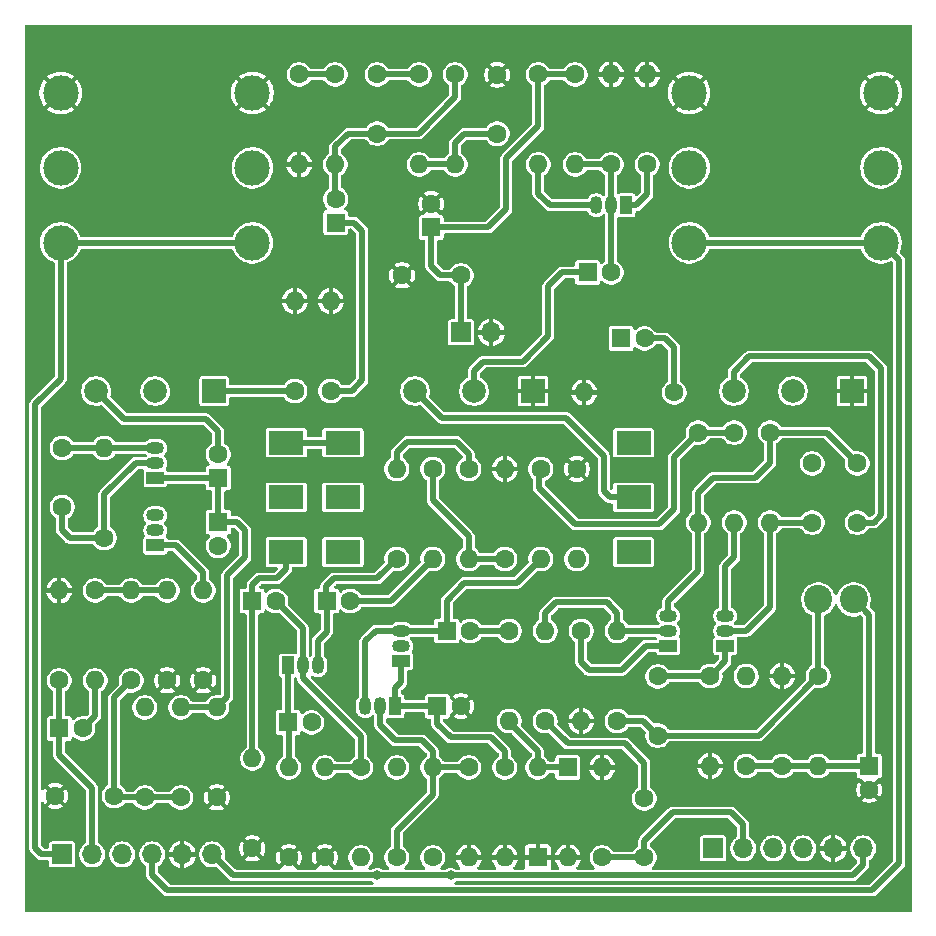
<source format=gtl>
%TF.GenerationSoftware,KiCad,Pcbnew,9.0.0*%
%TF.CreationDate,2025-04-03T10:38:26-03:00*%
%TF.ProjectId,FuzzWah,46757a7a-5761-4682-9e6b-696361645f70,rev?*%
%TF.SameCoordinates,Original*%
%TF.FileFunction,Copper,L1,Top*%
%TF.FilePolarity,Positive*%
%FSLAX46Y46*%
G04 Gerber Fmt 4.6, Leading zero omitted, Abs format (unit mm)*
G04 Created by KiCad (PCBNEW 9.0.0) date 2025-04-03 10:38:26*
%MOMM*%
%LPD*%
G01*
G04 APERTURE LIST*
%TA.AperFunction,ComponentPad*%
%ADD10C,1.600000*%
%TD*%
%TA.AperFunction,ComponentPad*%
%ADD11O,1.600000X1.600000*%
%TD*%
%TA.AperFunction,ComponentPad*%
%ADD12R,2.000000X2.000000*%
%TD*%
%TA.AperFunction,ComponentPad*%
%ADD13C,2.000000*%
%TD*%
%TA.AperFunction,ComponentPad*%
%ADD14R,1.600000X1.600000*%
%TD*%
%TA.AperFunction,ComponentPad*%
%ADD15R,1.700000X1.700000*%
%TD*%
%TA.AperFunction,ComponentPad*%
%ADD16O,1.700000X1.700000*%
%TD*%
%TA.AperFunction,ComponentPad*%
%ADD17R,3.000000X2.000000*%
%TD*%
%TA.AperFunction,ComponentPad*%
%ADD18R,1.500000X1.050000*%
%TD*%
%TA.AperFunction,ComponentPad*%
%ADD19O,1.500000X1.050000*%
%TD*%
%TA.AperFunction,ComponentPad*%
%ADD20R,1.050000X1.500000*%
%TD*%
%TA.AperFunction,ComponentPad*%
%ADD21O,1.050000X1.500000*%
%TD*%
%TA.AperFunction,ComponentPad*%
%ADD22C,3.000000*%
%TD*%
%TA.AperFunction,ComponentPad*%
%ADD23C,2.400000*%
%TD*%
%TA.AperFunction,ViaPad*%
%ADD24C,0.800000*%
%TD*%
%TA.AperFunction,Conductor*%
%ADD25C,0.500000*%
%TD*%
%TA.AperFunction,Conductor*%
%ADD26C,0.250000*%
%TD*%
%TA.AperFunction,Profile*%
%ADD27C,0.100000*%
%TD*%
G04 APERTURE END LIST*
D10*
%TO.P,R102,1*%
%TO.N,GND*%
X56235600Y-109728000D03*
D11*
%TO.P,R102,2*%
%TO.N,OCTAVE_IN*%
X56235600Y-102108000D03*
%TD*%
D10*
%TO.P,R35,1*%
%TO.N,Net-(Q7-E)*%
X84074000Y-91313000D03*
D11*
%TO.P,R35,2*%
%TO.N,GND*%
X84074000Y-98933000D03*
%TD*%
D12*
%TO.P,RV2,1,1*%
%TO.N,GND*%
X80000000Y-71000000D03*
D13*
%TO.P,RV2,2,2*%
%TO.N,Net-(C14-Pad1)*%
X75000000Y-71000000D03*
%TO.P,RV2,3,3*%
%TO.N,Net-(SW1-B)*%
X70000000Y-71000000D03*
%TD*%
D12*
%TO.P,RV3,1,1*%
%TO.N,GND*%
X107000000Y-71000000D03*
D13*
%TO.P,RV3,2,2*%
%TO.N,Net-(C20-Pad2)*%
X102000000Y-71000000D03*
%TO.P,RV3,3,3*%
%TO.N,WAH_OUT*%
X97000000Y-71000000D03*
%TD*%
D10*
%TO.P,R15,1*%
%TO.N,Net-(Q3-B)*%
X77597000Y-85217000D03*
D11*
%TO.P,R15,2*%
%TO.N,GND*%
X77597000Y-77597000D03*
%TD*%
D14*
%TO.P,D2,1,K*%
%TO.N,Net-(D1-A)*%
X82931000Y-102870000D03*
D11*
%TO.P,D2,2,A*%
%TO.N,GND*%
X82931000Y-110490000D03*
%TD*%
D10*
%TO.P,R21,1*%
%TO.N,Net-(Q5-B)*%
X74549000Y-102870000D03*
D11*
%TO.P,R21,2*%
%TO.N,GND*%
X74549000Y-110490000D03*
%TD*%
D14*
%TO.P,D1,1,K*%
%TO.N,GND*%
X80391000Y-110490000D03*
D11*
%TO.P,D1,2,A*%
%TO.N,Net-(D1-A)*%
X80391000Y-102870000D03*
%TD*%
D10*
%TO.P,R16,1*%
%TO.N,Net-(Q3-E)*%
X77597000Y-102870000D03*
D11*
%TO.P,R16,2*%
%TO.N,GND*%
X77597000Y-110490000D03*
%TD*%
D10*
%TO.P,R31,1*%
%TO.N,WAH_IN*%
X85852000Y-110490000D03*
D11*
%TO.P,R31,2*%
%TO.N,GND*%
X85852000Y-102870000D03*
%TD*%
%TO.P,R34,2*%
%TO.N,GND*%
X101092000Y-95123000D03*
D10*
%TO.P,R34,1*%
%TO.N,Net-(C17-Pad1)*%
X101092000Y-102743000D03*
%TD*%
D11*
%TO.P,R37,2*%
%TO.N,GND*%
X94996000Y-102743000D03*
D10*
%TO.P,R37,1*%
%TO.N,Net-(Q8-E)*%
X94996000Y-95123000D03*
%TD*%
%TO.P,R25,1*%
%TO.N,Net-(SW1-C)*%
X60198000Y-44196000D03*
D11*
%TO.P,R25,2*%
%TO.N,GND*%
X60198000Y-51816000D03*
%TD*%
D10*
%TO.P,R104,1*%
%TO.N,TONE_IN*%
X62865000Y-71000000D03*
D11*
%TO.P,R104,2*%
%TO.N,GND*%
X62865000Y-63380000D03*
%TD*%
D10*
%TO.P,R9,1*%
%TO.N,Net-(R9-Pad1)*%
X59817000Y-71000000D03*
D11*
%TO.P,R9,2*%
%TO.N,GND*%
X59817000Y-63380000D03*
%TD*%
D15*
%TO.P,J5,1,Pin_1*%
%TO.N,VCC*%
X73914000Y-66040000D03*
D16*
%TO.P,J5,2,Pin_2*%
%TO.N,GND*%
X76454000Y-66040000D03*
%TD*%
%TO.P,J1,5,Pin_5*%
%TO.N,GND*%
X50292000Y-110236000D03*
D15*
%TO.P,J1,1,Pin_1*%
%TO.N,INPUT*%
X40132000Y-110236000D03*
D16*
%TO.P,J1,2,Pin_2*%
%TO.N,PREAMP_IN*%
X42672000Y-110236000D03*
%TO.P,J1,3,Pin_3*%
%TO.N,FX_OUT*%
X45212000Y-110236000D03*
%TO.P,J1,4,Pin_4*%
%TO.N,OUTPUT*%
X47752000Y-110236000D03*
%TO.P,J1,6,Pin_6*%
%TO.N,VCC*%
X52832000Y-110236000D03*
%TD*%
D17*
%TO.P,SW2,1,A*%
%TO.N,OCTAVE_OUT*%
X63900000Y-84630000D03*
%TO.P,SW2,2,B*%
%TO.N,TONE_IN*%
X63900000Y-80000000D03*
%TO.P,SW2,3,C*%
%TO.N,Net-(SW2A-C)*%
X63900000Y-75370000D03*
%TO.P,SW2,4,A*%
%TO.N,OCTAVE_IN*%
X59100000Y-84630000D03*
%TO.P,SW2,5,B*%
%TO.N,PREAMP_OUT*%
X59100000Y-80000000D03*
%TO.P,SW2,6,C*%
%TO.N,Net-(SW2A-C)*%
X59100000Y-75370000D03*
%TD*%
D18*
%TO.P,Q1,1,E*%
%TO.N,Net-(Q1-E)*%
X48006000Y-84074000D03*
D19*
%TO.P,Q1,2,B*%
%TO.N,Net-(Q1-B)*%
X48006000Y-82804000D03*
%TO.P,Q1,3,C*%
%TO.N,Net-(Q1-C)*%
X48006000Y-81534000D03*
%TD*%
D11*
%TO.P,R27,2*%
%TO.N,GND*%
X86614000Y-44196000D03*
D10*
%TO.P,R27,1*%
%TO.N,Net-(Q6-B)*%
X86614000Y-51816000D03*
%TD*%
D14*
%TO.P,C3,1*%
%TO.N,Net-(Q2-E)*%
X53340000Y-78358000D03*
D10*
%TO.P,C3,2*%
%TO.N,Net-(C3-Pad2)*%
X53340000Y-76358000D03*
%TD*%
D14*
%TO.P,C6,1*%
%TO.N,Net-(Q3-C)*%
X72676000Y-91313000D03*
D10*
%TO.P,C6,2*%
%TO.N,OCTAVE_OUT*%
X74676000Y-91313000D03*
%TD*%
%TO.P,R5,1*%
%TO.N,GND*%
X52070000Y-95504000D03*
D11*
%TO.P,R5,2*%
%TO.N,Net-(Q1-E)*%
X52070000Y-87884000D03*
%TD*%
D14*
%TO.P,C7,1*%
%TO.N,Net-(Q4-C)*%
X62516000Y-88773000D03*
D10*
%TO.P,C7,2*%
%TO.N,Net-(C7-Pad2)*%
X64516000Y-88773000D03*
%TD*%
%TO.P,C19,1*%
%TO.N,WAH_OUT*%
X107442000Y-82129000D03*
%TO.P,C19,2*%
%TO.N,Net-(Q7-C)*%
X107442000Y-77129000D03*
%TD*%
%TO.P,R13,1*%
%TO.N,VCC*%
X74549000Y-77597000D03*
D11*
%TO.P,R13,2*%
%TO.N,Net-(Q3-B)*%
X74549000Y-85217000D03*
%TD*%
D10*
%TO.P,R23,1*%
%TO.N,Net-(SW1-A)*%
X70358000Y-44196000D03*
D11*
%TO.P,R23,2*%
%TO.N,Net-(C13-Pad1)*%
X70358000Y-51816000D03*
%TD*%
D18*
%TO.P,Q3,1,E*%
%TO.N,Net-(Q3-E)*%
X68834000Y-93853000D03*
D19*
%TO.P,Q3,2,B*%
%TO.N,Net-(Q3-B)*%
X68834000Y-92583000D03*
%TO.P,Q3,3,C*%
%TO.N,Net-(Q3-C)*%
X68834000Y-91313000D03*
%TD*%
D10*
%TO.P,R22,1*%
%TO.N,Net-(C11-Pad2)*%
X73406000Y-44196000D03*
D11*
%TO.P,R22,2*%
%TO.N,Net-(C13-Pad1)*%
X73406000Y-51816000D03*
%TD*%
D10*
%TO.P,C18,1*%
%TO.N,Net-(C18-Pad1)*%
X90551000Y-100163000D03*
%TO.P,C18,2*%
%TO.N,Net-(Q8-E)*%
X90551000Y-95163000D03*
%TD*%
D11*
%TO.P,R30,2*%
%TO.N,GND*%
X84328000Y-71120000D03*
D10*
%TO.P,R30,1*%
%TO.N,TONE_OUT*%
X91948000Y-71120000D03*
%TD*%
%TO.P,R40,1*%
%TO.N,Net-(C17-Pad1)*%
X98044000Y-102743000D03*
D11*
%TO.P,R40,2*%
%TO.N,Net-(Q7-C)*%
X98044000Y-95123000D03*
%TD*%
D14*
%TO.P,C15,1*%
%TO.N,Net-(Q6-C)*%
X87436888Y-66548000D03*
D10*
%TO.P,C15,2*%
%TO.N,TONE_OUT*%
X89436888Y-66548000D03*
%TD*%
D14*
%TO.P,C14,1*%
%TO.N,Net-(C14-Pad1)*%
X84614000Y-60960000D03*
D10*
%TO.P,C14,2*%
%TO.N,Net-(Q6-B)*%
X86614000Y-60960000D03*
%TD*%
D18*
%TO.P,Q7,1,E*%
%TO.N,Net-(Q7-E)*%
X91440000Y-92583000D03*
D19*
%TO.P,Q7,2,B*%
%TO.N,Net-(Q7-B)*%
X91440000Y-91313000D03*
%TO.P,Q7,3,C*%
%TO.N,Net-(Q7-C)*%
X91440000Y-90043000D03*
%TD*%
D10*
%TO.P,R24,1*%
%TO.N,Net-(SW1-C)*%
X63246000Y-44196000D03*
D11*
%TO.P,R24,2*%
%TO.N,Net-(C11-Pad2)*%
X63246000Y-51816000D03*
%TD*%
D10*
%TO.P,R4,1*%
%TO.N,GND*%
X49022000Y-95504000D03*
D11*
%TO.P,R4,2*%
%TO.N,Net-(Q1-B)*%
X49022000Y-87884000D03*
%TD*%
D14*
%TO.P,C1,1*%
%TO.N,PREAMP_IN*%
X39878000Y-99568000D03*
D10*
%TO.P,C1,2*%
%TO.N,Net-(C1-Pad2)*%
X41878000Y-99568000D03*
%TD*%
D11*
%TO.P,R29,2*%
%TO.N,GND*%
X89662000Y-44196000D03*
D10*
%TO.P,R29,1*%
%TO.N,Net-(Q6-E)*%
X89662000Y-51816000D03*
%TD*%
%TO.P,C5,2*%
%TO.N,GND*%
X39537000Y-105283000D03*
%TO.P,C5,1*%
%TO.N,Net-(C5-Pad1)*%
X44537000Y-105283000D03*
%TD*%
%TO.P,R20,1*%
%TO.N,GND*%
X59309000Y-110490000D03*
D11*
%TO.P,R20,2*%
%TO.N,Net-(Q4-E)*%
X59309000Y-102870000D03*
%TD*%
D10*
%TO.P,R32,1*%
%TO.N,Net-(C16-Pad2)*%
X81026000Y-98933000D03*
D11*
%TO.P,R32,2*%
%TO.N,Net-(Q7-B)*%
X81026000Y-91313000D03*
%TD*%
D14*
%TO.P,C10,1*%
%TO.N,Net-(Q4-E)*%
X59242888Y-99060000D03*
D10*
%TO.P,C10,2*%
%TO.N,Net-(C10-Pad2)*%
X61242888Y-99060000D03*
%TD*%
%TO.P,R28,1*%
%TO.N,VCC*%
X80440000Y-44196000D03*
D11*
%TO.P,R28,2*%
%TO.N,Net-(Q6-C)*%
X80440000Y-51816000D03*
%TD*%
D10*
%TO.P,C17,2*%
%TO.N,GND*%
X108458000Y-104743000D03*
D14*
%TO.P,C17,1*%
%TO.N,Net-(C17-Pad1)*%
X108458000Y-102743000D03*
%TD*%
D10*
%TO.P,R41,1*%
%TO.N,Net-(C18-Pad1)*%
X104140000Y-95123000D03*
D11*
%TO.P,R41,2*%
%TO.N,Net-(C17-Pad1)*%
X104140000Y-102743000D03*
%TD*%
D20*
%TO.P,Q4,1,E*%
%TO.N,Net-(Q4-E)*%
X59242888Y-94234000D03*
D21*
%TO.P,Q4,2,B*%
%TO.N,Net-(Q4-B)*%
X60512888Y-94234000D03*
%TO.P,Q4,3,C*%
%TO.N,Net-(Q4-C)*%
X61782888Y-94234000D03*
%TD*%
D10*
%TO.P,C16,1*%
%TO.N,WAH_IN*%
X89408000Y-110490000D03*
%TO.P,C16,2*%
%TO.N,Net-(C16-Pad2)*%
X89408000Y-105490000D03*
%TD*%
D14*
%TO.P,C4,1*%
%TO.N,Net-(Q2-E)*%
X53350000Y-82090001D03*
D10*
%TO.P,C4,2*%
%TO.N,Net-(C4-Pad2)*%
X53350000Y-84090001D03*
%TD*%
%TO.P,R1,1*%
%TO.N,Net-(Q1-C)*%
X43688000Y-83438000D03*
D11*
%TO.P,R1,2*%
%TO.N,VCC*%
X43688000Y-75818000D03*
%TD*%
D10*
%TO.P,C20,1*%
%TO.N,Net-(Q8-B)*%
X103632000Y-82129000D03*
%TO.P,C20,2*%
%TO.N,Net-(C20-Pad2)*%
X103632000Y-77129000D03*
%TD*%
D22*
%TO.P,J3,SN*%
%TO.N,GND*%
X56230000Y-45750000D03*
%TO.P,J3,S*%
X40000000Y-45750000D03*
%TO.P,J3,R*%
%TO.N,unconnected-(J3-PadR)*%
X40000000Y-52100000D03*
%TO.P,J3,RN*%
%TO.N,unconnected-(J3-PadRN)*%
X56230000Y-52100000D03*
%TO.P,J3,T*%
%TO.N,INPUT*%
X40000000Y-58450000D03*
%TO.P,J3,TN*%
X56230000Y-58450000D03*
%TD*%
D18*
%TO.P,Q2,1,E*%
%TO.N,Net-(Q2-E)*%
X48016000Y-78358000D03*
D19*
%TO.P,Q2,2,B*%
%TO.N,Net-(Q1-C)*%
X48016000Y-77088000D03*
%TO.P,Q2,3,C*%
%TO.N,VCC*%
X48016000Y-75818000D03*
%TD*%
D10*
%TO.P,R7,1*%
%TO.N,GND*%
X53213000Y-105410000D03*
D11*
%TO.P,R7,2*%
%TO.N,Net-(Q2-E)*%
X53213000Y-97790000D03*
%TD*%
D23*
%TO.P,L1,1,1*%
%TO.N,Net-(C18-Pad1)*%
X104140000Y-88646000D03*
%TO.P,L1,2,2*%
%TO.N,Net-(C17-Pad1)*%
X107140000Y-88646000D03*
%TD*%
D10*
%TO.P,R11,1*%
%TO.N,Net-(Q4-B)*%
X65405000Y-102870000D03*
D11*
%TO.P,R11,2*%
%TO.N,VCC*%
X65405000Y-110490000D03*
%TD*%
D10*
%TO.P,R2,1*%
%TO.N,Net-(Q1-B)*%
X42926000Y-87884000D03*
D11*
%TO.P,R2,2*%
%TO.N,Net-(C1-Pad2)*%
X42926000Y-95504000D03*
%TD*%
D14*
%TO.P,C9,1*%
%TO.N,OCTAVE_IN*%
X56194888Y-88773000D03*
D10*
%TO.P,C9,2*%
%TO.N,Net-(Q4-B)*%
X58194888Y-88773000D03*
%TD*%
%TO.P,R6,1*%
%TO.N,Net-(C5-Pad1)*%
X50165000Y-105410000D03*
D11*
%TO.P,R6,2*%
%TO.N,Net-(Q2-E)*%
X50165000Y-97790000D03*
%TD*%
D14*
%TO.P,C11,1*%
%TO.N,TONE_IN*%
X63296800Y-56733513D03*
D10*
%TO.P,C11,2*%
%TO.N,Net-(C11-Pad2)*%
X63296800Y-54733513D03*
%TD*%
%TO.P,C8,2*%
%TO.N,GND*%
X68909000Y-61214000D03*
%TO.P,C8,1*%
%TO.N,VCC*%
X73909000Y-61214000D03*
%TD*%
%TO.P,C21,2*%
%TO.N,GND*%
X73882000Y-97684000D03*
D14*
%TO.P,C21,1*%
%TO.N,Net-(Q3-E)*%
X71882000Y-97684000D03*
%TD*%
D18*
%TO.P,Q8,1,E*%
%TO.N,Net-(Q8-E)*%
X96266000Y-92583000D03*
D19*
%TO.P,Q8,2,B*%
%TO.N,Net-(Q8-B)*%
X96266000Y-91313000D03*
%TO.P,Q8,3,C*%
%TO.N,Net-(Q8-C)*%
X96266000Y-90043000D03*
%TD*%
D10*
%TO.P,R10,1*%
%TO.N,VCC*%
X80645000Y-77597000D03*
D11*
%TO.P,R10,2*%
%TO.N,Net-(Q3-C)*%
X80645000Y-85217000D03*
%TD*%
D10*
%TO.P,R3,1*%
%TO.N,Net-(C5-Pad1)*%
X45974000Y-95504000D03*
D11*
%TO.P,R3,2*%
%TO.N,Net-(Q1-B)*%
X45974000Y-87884000D03*
%TD*%
D10*
%TO.P,R39,1*%
%TO.N,Net-(Q7-C)*%
X100076000Y-74509000D03*
D11*
%TO.P,R39,2*%
%TO.N,Net-(Q8-B)*%
X100076000Y-82129000D03*
%TD*%
D10*
%TO.P,C12,1*%
%TO.N,Net-(C11-Pad2)*%
X66802000Y-49196000D03*
%TO.P,C12,2*%
%TO.N,Net-(SW1-A)*%
X66802000Y-44196000D03*
%TD*%
%TO.P,C13,2*%
%TO.N,GND*%
X76962000Y-44207000D03*
%TO.P,C13,1*%
%TO.N,Net-(C13-Pad1)*%
X76962000Y-49207000D03*
%TD*%
%TO.P,R17,1*%
%TO.N,VCC*%
X71501000Y-110490000D03*
D11*
%TO.P,R17,2*%
%TO.N,Net-(Q5-B)*%
X71501000Y-102870000D03*
%TD*%
D10*
%TO.P,C22,2*%
%TO.N,GND*%
X71374000Y-55150000D03*
D14*
%TO.P,C22,1*%
%TO.N,VCC*%
X71374000Y-57150000D03*
%TD*%
D10*
%TO.P,R33,1*%
%TO.N,Net-(C18-Pad1)*%
X87122000Y-98933000D03*
D11*
%TO.P,R33,2*%
%TO.N,Net-(Q7-B)*%
X87122000Y-91313000D03*
%TD*%
%TO.P,R101,2*%
%TO.N,GND*%
X39878000Y-87884000D03*
D10*
%TO.P,R101,1*%
%TO.N,PREAMP_IN*%
X39878000Y-95504000D03*
%TD*%
%TO.P,R105,1*%
%TO.N,OCTAVE_OUT*%
X77978000Y-91313000D03*
D11*
%TO.P,R105,2*%
%TO.N,Net-(D1-A)*%
X77978000Y-98933000D03*
%TD*%
D10*
%TO.P,R18,1*%
%TO.N,Net-(Q5-B)*%
X68453000Y-110490000D03*
D11*
%TO.P,R18,2*%
%TO.N,Net-(C10-Pad2)*%
X68453000Y-102870000D03*
%TD*%
D20*
%TO.P,Q5,1,E*%
%TO.N,Net-(Q3-E)*%
X68326000Y-97684000D03*
D21*
%TO.P,Q5,2,B*%
%TO.N,Net-(Q5-B)*%
X67056000Y-97684000D03*
%TO.P,Q5,3,C*%
%TO.N,Net-(Q3-C)*%
X65786000Y-97684000D03*
%TD*%
D10*
%TO.P,R38,1*%
%TO.N,VCC*%
X97028000Y-74509000D03*
D11*
%TO.P,R38,2*%
%TO.N,Net-(Q8-C)*%
X97028000Y-82129000D03*
%TD*%
D22*
%TO.P,J4,SN*%
%TO.N,GND*%
X109448000Y-45750000D03*
%TO.P,J4,S*%
X93218000Y-45750000D03*
%TO.P,J4,R*%
%TO.N,unconnected-(J4-PadR)*%
X93218000Y-52100000D03*
%TO.P,J4,RN*%
%TO.N,unconnected-(J4-PadRN)*%
X109448000Y-52100000D03*
%TO.P,J4,T*%
%TO.N,OUTPUT*%
X93218000Y-58450000D03*
%TO.P,J4,TN*%
X109448000Y-58450000D03*
%TD*%
D10*
%TO.P,C2,1*%
%TO.N,VCC*%
X40132000Y-75818000D03*
%TO.P,C2,2*%
%TO.N,Net-(Q1-C)*%
X40132000Y-80818000D03*
%TD*%
%TO.P,R12,1*%
%TO.N,Net-(Q4-C)*%
X68453000Y-85217000D03*
D11*
%TO.P,R12,2*%
%TO.N,VCC*%
X68453000Y-77597000D03*
%TD*%
D10*
%TO.P,R26,1*%
%TO.N,VCC*%
X83566000Y-44196000D03*
D11*
%TO.P,R26,2*%
%TO.N,Net-(Q6-B)*%
X83566000Y-51816000D03*
%TD*%
D10*
%TO.P,R36,1*%
%TO.N,VCC*%
X93980000Y-74509000D03*
D11*
%TO.P,R36,2*%
%TO.N,Net-(Q7-C)*%
X93980000Y-82129000D03*
%TD*%
D10*
%TO.P,R19,1*%
%TO.N,GND*%
X62357000Y-110490000D03*
D11*
%TO.P,R19,2*%
%TO.N,Net-(Q4-B)*%
X62357000Y-102870000D03*
%TD*%
D10*
%TO.P,R103,1*%
%TO.N,GND*%
X83693000Y-77597000D03*
D11*
%TO.P,R103,2*%
%TO.N,OCTAVE_OUT*%
X83693000Y-85217000D03*
%TD*%
D20*
%TO.P,Q6,1,E*%
%TO.N,Net-(Q6-E)*%
X87884000Y-55266000D03*
D21*
%TO.P,Q6,2,B*%
%TO.N,Net-(Q6-B)*%
X86614000Y-55266000D03*
%TO.P,Q6,3,C*%
%TO.N,Net-(Q6-C)*%
X85344000Y-55266000D03*
%TD*%
D10*
%TO.P,R14,1*%
%TO.N,Net-(Q3-B)*%
X71501000Y-77597000D03*
D11*
%TO.P,R14,2*%
%TO.N,Net-(C7-Pad2)*%
X71501000Y-85217000D03*
%TD*%
D10*
%TO.P,R8,1*%
%TO.N,Net-(C5-Pad1)*%
X47117000Y-105410000D03*
D11*
%TO.P,R8,2*%
%TO.N,Net-(C4-Pad2)*%
X47117000Y-97790000D03*
%TD*%
D12*
%TO.P,RV1,1,1*%
%TO.N,Net-(R9-Pad1)*%
X53000000Y-71000000D03*
D13*
%TO.P,RV1,2,2*%
%TO.N,PREAMP_OUT*%
X48000000Y-71000000D03*
%TO.P,RV1,3,3*%
%TO.N,Net-(C3-Pad2)*%
X43000000Y-71000000D03*
%TD*%
D17*
%TO.P,SW1,1,C*%
%TO.N,Net-(SW1-C)*%
X88500000Y-84630000D03*
%TO.P,SW1,2,B*%
%TO.N,Net-(SW1-B)*%
X88500000Y-80000000D03*
%TO.P,SW1,3,A*%
%TO.N,Net-(SW1-A)*%
X88500000Y-75370000D03*
%TD*%
D15*
%TO.P,J2,1,Pin_1*%
%TO.N,TONE_OUT*%
X95250000Y-109728000D03*
D16*
%TO.P,J2,2,Pin_2*%
%TO.N,WAH_IN*%
X97790000Y-109728000D03*
%TO.P,J2,3,Pin_3*%
%TO.N,WAH_OUT*%
X100330000Y-109728000D03*
%TO.P,J2,4,Pin_4*%
%TO.N,FX_OUT*%
X102870000Y-109728000D03*
%TO.P,J2,5,Pin_5*%
%TO.N,GND*%
X105410000Y-109728000D03*
%TO.P,J2,6,Pin_6*%
%TO.N,VCC*%
X107950000Y-109728000D03*
%TD*%
D24*
%TO.N,VCC*%
X66802000Y-112014000D03*
X73025000Y-112014000D03*
%TD*%
D25*
%TO.N,TONE_IN*%
X64810713Y-56733513D02*
X63296800Y-56733513D01*
X65532000Y-57454800D02*
X64810713Y-56733513D01*
X65532000Y-70104000D02*
X65532000Y-57454800D01*
X64636000Y-71000000D02*
X65532000Y-70104000D01*
X62865000Y-71000000D02*
X64636000Y-71000000D01*
%TO.N,OCTAVE_IN*%
X59100000Y-86061000D02*
X59100000Y-84630000D01*
X58293000Y-86868000D02*
X59100000Y-86061000D01*
X56769000Y-86868000D02*
X58293000Y-86868000D01*
X56235600Y-87401400D02*
X56769000Y-86868000D01*
X56235600Y-102108000D02*
X56235600Y-87401400D01*
%TO.N,Net-(Q5-B)*%
X68453000Y-108216700D02*
X68453000Y-110490000D01*
X71501000Y-105168700D02*
X68453000Y-108216700D01*
X71501000Y-102870000D02*
X71501000Y-105168700D01*
%TO.N,Net-(C14-Pad1)*%
X81280000Y-66344800D02*
X81280000Y-62128400D01*
X81280000Y-62128400D02*
X82448400Y-60960000D01*
X82448400Y-60960000D02*
X84614000Y-60960000D01*
X79124800Y-68500000D02*
X81280000Y-66344800D01*
X75000000Y-69272000D02*
X75772000Y-68500000D01*
X75772000Y-68500000D02*
X79124800Y-68500000D01*
X75000000Y-71000000D02*
X75000000Y-69272000D01*
%TO.N,Net-(R9-Pad1)*%
X59817000Y-71000000D02*
X53000000Y-71000000D01*
%TO.N,Net-(Q3-E)*%
X68326000Y-96139000D02*
X68834000Y-95631000D01*
X68834000Y-95631000D02*
X68834000Y-93853000D01*
X68326000Y-97684000D02*
X68326000Y-96139000D01*
%TO.N,Net-(Q3-C)*%
X65786000Y-92202000D02*
X65786000Y-97684000D01*
X66675000Y-91313000D02*
X65786000Y-92202000D01*
X72676000Y-91313000D02*
X66675000Y-91313000D01*
X72676000Y-88741000D02*
X72676000Y-91440000D01*
X74168000Y-87249000D02*
X72676000Y-88741000D01*
X80645000Y-85217000D02*
X78613000Y-87249000D01*
X78613000Y-87249000D02*
X74168000Y-87249000D01*
%TO.N,Net-(C5-Pad1)*%
X44537000Y-105410000D02*
X50292000Y-105410000D01*
X44537000Y-96941000D02*
X44537000Y-105410000D01*
X45974000Y-95504000D02*
X44537000Y-96941000D01*
%TO.N,Net-(Q2-E)*%
X54102000Y-86614000D02*
X54102000Y-96901000D01*
X55626000Y-85090000D02*
X54102000Y-86614000D01*
X53213000Y-97790000D02*
X50292000Y-97790000D01*
X55626000Y-82804000D02*
X55626000Y-85090000D01*
X54102000Y-96901000D02*
X53213000Y-97790000D01*
X54912001Y-82090001D02*
X55626000Y-82804000D01*
X53350000Y-82090001D02*
X54912001Y-82090001D01*
%TO.N,Net-(Q4-B)*%
X60512888Y-91091000D02*
X60512888Y-94234000D01*
X58194888Y-88773000D02*
X60512888Y-91091000D01*
%TO.N,Net-(C7-Pad2)*%
X64516000Y-88773000D02*
X67945000Y-88773000D01*
X67945000Y-88773000D02*
X71501000Y-85217000D01*
%TO.N,Net-(Q4-C)*%
X62484000Y-89408000D02*
X62484000Y-87503000D01*
X62516000Y-89440000D02*
X62484000Y-89408000D01*
X62484000Y-87503000D02*
X63119000Y-86868000D01*
X62516000Y-91408000D02*
X62516000Y-89440000D01*
X66802000Y-86868000D02*
X68453000Y-85217000D01*
X61782888Y-92141112D02*
X62516000Y-91408000D01*
X61782888Y-94234000D02*
X61782888Y-92141112D01*
X63119000Y-86868000D02*
X66802000Y-86868000D01*
%TO.N,VCC*%
X73909000Y-61214000D02*
X73914000Y-61219000D01*
X73914000Y-61219000D02*
X73914000Y-66040000D01*
D26*
X73909000Y-61214000D02*
X73914000Y-61209000D01*
D25*
X71374000Y-60452000D02*
X71374000Y-57150000D01*
X73909000Y-61214000D02*
X72136000Y-61214000D01*
X72136000Y-61214000D02*
X71374000Y-60452000D01*
X80440000Y-48592000D02*
X80440000Y-44196000D01*
X77724000Y-51308000D02*
X80440000Y-48592000D01*
X77724000Y-55626000D02*
X77724000Y-51308000D01*
X76200000Y-57150000D02*
X77724000Y-55626000D01*
X71374000Y-57150000D02*
X76200000Y-57150000D01*
%TO.N,Net-(Q3-B)*%
X74549000Y-83312000D02*
X74549000Y-85217000D01*
X71501000Y-77597000D02*
X71501000Y-80264000D01*
X71501000Y-80264000D02*
X74549000Y-83312000D01*
%TO.N,VCC*%
X68453000Y-76200000D02*
X68453000Y-77597000D01*
X73533000Y-75311000D02*
X69342000Y-75311000D01*
X74549000Y-76327000D02*
X73533000Y-75311000D01*
X69342000Y-75311000D02*
X68453000Y-76200000D01*
X74549000Y-77597000D02*
X74549000Y-76327000D01*
%TO.N,Net-(Q3-B)*%
X74549000Y-85217000D02*
X77597000Y-85217000D01*
%TO.N,INPUT*%
X56230000Y-58450000D02*
X40000000Y-58450000D01*
X37846000Y-72136000D02*
X37846000Y-109728000D01*
X40000000Y-58450000D02*
X40000000Y-69982000D01*
X40000000Y-69982000D02*
X37846000Y-72136000D01*
X38354000Y-110236000D02*
X40132000Y-110236000D01*
X37846000Y-109728000D02*
X38354000Y-110236000D01*
D26*
%TO.N,Net-(Q2-E)*%
X53350000Y-78368000D02*
X53340000Y-78358000D01*
D25*
X53350000Y-82090001D02*
X53350000Y-78368000D01*
X53340000Y-82080001D02*
X53350000Y-82090001D01*
X48280000Y-78345113D02*
X53260000Y-78345113D01*
%TO.N,OUTPUT*%
X47752000Y-112014000D02*
X47752000Y-110236000D01*
X110998000Y-110998000D02*
X108712000Y-113284000D01*
X108712000Y-113284000D02*
X49022000Y-113284000D01*
X49022000Y-113284000D02*
X47752000Y-112014000D01*
X110998000Y-59935000D02*
X110998000Y-110998000D01*
X109513000Y-58450000D02*
X110998000Y-59935000D01*
X93268000Y-58450000D02*
X109513000Y-58450000D01*
%TO.N,PREAMP_IN*%
X39878000Y-95504000D02*
X39878000Y-101854000D01*
X39878000Y-101854000D02*
X42672000Y-104648000D01*
X42672000Y-104648000D02*
X42672000Y-110236000D01*
%TO.N,Net-(C1-Pad2)*%
X42926000Y-95504000D02*
X42926000Y-98520000D01*
X42926000Y-98520000D02*
X41878000Y-99568000D01*
%TO.N,VCC*%
X66802000Y-112014000D02*
X54610000Y-112014000D01*
X107950000Y-111125000D02*
X107950000Y-109728000D01*
X83566000Y-82296000D02*
X90678000Y-82296000D01*
X40132000Y-75818000D02*
X48524000Y-75818000D01*
X91186000Y-112014000D02*
X107061000Y-112014000D01*
X91948000Y-76541000D02*
X93980000Y-74509000D01*
X80440000Y-44196000D02*
X83566000Y-44196000D01*
X65532000Y-110490000D02*
X65405000Y-110490000D01*
X91948000Y-81026000D02*
X91948000Y-76541000D01*
X90678000Y-82296000D02*
X91948000Y-81026000D01*
X80518000Y-79248000D02*
X83566000Y-82296000D01*
X107061000Y-112014000D02*
X107950000Y-111125000D01*
X54610000Y-112014000D02*
X52832000Y-110236000D01*
X80518000Y-77597000D02*
X80518000Y-79248000D01*
X73025000Y-112014000D02*
X91186000Y-112014000D01*
X66802000Y-112014000D02*
X73025000Y-112014000D01*
X93980000Y-74509000D02*
X97028000Y-74509000D01*
%TO.N,Net-(Q1-C)*%
X43688000Y-83438000D02*
X43688000Y-79756000D01*
X46356000Y-77088000D02*
X48524000Y-77088000D01*
X43688000Y-79756000D02*
X46356000Y-77088000D01*
X40766000Y-83438000D02*
X43688000Y-83438000D01*
X40132000Y-80818000D02*
X40132000Y-82804000D01*
X40132000Y-82804000D02*
X40766000Y-83438000D01*
%TO.N,Net-(C3-Pad2)*%
X43000000Y-71000000D02*
X45390000Y-73390000D01*
X53340000Y-74647113D02*
X53340000Y-76425113D01*
X52314000Y-73390000D02*
X53340000Y-74416000D01*
X53340000Y-74416000D02*
X53340000Y-74647113D01*
X45390000Y-73390000D02*
X52314000Y-73390000D01*
%TO.N,Net-(C5-Pad1)*%
X45974000Y-95504000D02*
X45720000Y-95758000D01*
%TO.N,OCTAVE_OUT*%
X78232000Y-91218000D02*
X78232000Y-91186000D01*
X77978000Y-91313000D02*
X74450888Y-91313000D01*
%TO.N,Net-(Q4-B)*%
X60512888Y-94234000D02*
X60512888Y-95310888D01*
X60512888Y-95310888D02*
X65405000Y-100203000D01*
X62357000Y-102870000D02*
X65405000Y-102870000D01*
X65405000Y-100203000D02*
X65405000Y-102870000D01*
%TO.N,Net-(Q4-E)*%
X59242888Y-99060000D02*
X59309000Y-99126112D01*
X59242888Y-99060000D02*
X59242888Y-94234000D01*
X59309000Y-99126112D02*
X59309000Y-102870000D01*
%TO.N,Net-(C11-Pad2)*%
X73406000Y-46115500D02*
X73406000Y-44196000D01*
X63246000Y-50292000D02*
X64342000Y-49196000D01*
X70325500Y-49196000D02*
X73406000Y-46115500D01*
X63246000Y-51816000D02*
X63246000Y-50292000D01*
X64342000Y-49196000D02*
X70325500Y-49196000D01*
X63246000Y-54896000D02*
X63246000Y-51816000D01*
%TO.N,Net-(SW1-A)*%
X66802000Y-44196000D02*
X70358000Y-44196000D01*
%TO.N,Net-(C13-Pad1)*%
X73348000Y-51776000D02*
X70456000Y-51776000D01*
X76878000Y-49207000D02*
X74168000Y-49207000D01*
X76884000Y-49201000D02*
X76878000Y-49207000D01*
X74168000Y-49207000D02*
X73406000Y-49969000D01*
X73406000Y-49969000D02*
X73406000Y-51718000D01*
X73406000Y-51718000D02*
X73348000Y-51776000D01*
%TO.N,Net-(Q6-B)*%
X86614000Y-55266000D02*
X86614000Y-51816000D01*
X86614000Y-60960000D02*
X86614000Y-55266000D01*
X83566000Y-51816000D02*
X86614000Y-51816000D01*
%TO.N,Net-(Q6-C)*%
X81428000Y-55266000D02*
X85344000Y-55266000D01*
X80440000Y-51816000D02*
X80186000Y-52070000D01*
X80440000Y-54278000D02*
X81428000Y-55266000D01*
X80440000Y-52246000D02*
X80440000Y-54278000D01*
%TO.N,TONE_OUT*%
X91948000Y-67310000D02*
X91186000Y-66548000D01*
X91186000Y-66548000D02*
X89436888Y-66548000D01*
X91948000Y-71120000D02*
X91948000Y-67310000D01*
%TO.N,Net-(C16-Pad2)*%
X81026000Y-98933000D02*
X82931000Y-100838000D01*
X89408000Y-102489000D02*
X89408000Y-105490000D01*
X87757000Y-100838000D02*
X89408000Y-102489000D01*
X82931000Y-100838000D02*
X87757000Y-100838000D01*
%TO.N,WAH_IN*%
X91821000Y-106680000D02*
X96774000Y-106680000D01*
X96774000Y-106680000D02*
X97790000Y-107696000D01*
X89408000Y-110490000D02*
X89408000Y-109093000D01*
X89408000Y-109093000D02*
X91821000Y-106680000D01*
X97790000Y-107696000D02*
X97790000Y-109728000D01*
X85852000Y-110490000D02*
X89408000Y-110490000D01*
%TO.N,Net-(C17-Pad1)*%
X108458000Y-102743000D02*
X104140000Y-102743000D01*
X108458000Y-89964000D02*
X107140000Y-88646000D01*
X108458000Y-102743000D02*
X108458000Y-89964000D01*
X104140000Y-102743000D02*
X101092000Y-102743000D01*
X98044000Y-102743000D02*
X101092000Y-102743000D01*
%TO.N,Net-(Q8-E)*%
X90551000Y-95163000D02*
X90591000Y-95123000D01*
X96266000Y-93893000D02*
X96266000Y-92583000D01*
X90591000Y-95123000D02*
X95036000Y-95123000D01*
X95036000Y-95123000D02*
X96266000Y-93893000D01*
%TO.N,Net-(C18-Pad1)*%
X99100000Y-100163000D02*
X104140000Y-95123000D01*
X89321000Y-98933000D02*
X90551000Y-100163000D01*
X104140000Y-95123000D02*
X104140000Y-88646000D01*
X87122000Y-98933000D02*
X89321000Y-98933000D01*
X90551000Y-100163000D02*
X99100000Y-100163000D01*
%TO.N,WAH_OUT*%
X109474000Y-69088000D02*
X109474000Y-81494000D01*
X97000000Y-71000000D02*
X97000000Y-69370000D01*
X108458000Y-68072000D02*
X109474000Y-69088000D01*
X98298000Y-68072000D02*
X108458000Y-68072000D01*
X109474000Y-81494000D02*
X108839000Y-82129000D01*
X108839000Y-82129000D02*
X107442000Y-82129000D01*
X97000000Y-69370000D02*
X98298000Y-68072000D01*
%TO.N,Net-(Q7-C)*%
X91440000Y-88773000D02*
X93980000Y-86233000D01*
X104862000Y-74509000D02*
X107442000Y-77089000D01*
X93980000Y-86233000D02*
X93980000Y-82129000D01*
X91440000Y-90043000D02*
X91440000Y-88773000D01*
X93980000Y-79589000D02*
X95250000Y-78319000D01*
X93980000Y-82129000D02*
X93980000Y-79589000D01*
X100076000Y-77049000D02*
X100076000Y-74509000D01*
X98806000Y-78319000D02*
X100076000Y-77049000D01*
X100076000Y-74509000D02*
X104862000Y-74509000D01*
X95250000Y-78319000D02*
X98806000Y-78319000D01*
%TO.N,Net-(Q8-B)*%
X98044000Y-91313000D02*
X100076000Y-89281000D01*
X96266000Y-91313000D02*
X98044000Y-91313000D01*
X100076000Y-89281000D02*
X100076000Y-82129000D01*
X100076000Y-82129000D02*
X103632000Y-82129000D01*
%TO.N,Net-(Q3-E)*%
X71882000Y-99187000D02*
X73025000Y-100330000D01*
X71882000Y-97684000D02*
X71882000Y-99187000D01*
X73025000Y-100330000D02*
X76454000Y-100330000D01*
X71882000Y-97684000D02*
X68326000Y-97684000D01*
X76454000Y-100330000D02*
X77597000Y-101473000D01*
X77597000Y-101473000D02*
X77597000Y-102870000D01*
%TO.N,Net-(D1-A)*%
X77851000Y-98933000D02*
X80391000Y-101473000D01*
X80391000Y-102870000D02*
X82931000Y-102870000D01*
X80391000Y-101473000D02*
X80391000Y-102870000D01*
%TO.N,Net-(Q1-B)*%
X45974000Y-87884000D02*
X49022000Y-87884000D01*
X42926000Y-87884000D02*
X45974000Y-87884000D01*
%TO.N,Net-(Q1-E)*%
X48006000Y-84074000D02*
X49784000Y-84074000D01*
X52070000Y-86360000D02*
X52070000Y-87884000D01*
X49784000Y-84074000D02*
X52070000Y-86360000D01*
%TO.N,Net-(Q5-B)*%
X67056000Y-99314000D02*
X68326000Y-100584000D01*
X71501000Y-101473000D02*
X71501000Y-102870000D01*
X68326000Y-100584000D02*
X70612000Y-100584000D01*
X67056000Y-97684000D02*
X67056000Y-99314000D01*
X70612000Y-100584000D02*
X71501000Y-101473000D01*
X71501000Y-102870000D02*
X74549000Y-102870000D01*
%TO.N,Net-(Q6-E)*%
X89662000Y-54356000D02*
X89662000Y-51816000D01*
X88752000Y-55266000D02*
X89662000Y-54356000D01*
X87884000Y-55266000D02*
X88752000Y-55266000D01*
%TO.N,Net-(Q7-E)*%
X84074000Y-91313000D02*
X84074000Y-93980000D01*
X89535000Y-92583000D02*
X91440000Y-92583000D01*
X84074000Y-93980000D02*
X84709000Y-94615000D01*
X87503000Y-94615000D02*
X89535000Y-92583000D01*
X84709000Y-94615000D02*
X87503000Y-94615000D01*
%TO.N,Net-(Q7-B)*%
X81915000Y-88900000D02*
X86233000Y-88900000D01*
X81026000Y-91313000D02*
X81026000Y-89789000D01*
X86233000Y-88900000D02*
X87122000Y-89789000D01*
X87122000Y-89789000D02*
X87122000Y-91313000D01*
X81026000Y-89789000D02*
X81915000Y-88900000D01*
X91440000Y-91313000D02*
X87122000Y-91313000D01*
%TO.N,Net-(Q8-C)*%
X96266000Y-85852000D02*
X97028000Y-85090000D01*
X97028000Y-85090000D02*
X97028000Y-82129000D01*
X96266000Y-90043000D02*
X96266000Y-85852000D01*
%TO.N,Net-(SW1-C)*%
X60198000Y-44196000D02*
X63246000Y-44196000D01*
%TO.N,Net-(SW1-B)*%
X86000000Y-79500000D02*
X86500000Y-80000000D01*
X86000000Y-76500000D02*
X86000000Y-79500000D01*
X86500000Y-80000000D02*
X88500000Y-80000000D01*
X72279000Y-73279000D02*
X82779000Y-73279000D01*
X70000000Y-71000000D02*
X72279000Y-73279000D01*
X82779000Y-73279000D02*
X86000000Y-76500000D01*
%TO.N,Net-(SW2A-C)*%
X63900000Y-75370000D02*
X59100000Y-75370000D01*
%TD*%
%TA.AperFunction,Conductor*%
%TO.N,GND*%
G36*
X111942539Y-40020185D02*
G01*
X111988294Y-40072989D01*
X111999500Y-40124500D01*
X111999500Y-114875500D01*
X111979815Y-114942539D01*
X111927011Y-114988294D01*
X111875500Y-114999500D01*
X37124500Y-114999500D01*
X37057461Y-114979815D01*
X37011706Y-114927011D01*
X37000500Y-114875500D01*
X37000500Y-72070108D01*
X37345500Y-72070108D01*
X37345500Y-109793891D01*
X37379608Y-109921187D01*
X37384115Y-109928993D01*
X37445500Y-110035314D01*
X37953500Y-110543314D01*
X38046686Y-110636500D01*
X38140539Y-110690686D01*
X38160814Y-110702392D01*
X38288107Y-110736500D01*
X38288108Y-110736500D01*
X38907500Y-110736500D01*
X38974539Y-110756185D01*
X39020294Y-110808989D01*
X39031500Y-110860500D01*
X39031500Y-111110678D01*
X39046032Y-111183735D01*
X39046033Y-111183739D01*
X39051009Y-111191186D01*
X39101399Y-111266601D01*
X39178603Y-111318186D01*
X39184260Y-111321966D01*
X39184264Y-111321967D01*
X39257321Y-111336499D01*
X39257324Y-111336500D01*
X39257326Y-111336500D01*
X41006676Y-111336500D01*
X41006677Y-111336499D01*
X41079740Y-111321966D01*
X41162601Y-111266601D01*
X41217966Y-111183740D01*
X41232500Y-111110674D01*
X41232500Y-109361326D01*
X41232500Y-109361323D01*
X41232499Y-109361321D01*
X41217967Y-109288264D01*
X41217966Y-109288260D01*
X41194028Y-109252434D01*
X41162601Y-109205399D01*
X41098542Y-109162597D01*
X41079739Y-109150033D01*
X41079735Y-109150032D01*
X41006677Y-109135500D01*
X41006674Y-109135500D01*
X39257326Y-109135500D01*
X39257323Y-109135500D01*
X39184264Y-109150032D01*
X39184260Y-109150033D01*
X39101399Y-109205399D01*
X39046033Y-109288260D01*
X39046032Y-109288264D01*
X39031500Y-109361321D01*
X39031500Y-109611500D01*
X39011815Y-109678539D01*
X38959011Y-109724294D01*
X38907500Y-109735500D01*
X38612676Y-109735500D01*
X38583235Y-109726855D01*
X38553249Y-109720332D01*
X38548233Y-109716577D01*
X38545637Y-109715815D01*
X38524995Y-109699181D01*
X38382819Y-109557005D01*
X38349334Y-109495682D01*
X38346500Y-109469324D01*
X38346500Y-105885966D01*
X38366185Y-105818927D01*
X38418989Y-105773172D01*
X38488147Y-105763228D01*
X38551703Y-105792253D01*
X38580985Y-105829672D01*
X38596192Y-105859518D01*
X38645342Y-105927169D01*
X39158100Y-105414411D01*
X39164259Y-105437394D01*
X39216920Y-105528606D01*
X39291394Y-105603080D01*
X39382606Y-105655741D01*
X39405587Y-105661898D01*
X38892829Y-106174655D01*
X38892829Y-106174656D01*
X38960478Y-106223805D01*
X39114742Y-106302408D01*
X39279415Y-106355914D01*
X39450429Y-106383000D01*
X39623571Y-106383000D01*
X39794584Y-106355914D01*
X39959257Y-106302408D01*
X40113525Y-106223803D01*
X40181169Y-106174656D01*
X40181170Y-106174656D01*
X39668412Y-105661898D01*
X39691394Y-105655741D01*
X39782606Y-105603080D01*
X39857080Y-105528606D01*
X39909741Y-105437394D01*
X39915898Y-105414412D01*
X40428656Y-105927170D01*
X40428656Y-105927169D01*
X40477803Y-105859525D01*
X40556408Y-105705257D01*
X40609914Y-105540584D01*
X40637000Y-105369571D01*
X40637000Y-105196428D01*
X40609914Y-105025415D01*
X40556408Y-104860742D01*
X40477805Y-104706478D01*
X40428656Y-104638829D01*
X40428655Y-104638829D01*
X39915898Y-105151586D01*
X39909741Y-105128606D01*
X39857080Y-105037394D01*
X39782606Y-104962920D01*
X39691394Y-104910259D01*
X39668411Y-104904100D01*
X40181169Y-104391342D01*
X40113521Y-104342194D01*
X39959257Y-104263591D01*
X39794584Y-104210085D01*
X39623571Y-104183000D01*
X39450429Y-104183000D01*
X39279415Y-104210085D01*
X39114742Y-104263591D01*
X38960470Y-104342198D01*
X38892829Y-104391341D01*
X38892829Y-104391342D01*
X39405588Y-104904100D01*
X39382606Y-104910259D01*
X39291394Y-104962920D01*
X39216920Y-105037394D01*
X39164259Y-105128606D01*
X39158101Y-105151588D01*
X38645342Y-104638829D01*
X38645341Y-104638829D01*
X38596196Y-104706473D01*
X38580984Y-104736329D01*
X38576609Y-104740960D01*
X38574815Y-104747072D01*
X38552915Y-104766048D01*
X38533010Y-104787124D01*
X38526825Y-104788655D01*
X38522011Y-104792827D01*
X38493323Y-104796951D01*
X38465189Y-104803919D01*
X38459159Y-104801864D01*
X38452853Y-104802771D01*
X38426484Y-104790729D01*
X38399054Y-104781381D01*
X38395092Y-104776392D01*
X38389297Y-104773746D01*
X38373625Y-104749360D01*
X38355603Y-104726666D01*
X38354103Y-104718982D01*
X38351523Y-104714968D01*
X38346500Y-104680033D01*
X38346500Y-95400530D01*
X38827500Y-95400530D01*
X38827500Y-95607469D01*
X38867868Y-95810412D01*
X38867870Y-95810420D01*
X38923951Y-95945812D01*
X38947059Y-96001598D01*
X38994840Y-96073108D01*
X39062024Y-96173657D01*
X39208340Y-96319973D01*
X39208343Y-96319975D01*
X39208345Y-96319977D01*
X39322390Y-96396178D01*
X39367196Y-96449791D01*
X39377500Y-96499281D01*
X39377500Y-98393500D01*
X39357815Y-98460539D01*
X39305011Y-98506294D01*
X39253500Y-98517500D01*
X39053323Y-98517500D01*
X38980264Y-98532032D01*
X38980260Y-98532033D01*
X38897399Y-98587399D01*
X38842033Y-98670260D01*
X38842032Y-98670264D01*
X38827500Y-98743321D01*
X38827500Y-100392678D01*
X38842032Y-100465735D01*
X38842033Y-100465739D01*
X38844493Y-100469420D01*
X38897399Y-100548601D01*
X38941595Y-100578131D01*
X38980260Y-100603966D01*
X38980264Y-100603967D01*
X39053321Y-100618499D01*
X39053324Y-100618500D01*
X39053326Y-100618500D01*
X39253500Y-100618500D01*
X39320539Y-100638185D01*
X39366294Y-100690989D01*
X39377500Y-100742500D01*
X39377500Y-101788108D01*
X39377500Y-101919892D01*
X39382636Y-101939059D01*
X39411608Y-102047187D01*
X39426709Y-102073342D01*
X39477500Y-102161314D01*
X39477502Y-102161316D01*
X42135181Y-104818995D01*
X42168666Y-104880318D01*
X42171500Y-104906676D01*
X42171500Y-109179909D01*
X42151815Y-109246948D01*
X42103801Y-109290391D01*
X42095212Y-109294767D01*
X42007048Y-109358823D01*
X41955072Y-109396586D01*
X41955070Y-109396588D01*
X41955069Y-109396588D01*
X41832588Y-109519069D01*
X41832588Y-109519070D01*
X41832586Y-109519072D01*
X41798999Y-109565300D01*
X41730768Y-109659211D01*
X41652128Y-109813552D01*
X41598597Y-109978302D01*
X41584431Y-110067744D01*
X41571500Y-110149389D01*
X41571500Y-110322611D01*
X41572787Y-110330734D01*
X41598011Y-110490000D01*
X41598598Y-110493701D01*
X41652127Y-110658445D01*
X41730768Y-110812788D01*
X41832586Y-110952928D01*
X41955072Y-111075414D01*
X42095212Y-111177232D01*
X42249555Y-111255873D01*
X42414299Y-111309402D01*
X42585389Y-111336500D01*
X42585390Y-111336500D01*
X42758610Y-111336500D01*
X42758611Y-111336500D01*
X42929701Y-111309402D01*
X43094445Y-111255873D01*
X43248788Y-111177232D01*
X43388928Y-111075414D01*
X43511414Y-110952928D01*
X43613232Y-110812788D01*
X43691873Y-110658445D01*
X43745402Y-110493701D01*
X43772500Y-110322611D01*
X43772500Y-110149389D01*
X44111500Y-110149389D01*
X44111500Y-110322611D01*
X44112787Y-110330734D01*
X44138011Y-110490000D01*
X44138598Y-110493701D01*
X44192127Y-110658445D01*
X44270768Y-110812788D01*
X44372586Y-110952928D01*
X44495072Y-111075414D01*
X44635212Y-111177232D01*
X44789555Y-111255873D01*
X44954299Y-111309402D01*
X45125389Y-111336500D01*
X45125390Y-111336500D01*
X45298610Y-111336500D01*
X45298611Y-111336500D01*
X45469701Y-111309402D01*
X45634445Y-111255873D01*
X45788788Y-111177232D01*
X45928928Y-111075414D01*
X46051414Y-110952928D01*
X46153232Y-110812788D01*
X46231873Y-110658445D01*
X46285402Y-110493701D01*
X46312500Y-110322611D01*
X46312500Y-110149389D01*
X46651500Y-110149389D01*
X46651500Y-110322611D01*
X46652787Y-110330734D01*
X46678011Y-110490000D01*
X46678598Y-110493701D01*
X46732127Y-110658445D01*
X46810768Y-110812788D01*
X46912586Y-110952928D01*
X47035072Y-111075414D01*
X47175212Y-111177232D01*
X47183793Y-111181604D01*
X47234589Y-111229575D01*
X47251500Y-111292089D01*
X47251500Y-112079891D01*
X47285608Y-112207187D01*
X47318554Y-112264250D01*
X47351500Y-112321314D01*
X47351501Y-112321315D01*
X47351502Y-112321316D01*
X48617159Y-113586972D01*
X48617169Y-113586983D01*
X48621499Y-113591313D01*
X48621500Y-113591314D01*
X48714686Y-113684500D01*
X48828814Y-113750392D01*
X48956107Y-113784500D01*
X48956108Y-113784500D01*
X48956109Y-113784500D01*
X108777890Y-113784500D01*
X108777892Y-113784500D01*
X108905186Y-113750392D01*
X109019314Y-113684500D01*
X111295104Y-111408707D01*
X111295109Y-111408704D01*
X111305312Y-111398500D01*
X111305314Y-111398500D01*
X111398500Y-111305314D01*
X111464392Y-111191186D01*
X111498500Y-111063892D01*
X111498500Y-59869108D01*
X111464392Y-59741814D01*
X111398500Y-59627686D01*
X111305314Y-59534500D01*
X111072713Y-59301899D01*
X111039228Y-59240576D01*
X111044212Y-59170884D01*
X111045820Y-59166795D01*
X111109158Y-59013887D01*
X111168548Y-58792238D01*
X111198500Y-58564734D01*
X111198500Y-58335266D01*
X111168548Y-58107762D01*
X111109158Y-57886113D01*
X111059190Y-57765480D01*
X111021349Y-57674123D01*
X111021346Y-57674117D01*
X111021344Y-57674112D01*
X110906611Y-57475388D01*
X110906608Y-57475385D01*
X110906607Y-57475382D01*
X110766918Y-57293338D01*
X110766911Y-57293330D01*
X110604670Y-57131089D01*
X110604661Y-57131081D01*
X110422617Y-56991392D01*
X110223890Y-56876657D01*
X110223876Y-56876650D01*
X110011887Y-56788842D01*
X109790238Y-56729452D01*
X109752215Y-56724446D01*
X109562741Y-56699500D01*
X109562734Y-56699500D01*
X109333266Y-56699500D01*
X109333258Y-56699500D01*
X109116715Y-56728009D01*
X109105762Y-56729452D01*
X109012076Y-56754554D01*
X108884112Y-56788842D01*
X108672123Y-56876650D01*
X108672109Y-56876657D01*
X108473382Y-56991392D01*
X108291338Y-57131081D01*
X108129081Y-57293338D01*
X107989392Y-57475382D01*
X107874657Y-57674109D01*
X107874652Y-57674118D01*
X107792293Y-57872953D01*
X107748452Y-57927356D01*
X107682158Y-57949421D01*
X107677732Y-57949500D01*
X94988268Y-57949500D01*
X94921229Y-57929815D01*
X94875474Y-57877011D01*
X94873707Y-57872953D01*
X94791347Y-57674118D01*
X94791342Y-57674109D01*
X94784181Y-57661706D01*
X94676611Y-57475388D01*
X94676608Y-57475385D01*
X94676607Y-57475382D01*
X94536918Y-57293338D01*
X94536911Y-57293330D01*
X94374670Y-57131089D01*
X94374661Y-57131081D01*
X94192617Y-56991392D01*
X93993890Y-56876657D01*
X93993876Y-56876650D01*
X93781887Y-56788842D01*
X93560238Y-56729452D01*
X93522215Y-56724446D01*
X93332741Y-56699500D01*
X93332734Y-56699500D01*
X93103266Y-56699500D01*
X93103258Y-56699500D01*
X92886715Y-56728009D01*
X92875762Y-56729452D01*
X92782076Y-56754554D01*
X92654112Y-56788842D01*
X92442123Y-56876650D01*
X92442109Y-56876657D01*
X92243382Y-56991392D01*
X92061338Y-57131081D01*
X91899081Y-57293338D01*
X91759392Y-57475382D01*
X91644657Y-57674109D01*
X91644650Y-57674123D01*
X91556842Y-57886112D01*
X91497453Y-58107759D01*
X91497451Y-58107770D01*
X91467500Y-58335258D01*
X91467500Y-58564741D01*
X91492446Y-58754215D01*
X91497452Y-58792238D01*
X91497453Y-58792240D01*
X91556842Y-59013887D01*
X91644650Y-59225876D01*
X91644657Y-59225890D01*
X91759392Y-59424617D01*
X91899081Y-59606661D01*
X91899089Y-59606670D01*
X92061330Y-59768911D01*
X92061338Y-59768918D01*
X92243382Y-59908607D01*
X92243385Y-59908608D01*
X92243388Y-59908611D01*
X92442112Y-60023344D01*
X92442117Y-60023346D01*
X92442123Y-60023349D01*
X92467888Y-60034021D01*
X92654113Y-60111158D01*
X92875762Y-60170548D01*
X93103266Y-60200500D01*
X93103273Y-60200500D01*
X93332727Y-60200500D01*
X93332734Y-60200500D01*
X93560238Y-60170548D01*
X93781887Y-60111158D01*
X93993888Y-60023344D01*
X94192612Y-59908611D01*
X94374661Y-59768919D01*
X94374665Y-59768914D01*
X94374670Y-59768911D01*
X94536911Y-59606670D01*
X94536914Y-59606665D01*
X94536919Y-59606661D01*
X94676611Y-59424612D01*
X94791344Y-59225888D01*
X94814128Y-59170884D01*
X94873707Y-59027047D01*
X94917548Y-58972644D01*
X94983842Y-58950579D01*
X94988268Y-58950500D01*
X107677732Y-58950500D01*
X107744771Y-58970185D01*
X107790526Y-59022989D01*
X107792293Y-59027047D01*
X107874652Y-59225881D01*
X107874657Y-59225890D01*
X107989392Y-59424617D01*
X108129081Y-59606661D01*
X108129089Y-59606670D01*
X108291330Y-59768911D01*
X108291338Y-59768918D01*
X108473382Y-59908607D01*
X108473385Y-59908608D01*
X108473388Y-59908611D01*
X108672112Y-60023344D01*
X108672117Y-60023346D01*
X108672123Y-60023349D01*
X108697888Y-60034021D01*
X108884113Y-60111158D01*
X109105762Y-60170548D01*
X109333266Y-60200500D01*
X109333273Y-60200500D01*
X109562727Y-60200500D01*
X109562734Y-60200500D01*
X109790238Y-60170548D01*
X110011887Y-60111158D01*
X110198112Y-60034021D01*
X110223879Y-60023348D01*
X110223882Y-60023346D01*
X110223888Y-60023344D01*
X110239524Y-60014316D01*
X110266589Y-60007749D01*
X110292680Y-59998018D01*
X110300070Y-59999625D01*
X110307421Y-59997842D01*
X110333740Y-60006950D01*
X110360953Y-60012870D01*
X110369641Y-60019374D01*
X110373449Y-60020692D01*
X110389207Y-60034021D01*
X110461181Y-60105995D01*
X110494666Y-60167318D01*
X110497500Y-60193676D01*
X110497500Y-110739324D01*
X110477815Y-110806363D01*
X110461181Y-110827005D01*
X108541005Y-112747181D01*
X108479682Y-112780666D01*
X108453324Y-112783500D01*
X73453004Y-112783500D01*
X73420509Y-112773958D01*
X73387838Y-112764996D01*
X73387068Y-112764138D01*
X73385965Y-112763815D01*
X73363806Y-112738242D01*
X73341148Y-112713018D01*
X73340963Y-112711880D01*
X73340210Y-112711011D01*
X73335387Y-112677470D01*
X73329971Y-112644048D01*
X73330429Y-112642993D01*
X73330266Y-112641853D01*
X73344348Y-112611015D01*
X73357856Y-112579984D01*
X73358982Y-112578971D01*
X73359291Y-112578297D01*
X73384112Y-112556398D01*
X73386929Y-112554515D01*
X73415541Y-112535397D01*
X73482217Y-112514520D01*
X73484432Y-112514500D01*
X107126890Y-112514500D01*
X107126892Y-112514500D01*
X107254186Y-112480392D01*
X107368314Y-112414500D01*
X108350500Y-111432314D01*
X108416392Y-111318186D01*
X108450500Y-111190892D01*
X108450500Y-111059107D01*
X108450500Y-110784089D01*
X108470185Y-110717050D01*
X108518206Y-110673604D01*
X108526788Y-110669232D01*
X108666928Y-110567414D01*
X108789414Y-110444928D01*
X108891232Y-110304788D01*
X108969873Y-110150445D01*
X109023402Y-109985701D01*
X109050500Y-109814611D01*
X109050500Y-109641389D01*
X109023402Y-109470299D01*
X108969873Y-109305555D01*
X108891232Y-109151212D01*
X108789414Y-109011072D01*
X108666928Y-108888586D01*
X108526788Y-108786768D01*
X108372445Y-108708127D01*
X108207701Y-108654598D01*
X108207699Y-108654597D01*
X108207698Y-108654597D01*
X108076271Y-108633781D01*
X108036611Y-108627500D01*
X107863389Y-108627500D01*
X107823728Y-108633781D01*
X107692302Y-108654597D01*
X107527552Y-108708128D01*
X107373211Y-108786768D01*
X107304981Y-108836341D01*
X107233072Y-108888586D01*
X107233070Y-108888588D01*
X107233069Y-108888588D01*
X107110588Y-109011069D01*
X107110588Y-109011070D01*
X107110586Y-109011072D01*
X107066859Y-109071256D01*
X107008768Y-109151211D01*
X106930128Y-109305552D01*
X106876597Y-109470302D01*
X106862112Y-109561757D01*
X106849500Y-109641389D01*
X106849500Y-109814611D01*
X106854557Y-109846538D01*
X106875567Y-109979195D01*
X106876598Y-109985701D01*
X106930127Y-110150445D01*
X107008768Y-110304788D01*
X107110586Y-110444928D01*
X107233072Y-110567414D01*
X107373212Y-110669232D01*
X107381793Y-110673604D01*
X107392857Y-110684052D01*
X107406703Y-110690376D01*
X107417742Y-110707554D01*
X107432589Y-110721575D01*
X107436831Y-110737256D01*
X107444477Y-110749154D01*
X107449500Y-110784089D01*
X107449500Y-110866324D01*
X107429815Y-110933363D01*
X107413181Y-110954005D01*
X106890005Y-111477181D01*
X106828682Y-111510666D01*
X106802324Y-111513500D01*
X90169495Y-111513500D01*
X90102456Y-111493815D01*
X90056701Y-111441011D01*
X90046757Y-111371853D01*
X90075782Y-111308297D01*
X90081814Y-111301819D01*
X90223974Y-111159658D01*
X90223975Y-111159657D01*
X90223977Y-111159655D01*
X90338941Y-110987598D01*
X90418130Y-110796420D01*
X90458500Y-110593465D01*
X90458500Y-110386535D01*
X90418130Y-110183580D01*
X90338941Y-109992402D01*
X90223977Y-109820345D01*
X90223975Y-109820342D01*
X90077658Y-109674025D01*
X90077650Y-109674019D01*
X89963610Y-109597820D01*
X89958519Y-109591729D01*
X89951297Y-109588431D01*
X89936432Y-109565300D01*
X89918804Y-109544208D01*
X89916852Y-109534833D01*
X89913523Y-109529653D01*
X89908500Y-109494718D01*
X89908500Y-109351675D01*
X89928185Y-109284636D01*
X89944819Y-109263994D01*
X90355492Y-108853321D01*
X94149500Y-108853321D01*
X94149500Y-110602678D01*
X94164032Y-110675735D01*
X94164033Y-110675739D01*
X94169588Y-110684052D01*
X94219399Y-110758601D01*
X94290881Y-110806363D01*
X94302260Y-110813966D01*
X94302264Y-110813967D01*
X94375321Y-110828499D01*
X94375324Y-110828500D01*
X94375326Y-110828500D01*
X96124676Y-110828500D01*
X96124677Y-110828499D01*
X96197740Y-110813966D01*
X96280601Y-110758601D01*
X96335966Y-110675740D01*
X96350500Y-110602674D01*
X96350500Y-108853326D01*
X96350500Y-108853323D01*
X96350499Y-108853321D01*
X96335967Y-108780264D01*
X96335966Y-108780260D01*
X96312028Y-108744434D01*
X96280601Y-108697399D01*
X96197740Y-108642034D01*
X96197739Y-108642033D01*
X96197735Y-108642032D01*
X96124677Y-108627500D01*
X96124674Y-108627500D01*
X94375326Y-108627500D01*
X94375323Y-108627500D01*
X94302264Y-108642032D01*
X94302260Y-108642033D01*
X94219399Y-108697399D01*
X94164033Y-108780260D01*
X94164032Y-108780264D01*
X94149500Y-108853321D01*
X90355492Y-108853321D01*
X91991994Y-107216819D01*
X92053317Y-107183334D01*
X92079675Y-107180500D01*
X96515324Y-107180500D01*
X96582363Y-107200185D01*
X96603005Y-107216819D01*
X97253181Y-107866995D01*
X97286666Y-107928318D01*
X97289500Y-107954676D01*
X97289500Y-108671909D01*
X97269815Y-108738948D01*
X97221801Y-108782391D01*
X97213212Y-108786767D01*
X97144981Y-108836341D01*
X97073072Y-108888586D01*
X97073070Y-108888588D01*
X97073069Y-108888588D01*
X96950588Y-109011069D01*
X96950588Y-109011070D01*
X96950586Y-109011072D01*
X96906859Y-109071256D01*
X96848768Y-109151211D01*
X96770128Y-109305552D01*
X96716597Y-109470302D01*
X96702112Y-109561757D01*
X96689500Y-109641389D01*
X96689500Y-109814611D01*
X96694557Y-109846538D01*
X96715567Y-109979195D01*
X96716598Y-109985701D01*
X96770127Y-110150445D01*
X96848768Y-110304788D01*
X96950586Y-110444928D01*
X97073072Y-110567414D01*
X97213212Y-110669232D01*
X97367555Y-110747873D01*
X97532299Y-110801402D01*
X97703389Y-110828500D01*
X97703390Y-110828500D01*
X97876610Y-110828500D01*
X97876611Y-110828500D01*
X98047701Y-110801402D01*
X98212445Y-110747873D01*
X98366788Y-110669232D01*
X98506928Y-110567414D01*
X98629414Y-110444928D01*
X98731232Y-110304788D01*
X98809873Y-110150445D01*
X98863402Y-109985701D01*
X98890500Y-109814611D01*
X98890500Y-109641389D01*
X99229500Y-109641389D01*
X99229500Y-109814611D01*
X99234557Y-109846538D01*
X99255567Y-109979195D01*
X99256598Y-109985701D01*
X99310127Y-110150445D01*
X99388768Y-110304788D01*
X99490586Y-110444928D01*
X99613072Y-110567414D01*
X99753212Y-110669232D01*
X99907555Y-110747873D01*
X100072299Y-110801402D01*
X100243389Y-110828500D01*
X100243390Y-110828500D01*
X100416610Y-110828500D01*
X100416611Y-110828500D01*
X100587701Y-110801402D01*
X100752445Y-110747873D01*
X100906788Y-110669232D01*
X101046928Y-110567414D01*
X101169414Y-110444928D01*
X101271232Y-110304788D01*
X101349873Y-110150445D01*
X101403402Y-109985701D01*
X101430500Y-109814611D01*
X101430500Y-109641389D01*
X101769500Y-109641389D01*
X101769500Y-109814611D01*
X101774557Y-109846538D01*
X101795567Y-109979195D01*
X101796598Y-109985701D01*
X101850127Y-110150445D01*
X101928768Y-110304788D01*
X102030586Y-110444928D01*
X102153072Y-110567414D01*
X102293212Y-110669232D01*
X102447555Y-110747873D01*
X102612299Y-110801402D01*
X102783389Y-110828500D01*
X102783390Y-110828500D01*
X102956610Y-110828500D01*
X102956611Y-110828500D01*
X103127701Y-110801402D01*
X103292445Y-110747873D01*
X103446788Y-110669232D01*
X103586928Y-110567414D01*
X103709414Y-110444928D01*
X103811232Y-110304788D01*
X103889873Y-110150445D01*
X103943402Y-109985701D01*
X103970500Y-109814611D01*
X103970500Y-109641389D01*
X103956501Y-109553000D01*
X104273382Y-109553000D01*
X104939254Y-109553000D01*
X104910000Y-109662174D01*
X104910000Y-109793826D01*
X104939254Y-109903000D01*
X104273382Y-109903000D01*
X104288317Y-109997295D01*
X104288317Y-109997296D01*
X104344251Y-110169444D01*
X104344252Y-110169447D01*
X104426434Y-110330734D01*
X104532823Y-110477169D01*
X104660830Y-110605176D01*
X104807265Y-110711565D01*
X104968552Y-110793747D01*
X104968555Y-110793748D01*
X105140705Y-110849682D01*
X105235000Y-110864617D01*
X105235000Y-110198746D01*
X105344174Y-110228000D01*
X105475826Y-110228000D01*
X105585000Y-110198746D01*
X105585000Y-110864616D01*
X105679292Y-110849682D01*
X105679295Y-110849682D01*
X105851444Y-110793748D01*
X105851447Y-110793747D01*
X106012734Y-110711565D01*
X106159169Y-110605176D01*
X106287176Y-110477169D01*
X106393565Y-110330734D01*
X106475747Y-110169447D01*
X106475748Y-110169444D01*
X106531682Y-109997296D01*
X106531682Y-109997295D01*
X106546618Y-109903000D01*
X105880746Y-109903000D01*
X105910000Y-109793826D01*
X105910000Y-109662174D01*
X105880746Y-109553000D01*
X106546618Y-109553000D01*
X106531682Y-109458704D01*
X106531682Y-109458703D01*
X106475748Y-109286555D01*
X106475747Y-109286552D01*
X106393565Y-109125265D01*
X106287176Y-108978830D01*
X106159169Y-108850823D01*
X106012734Y-108744434D01*
X105851447Y-108662252D01*
X105851444Y-108662251D01*
X105679295Y-108606317D01*
X105585000Y-108591382D01*
X105585000Y-109257253D01*
X105475826Y-109228000D01*
X105344174Y-109228000D01*
X105235000Y-109257253D01*
X105235000Y-108591382D01*
X105140704Y-108606317D01*
X105140703Y-108606317D01*
X104968555Y-108662251D01*
X104968552Y-108662252D01*
X104807265Y-108744434D01*
X104660830Y-108850823D01*
X104532823Y-108978830D01*
X104426434Y-109125265D01*
X104344252Y-109286552D01*
X104344251Y-109286555D01*
X104288317Y-109458703D01*
X104288317Y-109458704D01*
X104273382Y-109553000D01*
X103956501Y-109553000D01*
X103943402Y-109470299D01*
X103889873Y-109305555D01*
X103811232Y-109151212D01*
X103709414Y-109011072D01*
X103586928Y-108888586D01*
X103446788Y-108786768D01*
X103292445Y-108708127D01*
X103127701Y-108654598D01*
X103127699Y-108654597D01*
X103127698Y-108654597D01*
X102996271Y-108633781D01*
X102956611Y-108627500D01*
X102783389Y-108627500D01*
X102743728Y-108633781D01*
X102612302Y-108654597D01*
X102447552Y-108708128D01*
X102293211Y-108786768D01*
X102224981Y-108836341D01*
X102153072Y-108888586D01*
X102153070Y-108888588D01*
X102153069Y-108888588D01*
X102030588Y-109011069D01*
X102030588Y-109011070D01*
X102030586Y-109011072D01*
X101986859Y-109071256D01*
X101928768Y-109151211D01*
X101850128Y-109305552D01*
X101796597Y-109470302D01*
X101782112Y-109561757D01*
X101769500Y-109641389D01*
X101430500Y-109641389D01*
X101403402Y-109470299D01*
X101349873Y-109305555D01*
X101271232Y-109151212D01*
X101169414Y-109011072D01*
X101046928Y-108888586D01*
X100906788Y-108786768D01*
X100752445Y-108708127D01*
X100587701Y-108654598D01*
X100587699Y-108654597D01*
X100587698Y-108654597D01*
X100456271Y-108633781D01*
X100416611Y-108627500D01*
X100243389Y-108627500D01*
X100203728Y-108633781D01*
X100072302Y-108654597D01*
X99907552Y-108708128D01*
X99753211Y-108786768D01*
X99684981Y-108836341D01*
X99613072Y-108888586D01*
X99613070Y-108888588D01*
X99613069Y-108888588D01*
X99490588Y-109011069D01*
X99490588Y-109011070D01*
X99490586Y-109011072D01*
X99446859Y-109071256D01*
X99388768Y-109151211D01*
X99310128Y-109305552D01*
X99256597Y-109470302D01*
X99242112Y-109561757D01*
X99229500Y-109641389D01*
X98890500Y-109641389D01*
X98863402Y-109470299D01*
X98809873Y-109305555D01*
X98731232Y-109151212D01*
X98629414Y-109011072D01*
X98506928Y-108888586D01*
X98367380Y-108787198D01*
X98366787Y-108786767D01*
X98358199Y-108782391D01*
X98307406Y-108734414D01*
X98290500Y-108671909D01*
X98290500Y-107630110D01*
X98290500Y-107630108D01*
X98256392Y-107502814D01*
X98190500Y-107388686D01*
X98097314Y-107295500D01*
X97081314Y-106279500D01*
X96988610Y-106225977D01*
X96967187Y-106213608D01*
X96903539Y-106196554D01*
X96839892Y-106179500D01*
X91886892Y-106179500D01*
X91755107Y-106179500D01*
X91627812Y-106213608D01*
X91513686Y-106279500D01*
X91513683Y-106279502D01*
X91420498Y-106372688D01*
X89083245Y-108709940D01*
X89083244Y-108709940D01*
X89083245Y-108709941D01*
X89007500Y-108785686D01*
X88941608Y-108899812D01*
X88907500Y-109027108D01*
X88907500Y-109494718D01*
X88887815Y-109561757D01*
X88852390Y-109597820D01*
X88738349Y-109674019D01*
X88738341Y-109674025D01*
X88592024Y-109820342D01*
X88552292Y-109879806D01*
X88515819Y-109934391D01*
X88462210Y-109979195D01*
X88412719Y-109989500D01*
X86847281Y-109989500D01*
X86780242Y-109969815D01*
X86744180Y-109934392D01*
X86667977Y-109820345D01*
X86667975Y-109820342D01*
X86521657Y-109674024D01*
X86425030Y-109609461D01*
X86349598Y-109559059D01*
X86344639Y-109557005D01*
X86158420Y-109479870D01*
X86158412Y-109479868D01*
X85955469Y-109439500D01*
X85955465Y-109439500D01*
X85748535Y-109439500D01*
X85748530Y-109439500D01*
X85545587Y-109479868D01*
X85545579Y-109479870D01*
X85354403Y-109559058D01*
X85182342Y-109674024D01*
X85036024Y-109820342D01*
X84921058Y-109992403D01*
X84841870Y-110183579D01*
X84841868Y-110183587D01*
X84801500Y-110386530D01*
X84801500Y-110593469D01*
X84841868Y-110796412D01*
X84841870Y-110796420D01*
X84906698Y-110952929D01*
X84921059Y-110987598D01*
X84972035Y-111063890D01*
X85036024Y-111159657D01*
X85178186Y-111301819D01*
X85211671Y-111363142D01*
X85206687Y-111432834D01*
X85164815Y-111488767D01*
X85099351Y-111513184D01*
X85090505Y-111513500D01*
X83762497Y-111513500D01*
X83695458Y-111493815D01*
X83649703Y-111441011D01*
X83639759Y-111371853D01*
X83668784Y-111308297D01*
X83674816Y-111301819D01*
X83770032Y-111206602D01*
X83871804Y-111066524D01*
X83950408Y-110912255D01*
X84003914Y-110747584D01*
X84016994Y-110665000D01*
X83291844Y-110665000D01*
X83303741Y-110644394D01*
X83331000Y-110542661D01*
X83331000Y-110437339D01*
X83303741Y-110335606D01*
X83291844Y-110315000D01*
X84016994Y-110315000D01*
X84003914Y-110232415D01*
X83950408Y-110067744D01*
X83871804Y-109913475D01*
X83770032Y-109773397D01*
X83647602Y-109650967D01*
X83507524Y-109549195D01*
X83353255Y-109470591D01*
X83188580Y-109417085D01*
X83106000Y-109404005D01*
X83106000Y-110129155D01*
X83085394Y-110117259D01*
X82983661Y-110090000D01*
X82878339Y-110090000D01*
X82776606Y-110117259D01*
X82756000Y-110129155D01*
X82756000Y-109404005D01*
X82755999Y-109404005D01*
X82673419Y-109417085D01*
X82508744Y-109470591D01*
X82354475Y-109549195D01*
X82214397Y-109650967D01*
X82091967Y-109773397D01*
X81990195Y-109913475D01*
X81911591Y-110067744D01*
X81858085Y-110232415D01*
X81845006Y-110315000D01*
X82570156Y-110315000D01*
X82558259Y-110335606D01*
X82531000Y-110437339D01*
X82531000Y-110542661D01*
X82558259Y-110644394D01*
X82570156Y-110665000D01*
X81845006Y-110665000D01*
X81858085Y-110747584D01*
X81911591Y-110912255D01*
X81990195Y-111066524D01*
X82091967Y-111206602D01*
X82187184Y-111301819D01*
X82220669Y-111363142D01*
X82215685Y-111432834D01*
X82173813Y-111488767D01*
X82108349Y-111513184D01*
X82099503Y-111513500D01*
X81608538Y-111513500D01*
X81541499Y-111493815D01*
X81495744Y-111441011D01*
X81485800Y-111371853D01*
X81487846Y-111361967D01*
X81490999Y-111334794D01*
X81491000Y-111334791D01*
X81491000Y-110665000D01*
X80751844Y-110665000D01*
X80763741Y-110644394D01*
X80791000Y-110542661D01*
X80791000Y-110437339D01*
X80763741Y-110335606D01*
X80751844Y-110315000D01*
X81490999Y-110315000D01*
X81490999Y-109645214D01*
X81490997Y-109645191D01*
X81488091Y-109620130D01*
X81488090Y-109620126D01*
X81442788Y-109517525D01*
X81442785Y-109517520D01*
X81363479Y-109438214D01*
X81363474Y-109438211D01*
X81260876Y-109392910D01*
X81235794Y-109390000D01*
X80566000Y-109390000D01*
X80566000Y-110129155D01*
X80545394Y-110117259D01*
X80443661Y-110090000D01*
X80338339Y-110090000D01*
X80236606Y-110117259D01*
X80216000Y-110129155D01*
X80216000Y-109390000D01*
X79546214Y-109390000D01*
X79546191Y-109390002D01*
X79521130Y-109392908D01*
X79521126Y-109392909D01*
X79418525Y-109438211D01*
X79418520Y-109438214D01*
X79339214Y-109517520D01*
X79339211Y-109517525D01*
X79293910Y-109620122D01*
X79293910Y-109620124D01*
X79291000Y-109645205D01*
X79291000Y-110315000D01*
X80030156Y-110315000D01*
X80018259Y-110335606D01*
X79991000Y-110437339D01*
X79991000Y-110542661D01*
X80018259Y-110644394D01*
X80030156Y-110665000D01*
X79291001Y-110665000D01*
X79291001Y-111334785D01*
X79291002Y-111334808D01*
X79294984Y-111369141D01*
X79292863Y-111369386D01*
X79291722Y-111426794D01*
X79252786Y-111484809D01*
X79188665Y-111512565D01*
X79173463Y-111513500D01*
X78428497Y-111513500D01*
X78361458Y-111493815D01*
X78315703Y-111441011D01*
X78305759Y-111371853D01*
X78334784Y-111308297D01*
X78340816Y-111301819D01*
X78436032Y-111206602D01*
X78537804Y-111066524D01*
X78616408Y-110912255D01*
X78669914Y-110747584D01*
X78682994Y-110665000D01*
X77957844Y-110665000D01*
X77969741Y-110644394D01*
X77997000Y-110542661D01*
X77997000Y-110437339D01*
X77969741Y-110335606D01*
X77957844Y-110315000D01*
X78682994Y-110315000D01*
X78669914Y-110232415D01*
X78616408Y-110067744D01*
X78537804Y-109913475D01*
X78436032Y-109773397D01*
X78313602Y-109650967D01*
X78173524Y-109549195D01*
X78019255Y-109470591D01*
X77854580Y-109417085D01*
X77772000Y-109404005D01*
X77772000Y-110129155D01*
X77751394Y-110117259D01*
X77649661Y-110090000D01*
X77544339Y-110090000D01*
X77442606Y-110117259D01*
X77422000Y-110129155D01*
X77422000Y-109404005D01*
X77421999Y-109404005D01*
X77339419Y-109417085D01*
X77174744Y-109470591D01*
X77020475Y-109549195D01*
X76880397Y-109650967D01*
X76757967Y-109773397D01*
X76656195Y-109913475D01*
X76577591Y-110067744D01*
X76524085Y-110232415D01*
X76511006Y-110315000D01*
X77236156Y-110315000D01*
X77224259Y-110335606D01*
X77197000Y-110437339D01*
X77197000Y-110542661D01*
X77224259Y-110644394D01*
X77236156Y-110665000D01*
X76511006Y-110665000D01*
X76524085Y-110747584D01*
X76577591Y-110912255D01*
X76656195Y-111066524D01*
X76757967Y-111206602D01*
X76853184Y-111301819D01*
X76886669Y-111363142D01*
X76881685Y-111432834D01*
X76839813Y-111488767D01*
X76774349Y-111513184D01*
X76765503Y-111513500D01*
X75380497Y-111513500D01*
X75313458Y-111493815D01*
X75267703Y-111441011D01*
X75257759Y-111371853D01*
X75286784Y-111308297D01*
X75292816Y-111301819D01*
X75388032Y-111206602D01*
X75489804Y-111066524D01*
X75568408Y-110912255D01*
X75621914Y-110747584D01*
X75634994Y-110665000D01*
X74909844Y-110665000D01*
X74921741Y-110644394D01*
X74949000Y-110542661D01*
X74949000Y-110437339D01*
X74921741Y-110335606D01*
X74909844Y-110315000D01*
X75634994Y-110315000D01*
X75621914Y-110232415D01*
X75568408Y-110067744D01*
X75489804Y-109913475D01*
X75388032Y-109773397D01*
X75265602Y-109650967D01*
X75125524Y-109549195D01*
X74971255Y-109470591D01*
X74806580Y-109417085D01*
X74724000Y-109404005D01*
X74724000Y-110129155D01*
X74703394Y-110117259D01*
X74601661Y-110090000D01*
X74496339Y-110090000D01*
X74394606Y-110117259D01*
X74374000Y-110129155D01*
X74374000Y-109404005D01*
X74373999Y-109404005D01*
X74291419Y-109417085D01*
X74126744Y-109470591D01*
X73972475Y-109549195D01*
X73832397Y-109650967D01*
X73709967Y-109773397D01*
X73608195Y-109913475D01*
X73529591Y-110067744D01*
X73476085Y-110232415D01*
X73463006Y-110315000D01*
X74188156Y-110315000D01*
X74176259Y-110335606D01*
X74149000Y-110437339D01*
X74149000Y-110542661D01*
X74176259Y-110644394D01*
X74188156Y-110665000D01*
X73463006Y-110665000D01*
X73476085Y-110747584D01*
X73529591Y-110912255D01*
X73608195Y-111066524D01*
X73709967Y-111206602D01*
X73805184Y-111301819D01*
X73815796Y-111321255D01*
X73830297Y-111337989D01*
X73832213Y-111351320D01*
X73838669Y-111363142D01*
X73837089Y-111385228D01*
X73840241Y-111407147D01*
X73834645Y-111419398D01*
X73833685Y-111432834D01*
X73820414Y-111450560D01*
X73811216Y-111470703D01*
X73799884Y-111477985D01*
X73791813Y-111488767D01*
X73771067Y-111496504D01*
X73752438Y-111508477D01*
X73730519Y-111511628D01*
X73726349Y-111513184D01*
X73717503Y-111513500D01*
X73484432Y-111513500D01*
X73417393Y-111493815D01*
X73415541Y-111492602D01*
X73333133Y-111437538D01*
X73333124Y-111437533D01*
X73214744Y-111388499D01*
X73214738Y-111388497D01*
X73089071Y-111363500D01*
X73089069Y-111363500D01*
X72960931Y-111363500D01*
X72960929Y-111363500D01*
X72835261Y-111388497D01*
X72835255Y-111388499D01*
X72716875Y-111437533D01*
X72716866Y-111437538D01*
X72634459Y-111492602D01*
X72567782Y-111513480D01*
X72565568Y-111513500D01*
X72262495Y-111513500D01*
X72195456Y-111493815D01*
X72149701Y-111441011D01*
X72139757Y-111371853D01*
X72168782Y-111308297D01*
X72174814Y-111301819D01*
X72316974Y-111159658D01*
X72316975Y-111159657D01*
X72316977Y-111159655D01*
X72431941Y-110987598D01*
X72511130Y-110796420D01*
X72551500Y-110593465D01*
X72551500Y-110386535D01*
X72551083Y-110384440D01*
X72549455Y-110376250D01*
X72549455Y-110376249D01*
X72519966Y-110228000D01*
X72511130Y-110183580D01*
X72431941Y-109992402D01*
X72316977Y-109820345D01*
X72316975Y-109820342D01*
X72170657Y-109674024D01*
X72074030Y-109609461D01*
X71998598Y-109559059D01*
X71993639Y-109557005D01*
X71807420Y-109479870D01*
X71807412Y-109479868D01*
X71604469Y-109439500D01*
X71604465Y-109439500D01*
X71397535Y-109439500D01*
X71397530Y-109439500D01*
X71194587Y-109479868D01*
X71194579Y-109479870D01*
X71003403Y-109559058D01*
X70831342Y-109674024D01*
X70685024Y-109820342D01*
X70570058Y-109992403D01*
X70490870Y-110183579D01*
X70490868Y-110183587D01*
X70450500Y-110386530D01*
X70450500Y-110593469D01*
X70490868Y-110796412D01*
X70490870Y-110796420D01*
X70555698Y-110952929D01*
X70570059Y-110987598D01*
X70621035Y-111063890D01*
X70685024Y-111159657D01*
X70827186Y-111301819D01*
X70860671Y-111363142D01*
X70855687Y-111432834D01*
X70813815Y-111488767D01*
X70748351Y-111513184D01*
X70739505Y-111513500D01*
X69214495Y-111513500D01*
X69147456Y-111493815D01*
X69101701Y-111441011D01*
X69091757Y-111371853D01*
X69120782Y-111308297D01*
X69126814Y-111301819D01*
X69268974Y-111159658D01*
X69268975Y-111159657D01*
X69268977Y-111159655D01*
X69383941Y-110987598D01*
X69463130Y-110796420D01*
X69503500Y-110593465D01*
X69503500Y-110386535D01*
X69463130Y-110183580D01*
X69383941Y-109992402D01*
X69268977Y-109820345D01*
X69268975Y-109820342D01*
X69122658Y-109674025D01*
X69122650Y-109674019D01*
X69008610Y-109597820D01*
X68963804Y-109544208D01*
X68953500Y-109494718D01*
X68953500Y-108475376D01*
X68973185Y-108408337D01*
X68989819Y-108387695D01*
X70197014Y-107180500D01*
X71901500Y-105476014D01*
X71967392Y-105361886D01*
X72001500Y-105234592D01*
X72001500Y-105102808D01*
X72001500Y-103865281D01*
X72021185Y-103798242D01*
X72056610Y-103762178D01*
X72070150Y-103753131D01*
X72170655Y-103685977D01*
X72316977Y-103539655D01*
X72393180Y-103425608D01*
X72446790Y-103380805D01*
X72496281Y-103370500D01*
X73553719Y-103370500D01*
X73620758Y-103390185D01*
X73656819Y-103425607D01*
X73679534Y-103459602D01*
X73733024Y-103539657D01*
X73879342Y-103685975D01*
X73879345Y-103685977D01*
X74051402Y-103800941D01*
X74242580Y-103880130D01*
X74445530Y-103920499D01*
X74445534Y-103920500D01*
X74445535Y-103920500D01*
X74652466Y-103920500D01*
X74652467Y-103920499D01*
X74855420Y-103880130D01*
X75046598Y-103800941D01*
X75218655Y-103685977D01*
X75364977Y-103539655D01*
X75479941Y-103367598D01*
X75559130Y-103176420D01*
X75599500Y-102973465D01*
X75599500Y-102766535D01*
X75559130Y-102563580D01*
X75479941Y-102372402D01*
X75364977Y-102200345D01*
X75364975Y-102200342D01*
X75218657Y-102054024D01*
X75096287Y-101972260D01*
X75046598Y-101939059D01*
X75022784Y-101929195D01*
X74855420Y-101859870D01*
X74855412Y-101859868D01*
X74652469Y-101819500D01*
X74652465Y-101819500D01*
X74445535Y-101819500D01*
X74445530Y-101819500D01*
X74242587Y-101859868D01*
X74242579Y-101859870D01*
X74051403Y-101939058D01*
X73879342Y-102054024D01*
X73733024Y-102200342D01*
X73693292Y-102259806D01*
X73656819Y-102314391D01*
X73603210Y-102359195D01*
X73553719Y-102369500D01*
X72496281Y-102369500D01*
X72429242Y-102349815D01*
X72393180Y-102314392D01*
X72316977Y-102200345D01*
X72316975Y-102200342D01*
X72170658Y-102054025D01*
X72170650Y-102054019D01*
X72056610Y-101977820D01*
X72011804Y-101924208D01*
X72001500Y-101874718D01*
X72001500Y-101407110D01*
X72001500Y-101407108D01*
X71967392Y-101279814D01*
X71901500Y-101165686D01*
X71808314Y-101072500D01*
X70919314Y-100183500D01*
X70838961Y-100137108D01*
X70805187Y-100117608D01*
X70724416Y-100095966D01*
X70677892Y-100083500D01*
X70677891Y-100083500D01*
X68584675Y-100083500D01*
X68517636Y-100063815D01*
X68496994Y-100047181D01*
X67592819Y-99143005D01*
X67559334Y-99081682D01*
X67556500Y-99055324D01*
X67556500Y-98791868D01*
X67576185Y-98724829D01*
X67628989Y-98679074D01*
X67698147Y-98669130D01*
X67704692Y-98670251D01*
X67776323Y-98684500D01*
X67776326Y-98684500D01*
X68875676Y-98684500D01*
X68875677Y-98684499D01*
X68948740Y-98669966D01*
X69031601Y-98614601D01*
X69086966Y-98531740D01*
X69101500Y-98458674D01*
X69101500Y-98308500D01*
X69121185Y-98241461D01*
X69173989Y-98195706D01*
X69225500Y-98184500D01*
X70707500Y-98184500D01*
X70774539Y-98204185D01*
X70820294Y-98256989D01*
X70831500Y-98308500D01*
X70831500Y-98508678D01*
X70846032Y-98581735D01*
X70846033Y-98581739D01*
X70848808Y-98585892D01*
X70901399Y-98664601D01*
X70984260Y-98719966D01*
X70984264Y-98719967D01*
X71057321Y-98734499D01*
X71057324Y-98734500D01*
X71057326Y-98734500D01*
X71257500Y-98734500D01*
X71324539Y-98754185D01*
X71370294Y-98806989D01*
X71381500Y-98858500D01*
X71381500Y-99121108D01*
X71381500Y-99252892D01*
X71395661Y-99305741D01*
X71415608Y-99380187D01*
X71444712Y-99430596D01*
X71481500Y-99494314D01*
X72717686Y-100730500D01*
X72831814Y-100796392D01*
X72959107Y-100830500D01*
X72959108Y-100830500D01*
X76195324Y-100830500D01*
X76262363Y-100850185D01*
X76283005Y-100866819D01*
X77060181Y-101643995D01*
X77074884Y-101670922D01*
X77091477Y-101696741D01*
X77092368Y-101702941D01*
X77093666Y-101705318D01*
X77096500Y-101731676D01*
X77096500Y-101874718D01*
X77076815Y-101941757D01*
X77041390Y-101977820D01*
X76927349Y-102054019D01*
X76927341Y-102054025D01*
X76781024Y-102200342D01*
X76666058Y-102372403D01*
X76586870Y-102563579D01*
X76586868Y-102563587D01*
X76546500Y-102766530D01*
X76546500Y-102973469D01*
X76586868Y-103176412D01*
X76586870Y-103176420D01*
X76666058Y-103367596D01*
X76781024Y-103539657D01*
X76927342Y-103685975D01*
X76927345Y-103685977D01*
X77099402Y-103800941D01*
X77290580Y-103880130D01*
X77493530Y-103920499D01*
X77493534Y-103920500D01*
X77493535Y-103920500D01*
X77700466Y-103920500D01*
X77700467Y-103920499D01*
X77903420Y-103880130D01*
X78094598Y-103800941D01*
X78266655Y-103685977D01*
X78412977Y-103539655D01*
X78527941Y-103367598D01*
X78607130Y-103176420D01*
X78647500Y-102973465D01*
X78647500Y-102766535D01*
X78607130Y-102563580D01*
X78527941Y-102372402D01*
X78412977Y-102200345D01*
X78412975Y-102200342D01*
X78266658Y-102054025D01*
X78266650Y-102054019D01*
X78152610Y-101977820D01*
X78107804Y-101924208D01*
X78097500Y-101874718D01*
X78097500Y-101407110D01*
X78097500Y-101407108D01*
X78063392Y-101279814D01*
X77997500Y-101165686D01*
X77904314Y-101072500D01*
X76761314Y-99929500D01*
X76702741Y-99895683D01*
X76647187Y-99863608D01*
X76583539Y-99846554D01*
X76519892Y-99829500D01*
X76519891Y-99829500D01*
X73283676Y-99829500D01*
X73216637Y-99809815D01*
X73195995Y-99793181D01*
X72418819Y-99016005D01*
X72404115Y-98989077D01*
X72387523Y-98963259D01*
X72386631Y-98957058D01*
X72385334Y-98954682D01*
X72382500Y-98928324D01*
X72382500Y-98858500D01*
X72391007Y-98829530D01*
X76927500Y-98829530D01*
X76927500Y-99036469D01*
X76967868Y-99239412D01*
X76967870Y-99239420D01*
X77026177Y-99380186D01*
X77047059Y-99430598D01*
X77085821Y-99488610D01*
X77162024Y-99602657D01*
X77308342Y-99748975D01*
X77308345Y-99748977D01*
X77480402Y-99863941D01*
X77671580Y-99943130D01*
X77874530Y-99983499D01*
X77874534Y-99983500D01*
X77874535Y-99983500D01*
X78081466Y-99983500D01*
X78110060Y-99977812D01*
X78179652Y-99984039D01*
X78221934Y-100011748D01*
X79854181Y-101643995D01*
X79868884Y-101670922D01*
X79885477Y-101696741D01*
X79886368Y-101702941D01*
X79887666Y-101705318D01*
X79890500Y-101731676D01*
X79890500Y-101874718D01*
X79870815Y-101941757D01*
X79835390Y-101977820D01*
X79721349Y-102054019D01*
X79721341Y-102054025D01*
X79575024Y-102200342D01*
X79460058Y-102372403D01*
X79380870Y-102563579D01*
X79380868Y-102563587D01*
X79340500Y-102766530D01*
X79340500Y-102973469D01*
X79380868Y-103176412D01*
X79380870Y-103176420D01*
X79460058Y-103367596D01*
X79575024Y-103539657D01*
X79721342Y-103685975D01*
X79721345Y-103685977D01*
X79893402Y-103800941D01*
X80084580Y-103880130D01*
X80287530Y-103920499D01*
X80287534Y-103920500D01*
X80287535Y-103920500D01*
X80494466Y-103920500D01*
X80494467Y-103920499D01*
X80697420Y-103880130D01*
X80888598Y-103800941D01*
X81060655Y-103685977D01*
X81206977Y-103539655D01*
X81283180Y-103425608D01*
X81336790Y-103380805D01*
X81386281Y-103370500D01*
X81756500Y-103370500D01*
X81823539Y-103390185D01*
X81869294Y-103442989D01*
X81880500Y-103494500D01*
X81880500Y-103694678D01*
X81895032Y-103767735D01*
X81895033Y-103767739D01*
X81912245Y-103793499D01*
X81950399Y-103850601D01*
X81994595Y-103880131D01*
X82033260Y-103905966D01*
X82033264Y-103905967D01*
X82106321Y-103920499D01*
X82106324Y-103920500D01*
X82106326Y-103920500D01*
X83755676Y-103920500D01*
X83755677Y-103920499D01*
X83828740Y-103905966D01*
X83911601Y-103850601D01*
X83966966Y-103767740D01*
X83981500Y-103694674D01*
X83981500Y-102695000D01*
X84766006Y-102695000D01*
X85491156Y-102695000D01*
X85479259Y-102715606D01*
X85452000Y-102817339D01*
X85452000Y-102922661D01*
X85479259Y-103024394D01*
X85491156Y-103045000D01*
X84766006Y-103045000D01*
X84779085Y-103127584D01*
X84832591Y-103292255D01*
X84911195Y-103446524D01*
X85012967Y-103586602D01*
X85135397Y-103709032D01*
X85275475Y-103810804D01*
X85429744Y-103889408D01*
X85594415Y-103942914D01*
X85677000Y-103955994D01*
X85677000Y-103230844D01*
X85697606Y-103242741D01*
X85799339Y-103270000D01*
X85904661Y-103270000D01*
X86006394Y-103242741D01*
X86027000Y-103230844D01*
X86027000Y-103955993D01*
X86109584Y-103942914D01*
X86274255Y-103889408D01*
X86428524Y-103810804D01*
X86568602Y-103709032D01*
X86691032Y-103586602D01*
X86792804Y-103446524D01*
X86871408Y-103292255D01*
X86924914Y-103127584D01*
X86937994Y-103045000D01*
X86212844Y-103045000D01*
X86224741Y-103024394D01*
X86252000Y-102922661D01*
X86252000Y-102817339D01*
X86224741Y-102715606D01*
X86212844Y-102695000D01*
X86937994Y-102695000D01*
X86924914Y-102612415D01*
X86871408Y-102447744D01*
X86792804Y-102293475D01*
X86691032Y-102153397D01*
X86568602Y-102030967D01*
X86428524Y-101929195D01*
X86274255Y-101850591D01*
X86109580Y-101797085D01*
X86027000Y-101784005D01*
X86027000Y-102509155D01*
X86006394Y-102497259D01*
X85904661Y-102470000D01*
X85799339Y-102470000D01*
X85697606Y-102497259D01*
X85677000Y-102509155D01*
X85677000Y-101784005D01*
X85676999Y-101784005D01*
X85594419Y-101797085D01*
X85429744Y-101850591D01*
X85275475Y-101929195D01*
X85135397Y-102030967D01*
X85012967Y-102153397D01*
X84911195Y-102293475D01*
X84832591Y-102447744D01*
X84779085Y-102612415D01*
X84766006Y-102695000D01*
X83981500Y-102695000D01*
X83981500Y-102045326D01*
X83981500Y-102045323D01*
X83981499Y-102045321D01*
X83966967Y-101972264D01*
X83966966Y-101972260D01*
X83946585Y-101941757D01*
X83911601Y-101889399D01*
X83828740Y-101834034D01*
X83828739Y-101834033D01*
X83828735Y-101834032D01*
X83755677Y-101819500D01*
X83755674Y-101819500D01*
X82106326Y-101819500D01*
X82106323Y-101819500D01*
X82033264Y-101834032D01*
X82033260Y-101834033D01*
X81950399Y-101889399D01*
X81895033Y-101972260D01*
X81895032Y-101972264D01*
X81880500Y-102045321D01*
X81880500Y-102245500D01*
X81860815Y-102312539D01*
X81808011Y-102358294D01*
X81756500Y-102369500D01*
X81386281Y-102369500D01*
X81319242Y-102349815D01*
X81283180Y-102314392D01*
X81206977Y-102200345D01*
X81206975Y-102200342D01*
X81060658Y-102054025D01*
X81060650Y-102054019D01*
X80946610Y-101977820D01*
X80901804Y-101924208D01*
X80891500Y-101874718D01*
X80891500Y-101407110D01*
X80891500Y-101407108D01*
X80857392Y-101279814D01*
X80791500Y-101165686D01*
X80698314Y-101072500D01*
X79010721Y-99384907D01*
X78977236Y-99323584D01*
X78982220Y-99253892D01*
X78983827Y-99249808D01*
X78988130Y-99239420D01*
X79028500Y-99036465D01*
X79028500Y-98829535D01*
X79028499Y-98829530D01*
X79975500Y-98829530D01*
X79975500Y-99036469D01*
X80015868Y-99239412D01*
X80015870Y-99239420D01*
X80074177Y-99380186D01*
X80095059Y-99430598D01*
X80133821Y-99488610D01*
X80210024Y-99602657D01*
X80356342Y-99748975D01*
X80356345Y-99748977D01*
X80528402Y-99863941D01*
X80719580Y-99943130D01*
X80922530Y-99983499D01*
X80922534Y-99983500D01*
X80922535Y-99983500D01*
X81129466Y-99983500D01*
X81149140Y-99979586D01*
X81263992Y-99956740D01*
X81333580Y-99962967D01*
X81375862Y-99990676D01*
X82530500Y-101145314D01*
X82623686Y-101238500D01*
X82737814Y-101304392D01*
X82865108Y-101338500D01*
X87498324Y-101338500D01*
X87565363Y-101358185D01*
X87586005Y-101374819D01*
X88871181Y-102659995D01*
X88904666Y-102721318D01*
X88907500Y-102747676D01*
X88907500Y-104494718D01*
X88887815Y-104561757D01*
X88852390Y-104597820D01*
X88738349Y-104674019D01*
X88738341Y-104674025D01*
X88592024Y-104820342D01*
X88477058Y-104992403D01*
X88397870Y-105183579D01*
X88397868Y-105183587D01*
X88357500Y-105386530D01*
X88357500Y-105593469D01*
X88397868Y-105796412D01*
X88397870Y-105796420D01*
X88477058Y-105987596D01*
X88592024Y-106159657D01*
X88738342Y-106305975D01*
X88738345Y-106305977D01*
X88910402Y-106420941D01*
X89101580Y-106500130D01*
X89304530Y-106540499D01*
X89304534Y-106540500D01*
X89304535Y-106540500D01*
X89511466Y-106540500D01*
X89511467Y-106540499D01*
X89714420Y-106500130D01*
X89905598Y-106420941D01*
X90077655Y-106305977D01*
X90223977Y-106159655D01*
X90338941Y-105987598D01*
X90418130Y-105796420D01*
X90458500Y-105593465D01*
X90458500Y-105386535D01*
X90418130Y-105183580D01*
X90338941Y-104992402D01*
X90223977Y-104820345D01*
X90223975Y-104820342D01*
X90077658Y-104674025D01*
X90077650Y-104674019D01*
X89963610Y-104597820D01*
X89918804Y-104544208D01*
X89908500Y-104494718D01*
X89908500Y-102568000D01*
X93910006Y-102568000D01*
X94635156Y-102568000D01*
X94623259Y-102588606D01*
X94596000Y-102690339D01*
X94596000Y-102795661D01*
X94623259Y-102897394D01*
X94635156Y-102918000D01*
X93910006Y-102918000D01*
X93923085Y-103000584D01*
X93976591Y-103165255D01*
X94055195Y-103319524D01*
X94156967Y-103459602D01*
X94279397Y-103582032D01*
X94419475Y-103683804D01*
X94573744Y-103762408D01*
X94738415Y-103815914D01*
X94821000Y-103828994D01*
X94821000Y-103103844D01*
X94841606Y-103115741D01*
X94943339Y-103143000D01*
X95048661Y-103143000D01*
X95150394Y-103115741D01*
X95171000Y-103103844D01*
X95171000Y-103828993D01*
X95253584Y-103815914D01*
X95418255Y-103762408D01*
X95572524Y-103683804D01*
X95712602Y-103582032D01*
X95835032Y-103459602D01*
X95936804Y-103319524D01*
X96015408Y-103165255D01*
X96068914Y-103000584D01*
X96081994Y-102918000D01*
X95356844Y-102918000D01*
X95368741Y-102897394D01*
X95396000Y-102795661D01*
X95396000Y-102690339D01*
X95368741Y-102588606D01*
X95356844Y-102568000D01*
X96081994Y-102568000D01*
X96068914Y-102485415D01*
X96015408Y-102320744D01*
X95936804Y-102166475D01*
X95835032Y-102026397D01*
X95712602Y-101903967D01*
X95572524Y-101802195D01*
X95418255Y-101723591D01*
X95253580Y-101670085D01*
X95171000Y-101657005D01*
X95171000Y-102382155D01*
X95150394Y-102370259D01*
X95048661Y-102343000D01*
X94943339Y-102343000D01*
X94841606Y-102370259D01*
X94821000Y-102382155D01*
X94821000Y-101657005D01*
X94820999Y-101657005D01*
X94738419Y-101670085D01*
X94573744Y-101723591D01*
X94419475Y-101802195D01*
X94279397Y-101903967D01*
X94156967Y-102026397D01*
X94055195Y-102166475D01*
X93976591Y-102320744D01*
X93923085Y-102485415D01*
X93910006Y-102568000D01*
X89908500Y-102568000D01*
X89908500Y-102423110D01*
X89908500Y-102423108D01*
X89874392Y-102295814D01*
X89808500Y-102181686D01*
X89715314Y-102088500D01*
X88064314Y-100437500D01*
X88007250Y-100404554D01*
X87950187Y-100371608D01*
X87886539Y-100354554D01*
X87822892Y-100337500D01*
X87822891Y-100337500D01*
X83189676Y-100337500D01*
X83122637Y-100317815D01*
X83101995Y-100301181D01*
X82083676Y-99282862D01*
X82079871Y-99275894D01*
X82073431Y-99271250D01*
X82063364Y-99245664D01*
X82050191Y-99221539D01*
X82050105Y-99211964D01*
X82047850Y-99206232D01*
X82049739Y-99170995D01*
X82074456Y-99046741D01*
X82076500Y-99036467D01*
X82076500Y-98829534D01*
X82076499Y-98829531D01*
X82074455Y-98819250D01*
X82074455Y-98819249D01*
X82062272Y-98758000D01*
X82988006Y-98758000D01*
X83713156Y-98758000D01*
X83701259Y-98778606D01*
X83674000Y-98880339D01*
X83674000Y-98985661D01*
X83701259Y-99087394D01*
X83713156Y-99108000D01*
X82988006Y-99108000D01*
X83001085Y-99190584D01*
X83054591Y-99355255D01*
X83133195Y-99509524D01*
X83234967Y-99649602D01*
X83357397Y-99772032D01*
X83497475Y-99873804D01*
X83651744Y-99952408D01*
X83816415Y-100005914D01*
X83899000Y-100018994D01*
X83899000Y-99293844D01*
X83919606Y-99305741D01*
X84021339Y-99333000D01*
X84126661Y-99333000D01*
X84228394Y-99305741D01*
X84249000Y-99293844D01*
X84249000Y-100018993D01*
X84331584Y-100005914D01*
X84496255Y-99952408D01*
X84650524Y-99873804D01*
X84790602Y-99772032D01*
X84913032Y-99649602D01*
X85014804Y-99509524D01*
X85093408Y-99355255D01*
X85146914Y-99190584D01*
X85159994Y-99108000D01*
X84434844Y-99108000D01*
X84446741Y-99087394D01*
X84474000Y-98985661D01*
X84474000Y-98880339D01*
X84460386Y-98829530D01*
X86071500Y-98829530D01*
X86071500Y-99036469D01*
X86111868Y-99239412D01*
X86111870Y-99239420D01*
X86170177Y-99380186D01*
X86191059Y-99430598D01*
X86229821Y-99488610D01*
X86306024Y-99602657D01*
X86452342Y-99748975D01*
X86452345Y-99748977D01*
X86624402Y-99863941D01*
X86815580Y-99943130D01*
X87018530Y-99983499D01*
X87018534Y-99983500D01*
X87018535Y-99983500D01*
X87225466Y-99983500D01*
X87225467Y-99983499D01*
X87428420Y-99943130D01*
X87619598Y-99863941D01*
X87791655Y-99748977D01*
X87937977Y-99602655D01*
X88014180Y-99488608D01*
X88067790Y-99443805D01*
X88117281Y-99433500D01*
X89062324Y-99433500D01*
X89129363Y-99453185D01*
X89150005Y-99469819D01*
X89493322Y-99813136D01*
X89526807Y-99874459D01*
X89527258Y-99925008D01*
X89500500Y-100059530D01*
X89500500Y-100266469D01*
X89540868Y-100469412D01*
X89540870Y-100469420D01*
X89607132Y-100629391D01*
X89620059Y-100660598D01*
X89658821Y-100718610D01*
X89735024Y-100832657D01*
X89881342Y-100978975D01*
X89881345Y-100978977D01*
X90053402Y-101093941D01*
X90244580Y-101173130D01*
X90447530Y-101213499D01*
X90447534Y-101213500D01*
X90447535Y-101213500D01*
X90654466Y-101213500D01*
X90654467Y-101213499D01*
X90857420Y-101173130D01*
X91048598Y-101093941D01*
X91220655Y-100978977D01*
X91366977Y-100832655D01*
X91443180Y-100718608D01*
X91496790Y-100673805D01*
X91546281Y-100663500D01*
X99165890Y-100663500D01*
X99165892Y-100663500D01*
X99293186Y-100629392D01*
X99407314Y-100563500D01*
X103790138Y-96180674D01*
X103851459Y-96147191D01*
X103902005Y-96146740D01*
X104012127Y-96168644D01*
X104036534Y-96173500D01*
X104036535Y-96173500D01*
X104243466Y-96173500D01*
X104243467Y-96173499D01*
X104446420Y-96133130D01*
X104637598Y-96053941D01*
X104809655Y-95938977D01*
X104955977Y-95792655D01*
X105070941Y-95620598D01*
X105150130Y-95429420D01*
X105190500Y-95226465D01*
X105190500Y-95019535D01*
X105150130Y-94816580D01*
X105070941Y-94625402D01*
X104955977Y-94453345D01*
X104955975Y-94453342D01*
X104809658Y-94307025D01*
X104809650Y-94307019D01*
X104695610Y-94230820D01*
X104650804Y-94177208D01*
X104640500Y-94127718D01*
X104640500Y-90094904D01*
X104660185Y-90027865D01*
X104708204Y-89984419D01*
X104900228Y-89886579D01*
X105084937Y-89752379D01*
X105246379Y-89590937D01*
X105380579Y-89406228D01*
X105484231Y-89202799D01*
X105522069Y-89086344D01*
X105561507Y-89028670D01*
X105625865Y-89001472D01*
X105694712Y-89013387D01*
X105746187Y-89060631D01*
X105757929Y-89086342D01*
X105795769Y-89202799D01*
X105795770Y-89202802D01*
X105795771Y-89202803D01*
X105838476Y-89286616D01*
X105899421Y-89406228D01*
X106033621Y-89590937D01*
X106195063Y-89752379D01*
X106379772Y-89886579D01*
X106475884Y-89935550D01*
X106583196Y-89990229D01*
X106583198Y-89990229D01*
X106583201Y-89990231D01*
X106639498Y-90008523D01*
X106800339Y-90060784D01*
X107025838Y-90096500D01*
X107025843Y-90096500D01*
X107254162Y-90096500D01*
X107479660Y-90060784D01*
X107684627Y-89994185D01*
X107699835Y-89993751D01*
X107714095Y-89988433D01*
X107734050Y-89992774D01*
X107754463Y-89992191D01*
X107768549Y-90000278D01*
X107782368Y-90003285D01*
X107810622Y-90024436D01*
X107921181Y-90134995D01*
X107954666Y-90196318D01*
X107957500Y-90222676D01*
X107957500Y-101568500D01*
X107937815Y-101635539D01*
X107885011Y-101681294D01*
X107833500Y-101692500D01*
X107633323Y-101692500D01*
X107560264Y-101707032D01*
X107560260Y-101707033D01*
X107477399Y-101762399D01*
X107422033Y-101845260D01*
X107422032Y-101845264D01*
X107407500Y-101918321D01*
X107407500Y-102118500D01*
X107387815Y-102185539D01*
X107335011Y-102231294D01*
X107283500Y-102242500D01*
X105135281Y-102242500D01*
X105068242Y-102222815D01*
X105032180Y-102187392D01*
X104955977Y-102073345D01*
X104955975Y-102073342D01*
X104809657Y-101927024D01*
X104709150Y-101859868D01*
X104637598Y-101812059D01*
X104613784Y-101802195D01*
X104446420Y-101732870D01*
X104446412Y-101732868D01*
X104243469Y-101692500D01*
X104243465Y-101692500D01*
X104036535Y-101692500D01*
X104036530Y-101692500D01*
X103833587Y-101732868D01*
X103833579Y-101732870D01*
X103642403Y-101812058D01*
X103470342Y-101927024D01*
X103324024Y-102073342D01*
X103284292Y-102132806D01*
X103247819Y-102187391D01*
X103194210Y-102232195D01*
X103144719Y-102242500D01*
X102087281Y-102242500D01*
X102020242Y-102222815D01*
X101984180Y-102187392D01*
X101907977Y-102073345D01*
X101907975Y-102073342D01*
X101761657Y-101927024D01*
X101661150Y-101859868D01*
X101589598Y-101812059D01*
X101565784Y-101802195D01*
X101398420Y-101732870D01*
X101398412Y-101732868D01*
X101195469Y-101692500D01*
X101195465Y-101692500D01*
X100988535Y-101692500D01*
X100988530Y-101692500D01*
X100785587Y-101732868D01*
X100785579Y-101732870D01*
X100594403Y-101812058D01*
X100422342Y-101927024D01*
X100276024Y-102073342D01*
X100236292Y-102132806D01*
X100199819Y-102187391D01*
X100146210Y-102232195D01*
X100096719Y-102242500D01*
X99039281Y-102242500D01*
X98972242Y-102222815D01*
X98936180Y-102187392D01*
X98859977Y-102073345D01*
X98859975Y-102073342D01*
X98713657Y-101927024D01*
X98613150Y-101859868D01*
X98541598Y-101812059D01*
X98517784Y-101802195D01*
X98350420Y-101732870D01*
X98350412Y-101732868D01*
X98147469Y-101692500D01*
X98147465Y-101692500D01*
X97940535Y-101692500D01*
X97940530Y-101692500D01*
X97737587Y-101732868D01*
X97737579Y-101732870D01*
X97546403Y-101812058D01*
X97374342Y-101927024D01*
X97228024Y-102073342D01*
X97113058Y-102245403D01*
X97033870Y-102436579D01*
X97033868Y-102436587D01*
X96993500Y-102639530D01*
X96993500Y-102846469D01*
X97033868Y-103049412D01*
X97033870Y-103049420D01*
X97113058Y-103240596D01*
X97228024Y-103412657D01*
X97374342Y-103558975D01*
X97374345Y-103558977D01*
X97546402Y-103673941D01*
X97737580Y-103753130D01*
X97940530Y-103793499D01*
X97940534Y-103793500D01*
X97940535Y-103793500D01*
X98147466Y-103793500D01*
X98147467Y-103793499D01*
X98350420Y-103753130D01*
X98541598Y-103673941D01*
X98713655Y-103558977D01*
X98859977Y-103412655D01*
X98936180Y-103298608D01*
X98989790Y-103253805D01*
X99039281Y-103243500D01*
X100096719Y-103243500D01*
X100163758Y-103263185D01*
X100199819Y-103298607D01*
X100245852Y-103367500D01*
X100276024Y-103412657D01*
X100422342Y-103558975D01*
X100422345Y-103558977D01*
X100594402Y-103673941D01*
X100785580Y-103753130D01*
X100988530Y-103793499D01*
X100988534Y-103793500D01*
X100988535Y-103793500D01*
X101195466Y-103793500D01*
X101195467Y-103793499D01*
X101398420Y-103753130D01*
X101589598Y-103673941D01*
X101761655Y-103558977D01*
X101907977Y-103412655D01*
X101984180Y-103298608D01*
X102037790Y-103253805D01*
X102087281Y-103243500D01*
X103144719Y-103243500D01*
X103211758Y-103263185D01*
X103247819Y-103298607D01*
X103293852Y-103367500D01*
X103324024Y-103412657D01*
X103470342Y-103558975D01*
X103470345Y-103558977D01*
X103642402Y-103673941D01*
X103833580Y-103753130D01*
X104036530Y-103793499D01*
X104036534Y-103793500D01*
X104036535Y-103793500D01*
X104243466Y-103793500D01*
X104243467Y-103793499D01*
X104446420Y-103753130D01*
X104637598Y-103673941D01*
X104809655Y-103558977D01*
X104955977Y-103412655D01*
X105032180Y-103298608D01*
X105085790Y-103253805D01*
X105135281Y-103243500D01*
X107283500Y-103243500D01*
X107350539Y-103263185D01*
X107396294Y-103315989D01*
X107407500Y-103367500D01*
X107407500Y-103567678D01*
X107422032Y-103640735D01*
X107422033Y-103640739D01*
X107422034Y-103640740D01*
X107477399Y-103723601D01*
X107543459Y-103767740D01*
X107560260Y-103778966D01*
X107560264Y-103778967D01*
X107633321Y-103793499D01*
X107633324Y-103793500D01*
X107704625Y-103793500D01*
X107771664Y-103813185D01*
X107792306Y-103829819D01*
X108326588Y-104364100D01*
X108303606Y-104370259D01*
X108212394Y-104422920D01*
X108137920Y-104497394D01*
X108085259Y-104588606D01*
X108079101Y-104611588D01*
X107566342Y-104098829D01*
X107566341Y-104098829D01*
X107517198Y-104166470D01*
X107438591Y-104320742D01*
X107385085Y-104485415D01*
X107358000Y-104656428D01*
X107358000Y-104829571D01*
X107385085Y-105000584D01*
X107438591Y-105165257D01*
X107517194Y-105319521D01*
X107566342Y-105387169D01*
X108079100Y-104874411D01*
X108085259Y-104897394D01*
X108137920Y-104988606D01*
X108212394Y-105063080D01*
X108303606Y-105115741D01*
X108326587Y-105121898D01*
X107813829Y-105634655D01*
X107813829Y-105634656D01*
X107881478Y-105683805D01*
X108035742Y-105762408D01*
X108200415Y-105815914D01*
X108371429Y-105843000D01*
X108544571Y-105843000D01*
X108715584Y-105815914D01*
X108880257Y-105762408D01*
X109034525Y-105683803D01*
X109102169Y-105634656D01*
X109102170Y-105634656D01*
X108589412Y-105121898D01*
X108612394Y-105115741D01*
X108703606Y-105063080D01*
X108778080Y-104988606D01*
X108830741Y-104897394D01*
X108836898Y-104874412D01*
X109349656Y-105387170D01*
X109349656Y-105387169D01*
X109398803Y-105319525D01*
X109477408Y-105165257D01*
X109530914Y-105000584D01*
X109558000Y-104829571D01*
X109558000Y-104656428D01*
X109530914Y-104485415D01*
X109477408Y-104320742D01*
X109398805Y-104166478D01*
X109349656Y-104098829D01*
X109349655Y-104098829D01*
X108836898Y-104611586D01*
X108830741Y-104588606D01*
X108778080Y-104497394D01*
X108703606Y-104422920D01*
X108612394Y-104370259D01*
X108589411Y-104364101D01*
X109123693Y-103829819D01*
X109185016Y-103796334D01*
X109211374Y-103793500D01*
X109282676Y-103793500D01*
X109282677Y-103793499D01*
X109355740Y-103778966D01*
X109438601Y-103723601D01*
X109493966Y-103640740D01*
X109508500Y-103567674D01*
X109508500Y-101918326D01*
X109508500Y-101918323D01*
X109508499Y-101918321D01*
X109493967Y-101845264D01*
X109493966Y-101845260D01*
X109471782Y-101812059D01*
X109438601Y-101762399D01*
X109355740Y-101707034D01*
X109355739Y-101707033D01*
X109355735Y-101707032D01*
X109282677Y-101692500D01*
X109282674Y-101692500D01*
X109082500Y-101692500D01*
X109015461Y-101672815D01*
X108969706Y-101620011D01*
X108958500Y-101568500D01*
X108958500Y-89898109D01*
X108958500Y-89898108D01*
X108952145Y-89874392D01*
X108924392Y-89770814D01*
X108914454Y-89753601D01*
X108858500Y-89656686D01*
X108765314Y-89563500D01*
X108518436Y-89316622D01*
X108484951Y-89255299D01*
X108488185Y-89190627D01*
X108554784Y-88985660D01*
X108563182Y-88932637D01*
X108590500Y-88760162D01*
X108590500Y-88531837D01*
X108554784Y-88306339D01*
X108497359Y-88129606D01*
X108484231Y-88089201D01*
X108484229Y-88089198D01*
X108484229Y-88089196D01*
X108429550Y-87981884D01*
X108380579Y-87885772D01*
X108246379Y-87701063D01*
X108084937Y-87539621D01*
X107900228Y-87405421D01*
X107836981Y-87373195D01*
X107696803Y-87301770D01*
X107479660Y-87231215D01*
X107254162Y-87195500D01*
X107254157Y-87195500D01*
X107025843Y-87195500D01*
X107025838Y-87195500D01*
X106800339Y-87231215D01*
X106583196Y-87301770D01*
X106379771Y-87405421D01*
X106195061Y-87539622D01*
X106033622Y-87701061D01*
X105899421Y-87885771D01*
X105795770Y-88089196D01*
X105757931Y-88205654D01*
X105718493Y-88263329D01*
X105654134Y-88290527D01*
X105585288Y-88278612D01*
X105533812Y-88231368D01*
X105522069Y-88205654D01*
X105497359Y-88129606D01*
X105484231Y-88089201D01*
X105484229Y-88089198D01*
X105484229Y-88089196D01*
X105429550Y-87981884D01*
X105380579Y-87885772D01*
X105246379Y-87701063D01*
X105084937Y-87539621D01*
X104900228Y-87405421D01*
X104836981Y-87373195D01*
X104696803Y-87301770D01*
X104479660Y-87231215D01*
X104254162Y-87195500D01*
X104254157Y-87195500D01*
X104025843Y-87195500D01*
X104025838Y-87195500D01*
X103800339Y-87231215D01*
X103583196Y-87301770D01*
X103379771Y-87405421D01*
X103195061Y-87539622D01*
X103033622Y-87701061D01*
X102899421Y-87885771D01*
X102795770Y-88089196D01*
X102725215Y-88306339D01*
X102689500Y-88531837D01*
X102689500Y-88760162D01*
X102725215Y-88985660D01*
X102795770Y-89202803D01*
X102864088Y-89336883D01*
X102899421Y-89406228D01*
X103033621Y-89590937D01*
X103195063Y-89752379D01*
X103379772Y-89886579D01*
X103571795Y-89984419D01*
X103622591Y-90032393D01*
X103639500Y-90094904D01*
X103639500Y-94127718D01*
X103619815Y-94194757D01*
X103584390Y-94230820D01*
X103470349Y-94307019D01*
X103470341Y-94307025D01*
X103324024Y-94453342D01*
X103209058Y-94625403D01*
X103129870Y-94816579D01*
X103129868Y-94816587D01*
X103089500Y-95019530D01*
X103089500Y-95226469D01*
X103116258Y-95360990D01*
X103110031Y-95430582D01*
X103082322Y-95472862D01*
X98929005Y-99626181D01*
X98867682Y-99659666D01*
X98841324Y-99662500D01*
X91546281Y-99662500D01*
X91479242Y-99642815D01*
X91443180Y-99607392D01*
X91366977Y-99493345D01*
X91366975Y-99493342D01*
X91220657Y-99347024D01*
X91107252Y-99271250D01*
X91048598Y-99232059D01*
X90986246Y-99206232D01*
X90857420Y-99152870D01*
X90857412Y-99152868D01*
X90654469Y-99112500D01*
X90654465Y-99112500D01*
X90447535Y-99112500D01*
X90447530Y-99112500D01*
X90313008Y-99139258D01*
X90243416Y-99133031D01*
X90201136Y-99105322D01*
X89628316Y-98532502D01*
X89628314Y-98532500D01*
X89568238Y-98497815D01*
X89514187Y-98466608D01*
X89405858Y-98437582D01*
X89386892Y-98432500D01*
X89386891Y-98432500D01*
X88117281Y-98432500D01*
X88050242Y-98412815D01*
X88014180Y-98377392D01*
X87937977Y-98263345D01*
X87937975Y-98263342D01*
X87791657Y-98117024D01*
X87652486Y-98024034D01*
X87619598Y-98002059D01*
X87595784Y-97992195D01*
X87428420Y-97922870D01*
X87428412Y-97922868D01*
X87225469Y-97882500D01*
X87225465Y-97882500D01*
X87018535Y-97882500D01*
X87018530Y-97882500D01*
X86815587Y-97922868D01*
X86815579Y-97922870D01*
X86624403Y-98002058D01*
X86452342Y-98117024D01*
X86306024Y-98263342D01*
X86191058Y-98435403D01*
X86111870Y-98626579D01*
X86111868Y-98626587D01*
X86071500Y-98829530D01*
X84460386Y-98829530D01*
X84446741Y-98778606D01*
X84434844Y-98758000D01*
X85159994Y-98758000D01*
X85159994Y-98757999D01*
X85146914Y-98675415D01*
X85093408Y-98510744D01*
X85014804Y-98356475D01*
X84913032Y-98216397D01*
X84790602Y-98093967D01*
X84650524Y-97992195D01*
X84496255Y-97913591D01*
X84331580Y-97860085D01*
X84249000Y-97847005D01*
X84249000Y-98572155D01*
X84228394Y-98560259D01*
X84126661Y-98533000D01*
X84021339Y-98533000D01*
X83919606Y-98560259D01*
X83899000Y-98572155D01*
X83899000Y-97847005D01*
X83898999Y-97847005D01*
X83816419Y-97860085D01*
X83651744Y-97913591D01*
X83497475Y-97992195D01*
X83357397Y-98093967D01*
X83234967Y-98216397D01*
X83133195Y-98356475D01*
X83054591Y-98510744D01*
X83001085Y-98675415D01*
X82988006Y-98758000D01*
X82062272Y-98758000D01*
X82043693Y-98664601D01*
X82036130Y-98626580D01*
X81956941Y-98435402D01*
X81841977Y-98263345D01*
X81841975Y-98263342D01*
X81695657Y-98117024D01*
X81556486Y-98024034D01*
X81523598Y-98002059D01*
X81499784Y-97992195D01*
X81332420Y-97922870D01*
X81332412Y-97922868D01*
X81129469Y-97882500D01*
X81129465Y-97882500D01*
X80922535Y-97882500D01*
X80922530Y-97882500D01*
X80719587Y-97922868D01*
X80719579Y-97922870D01*
X80528403Y-98002058D01*
X80356342Y-98117024D01*
X80210024Y-98263342D01*
X80095058Y-98435403D01*
X80015870Y-98626579D01*
X80015868Y-98626587D01*
X79975500Y-98829530D01*
X79028499Y-98829530D01*
X78988130Y-98626580D01*
X78908941Y-98435402D01*
X78793977Y-98263345D01*
X78793975Y-98263342D01*
X78647657Y-98117024D01*
X78508486Y-98024034D01*
X78475598Y-98002059D01*
X78451784Y-97992195D01*
X78284420Y-97922870D01*
X78284412Y-97922868D01*
X78081469Y-97882500D01*
X78081465Y-97882500D01*
X77874535Y-97882500D01*
X77874530Y-97882500D01*
X77671587Y-97922868D01*
X77671579Y-97922870D01*
X77480403Y-98002058D01*
X77308342Y-98117024D01*
X77162024Y-98263342D01*
X77047058Y-98435403D01*
X76967870Y-98626579D01*
X76967868Y-98626587D01*
X76927500Y-98829530D01*
X72391007Y-98829530D01*
X72402185Y-98791461D01*
X72454989Y-98745706D01*
X72506500Y-98734500D01*
X72706676Y-98734500D01*
X72706677Y-98734499D01*
X72779740Y-98719966D01*
X72862601Y-98664601D01*
X72917966Y-98581740D01*
X72919177Y-98575655D01*
X72932500Y-98508675D01*
X72932500Y-98437374D01*
X72952185Y-98370335D01*
X72968819Y-98349693D01*
X73503100Y-97815411D01*
X73509259Y-97838394D01*
X73561920Y-97929606D01*
X73636394Y-98004080D01*
X73727606Y-98056741D01*
X73750587Y-98062898D01*
X73237829Y-98575655D01*
X73237829Y-98575656D01*
X73305478Y-98624805D01*
X73459742Y-98703408D01*
X73624415Y-98756914D01*
X73795429Y-98784000D01*
X73968571Y-98784000D01*
X74139584Y-98756914D01*
X74297782Y-98705512D01*
X74304256Y-98703408D01*
X74458525Y-98624803D01*
X74526169Y-98575656D01*
X74526170Y-98575656D01*
X74013412Y-98062898D01*
X74036394Y-98056741D01*
X74127606Y-98004080D01*
X74202080Y-97929606D01*
X74254741Y-97838394D01*
X74260898Y-97815412D01*
X74773656Y-98328170D01*
X74773656Y-98328169D01*
X74822803Y-98260525D01*
X74901408Y-98106257D01*
X74954914Y-97941584D01*
X74982000Y-97770571D01*
X74982000Y-97597428D01*
X74954914Y-97426415D01*
X74901408Y-97261742D01*
X74822805Y-97107478D01*
X74773656Y-97039829D01*
X74773655Y-97039829D01*
X74260898Y-97552586D01*
X74254741Y-97529606D01*
X74202080Y-97438394D01*
X74127606Y-97363920D01*
X74036394Y-97311259D01*
X74013411Y-97305100D01*
X74526169Y-96792342D01*
X74458521Y-96743194D01*
X74304257Y-96664591D01*
X74139584Y-96611085D01*
X73968571Y-96584000D01*
X73795429Y-96584000D01*
X73624415Y-96611085D01*
X73459742Y-96664591D01*
X73305470Y-96743198D01*
X73237829Y-96792341D01*
X73237829Y-96792342D01*
X73750588Y-97305100D01*
X73727606Y-97311259D01*
X73636394Y-97363920D01*
X73561920Y-97438394D01*
X73509259Y-97529606D01*
X73503101Y-97552588D01*
X72968819Y-97018306D01*
X72954584Y-96992237D01*
X72938112Y-96967508D01*
X72936965Y-96959970D01*
X72935334Y-96956983D01*
X72932517Y-96932660D01*
X72932500Y-96931624D01*
X72932500Y-96859326D01*
X72927912Y-96836260D01*
X72917967Y-96786264D01*
X72917966Y-96786260D01*
X72896009Y-96753399D01*
X72862601Y-96703399D01*
X72779740Y-96648034D01*
X72779739Y-96648033D01*
X72779735Y-96648032D01*
X72706677Y-96633500D01*
X72706674Y-96633500D01*
X71057326Y-96633500D01*
X71057323Y-96633500D01*
X70984264Y-96648032D01*
X70984260Y-96648033D01*
X70901399Y-96703399D01*
X70846033Y-96786260D01*
X70846032Y-96786264D01*
X70831500Y-96859321D01*
X70831500Y-97059500D01*
X70811815Y-97126539D01*
X70759011Y-97172294D01*
X70707500Y-97183500D01*
X69225500Y-97183500D01*
X69158461Y-97163815D01*
X69112706Y-97111011D01*
X69101500Y-97059500D01*
X69101500Y-96909323D01*
X69101499Y-96909321D01*
X69086967Y-96836264D01*
X69086966Y-96836260D01*
X69070365Y-96811415D01*
X69031601Y-96753399D01*
X68971588Y-96713300D01*
X68948739Y-96698033D01*
X68948737Y-96698032D01*
X68926307Y-96693571D01*
X68898180Y-96678857D01*
X68869297Y-96665667D01*
X68867439Y-96662776D01*
X68864397Y-96661185D01*
X68848689Y-96633601D01*
X68831523Y-96606889D01*
X68830862Y-96602294D01*
X68829823Y-96600469D01*
X68826500Y-96571954D01*
X68826500Y-96397676D01*
X68846185Y-96330637D01*
X68862819Y-96309995D01*
X69039685Y-96133129D01*
X69234499Y-95938315D01*
X69300392Y-95824186D01*
X69334500Y-95696893D01*
X69334500Y-95565108D01*
X69334500Y-94752500D01*
X69354185Y-94685461D01*
X69406989Y-94639706D01*
X69458500Y-94628500D01*
X69608676Y-94628500D01*
X69608677Y-94628499D01*
X69681740Y-94613966D01*
X69764601Y-94558601D01*
X69819966Y-94475740D01*
X69834500Y-94402674D01*
X69834500Y-93303326D01*
X69834500Y-93303323D01*
X69834499Y-93303321D01*
X69819967Y-93230264D01*
X69819966Y-93230260D01*
X69764601Y-93147399D01*
X69763978Y-93146983D01*
X69762927Y-93145725D01*
X69755965Y-93138763D01*
X69756587Y-93138140D01*
X69719174Y-93093376D01*
X69710464Y-93024051D01*
X69729766Y-92974990D01*
X69746239Y-92950337D01*
X69804698Y-92809205D01*
X69834500Y-92659380D01*
X69834500Y-92506620D01*
X69804698Y-92356795D01*
X69746239Y-92215663D01*
X69746238Y-92215662D01*
X69746235Y-92215656D01*
X69661370Y-92088648D01*
X69661367Y-92088644D01*
X69608403Y-92035680D01*
X69604063Y-92027733D01*
X69596813Y-92022305D01*
X69587579Y-91997545D01*
X69574918Y-91974357D01*
X69575564Y-91965323D01*
X69572400Y-91956839D01*
X69578016Y-91931024D01*
X69579902Y-91904665D01*
X69585722Y-91895608D01*
X69587255Y-91888567D01*
X69608404Y-91860317D01*
X69618907Y-91849815D01*
X69680232Y-91816333D01*
X69706584Y-91813500D01*
X71501500Y-91813500D01*
X71568539Y-91833185D01*
X71614294Y-91885989D01*
X71625500Y-91937500D01*
X71625500Y-92137678D01*
X71640032Y-92210735D01*
X71640033Y-92210739D01*
X71658405Y-92238235D01*
X71695399Y-92293601D01*
X71777452Y-92348426D01*
X71778260Y-92348966D01*
X71778264Y-92348967D01*
X71851321Y-92363499D01*
X71851324Y-92363500D01*
X71851326Y-92363500D01*
X73500676Y-92363500D01*
X73500677Y-92363499D01*
X73573740Y-92348966D01*
X73656601Y-92293601D01*
X73711966Y-92210740D01*
X73726500Y-92137674D01*
X73726500Y-92137666D01*
X73726673Y-92135920D01*
X73727021Y-92135057D01*
X73727689Y-92131700D01*
X73728325Y-92131826D01*
X73752832Y-92071132D01*
X73809865Y-92030772D01*
X73879665Y-92027653D01*
X73937757Y-92060390D01*
X74006342Y-92128975D01*
X74006345Y-92128977D01*
X74178402Y-92243941D01*
X74369580Y-92323130D01*
X74538862Y-92356802D01*
X74572530Y-92363499D01*
X74572534Y-92363500D01*
X74572535Y-92363500D01*
X74779466Y-92363500D01*
X74779467Y-92363499D01*
X74982420Y-92323130D01*
X75173598Y-92243941D01*
X75345655Y-92128977D01*
X75491977Y-91982655D01*
X75568180Y-91868608D01*
X75621790Y-91823805D01*
X75671281Y-91813500D01*
X76982719Y-91813500D01*
X77049758Y-91833185D01*
X77085819Y-91868607D01*
X77131852Y-91937500D01*
X77162024Y-91982657D01*
X77308342Y-92128975D01*
X77308345Y-92128977D01*
X77480402Y-92243941D01*
X77671580Y-92323130D01*
X77840862Y-92356802D01*
X77874530Y-92363499D01*
X77874534Y-92363500D01*
X77874535Y-92363500D01*
X78081466Y-92363500D01*
X78081467Y-92363499D01*
X78284420Y-92323130D01*
X78475598Y-92243941D01*
X78647655Y-92128977D01*
X78793977Y-91982655D01*
X78908941Y-91810598D01*
X78988130Y-91619420D01*
X79028500Y-91416465D01*
X79028500Y-91209535D01*
X79028499Y-91209530D01*
X79975500Y-91209530D01*
X79975500Y-91416469D01*
X80015868Y-91619412D01*
X80015870Y-91619420D01*
X80082132Y-91779391D01*
X80095059Y-91810598D01*
X80128278Y-91860314D01*
X80210024Y-91982657D01*
X80356342Y-92128975D01*
X80356345Y-92128977D01*
X80528402Y-92243941D01*
X80719580Y-92323130D01*
X80888862Y-92356802D01*
X80922530Y-92363499D01*
X80922534Y-92363500D01*
X80922535Y-92363500D01*
X81129466Y-92363500D01*
X81129467Y-92363499D01*
X81332420Y-92323130D01*
X81523598Y-92243941D01*
X81695655Y-92128977D01*
X81841977Y-91982655D01*
X81956941Y-91810598D01*
X82036130Y-91619420D01*
X82076500Y-91416465D01*
X82076500Y-91209535D01*
X82036130Y-91006580D01*
X81956941Y-90815402D01*
X81841977Y-90643345D01*
X81841975Y-90643342D01*
X81695658Y-90497025D01*
X81695650Y-90497019D01*
X81581610Y-90420820D01*
X81536804Y-90367208D01*
X81526500Y-90317718D01*
X81526500Y-90047676D01*
X81546185Y-89980637D01*
X81562819Y-89959995D01*
X82085995Y-89436819D01*
X82147318Y-89403334D01*
X82173676Y-89400500D01*
X85974324Y-89400500D01*
X86041363Y-89420185D01*
X86062005Y-89436819D01*
X86585181Y-89959995D01*
X86618666Y-90021318D01*
X86621500Y-90047676D01*
X86621500Y-90317718D01*
X86601815Y-90384757D01*
X86566390Y-90420820D01*
X86452349Y-90497019D01*
X86452341Y-90497025D01*
X86306024Y-90643342D01*
X86191058Y-90815403D01*
X86111870Y-91006579D01*
X86111868Y-91006587D01*
X86071500Y-91209530D01*
X86071500Y-91416469D01*
X86111868Y-91619412D01*
X86111870Y-91619420D01*
X86178132Y-91779391D01*
X86191059Y-91810598D01*
X86224278Y-91860314D01*
X86306024Y-91982657D01*
X86452342Y-92128975D01*
X86452345Y-92128977D01*
X86624402Y-92243941D01*
X86815580Y-92323130D01*
X86984862Y-92356802D01*
X87018530Y-92363499D01*
X87018534Y-92363500D01*
X87018535Y-92363500D01*
X87225466Y-92363500D01*
X87225467Y-92363499D01*
X87428420Y-92323130D01*
X87619598Y-92243941D01*
X87791655Y-92128977D01*
X87937977Y-91982655D01*
X88014180Y-91868608D01*
X88067790Y-91823805D01*
X88117281Y-91813500D01*
X90332132Y-91813500D01*
X90352348Y-91819436D01*
X90373389Y-91820565D01*
X90385200Y-91829082D01*
X90399171Y-91833185D01*
X90412967Y-91849106D01*
X90430060Y-91861433D01*
X90435391Y-91874986D01*
X90444926Y-91885989D01*
X90447924Y-91906842D01*
X90455639Y-91926452D01*
X90454308Y-91951243D01*
X90454870Y-91955147D01*
X90453748Y-91961696D01*
X90449570Y-91982696D01*
X90417183Y-92044606D01*
X90356466Y-92079178D01*
X90327954Y-92082500D01*
X89469108Y-92082500D01*
X89341812Y-92116608D01*
X89227686Y-92182500D01*
X89227683Y-92182502D01*
X87332005Y-94078181D01*
X87270682Y-94111666D01*
X87244324Y-94114500D01*
X84967676Y-94114500D01*
X84900637Y-94094815D01*
X84879995Y-94078181D01*
X84610819Y-93809005D01*
X84577334Y-93747682D01*
X84574500Y-93721324D01*
X84574500Y-92308281D01*
X84594185Y-92241242D01*
X84629610Y-92205178D01*
X84743655Y-92128977D01*
X84889977Y-91982655D01*
X85004941Y-91810598D01*
X85084130Y-91619420D01*
X85124500Y-91416465D01*
X85124500Y-91209535D01*
X85084130Y-91006580D01*
X85004941Y-90815402D01*
X84889977Y-90643345D01*
X84889975Y-90643342D01*
X84743657Y-90497024D01*
X84613915Y-90410334D01*
X84571598Y-90382059D01*
X84380420Y-90302870D01*
X84380412Y-90302868D01*
X84177469Y-90262500D01*
X84177465Y-90262500D01*
X83970535Y-90262500D01*
X83970530Y-90262500D01*
X83767587Y-90302868D01*
X83767579Y-90302870D01*
X83576403Y-90382058D01*
X83404342Y-90497024D01*
X83258024Y-90643342D01*
X83143058Y-90815403D01*
X83063870Y-91006579D01*
X83063868Y-91006587D01*
X83023500Y-91209530D01*
X83023500Y-91416469D01*
X83063868Y-91619412D01*
X83063870Y-91619420D01*
X83130132Y-91779391D01*
X83143059Y-91810598D01*
X83176278Y-91860314D01*
X83258024Y-91982657D01*
X83404340Y-92128973D01*
X83404343Y-92128975D01*
X83404345Y-92128977D01*
X83518390Y-92205178D01*
X83563196Y-92258791D01*
X83573500Y-92308281D01*
X83573500Y-93914108D01*
X83573500Y-94045892D01*
X83589577Y-94105894D01*
X83607608Y-94173187D01*
X83640554Y-94230250D01*
X83673500Y-94287314D01*
X84308500Y-94922314D01*
X84401686Y-95015500D01*
X84515814Y-95081392D01*
X84643108Y-95115500D01*
X84643110Y-95115500D01*
X87568890Y-95115500D01*
X87568892Y-95115500D01*
X87696186Y-95081392D01*
X87734052Y-95059530D01*
X89500500Y-95059530D01*
X89500500Y-95266469D01*
X89540868Y-95469412D01*
X89540870Y-95469420D01*
X89603489Y-95620596D01*
X89620059Y-95660598D01*
X89672111Y-95738500D01*
X89735024Y-95832657D01*
X89881342Y-95978975D01*
X89881345Y-95978977D01*
X90053402Y-96093941D01*
X90244580Y-96173130D01*
X90424877Y-96208993D01*
X90447530Y-96213499D01*
X90447534Y-96213500D01*
X90447535Y-96213500D01*
X90654466Y-96213500D01*
X90654467Y-96213499D01*
X90857420Y-96173130D01*
X91048598Y-96093941D01*
X91220655Y-95978977D01*
X91366977Y-95832655D01*
X91414465Y-95761584D01*
X91469907Y-95678610D01*
X91523519Y-95633804D01*
X91573009Y-95623500D01*
X94000719Y-95623500D01*
X94067758Y-95643185D01*
X94103819Y-95678607D01*
X94143838Y-95738500D01*
X94180024Y-95792657D01*
X94326342Y-95938975D01*
X94326345Y-95938977D01*
X94498402Y-96053941D01*
X94689580Y-96133130D01*
X94890670Y-96173129D01*
X94892530Y-96173499D01*
X94892534Y-96173500D01*
X94892535Y-96173500D01*
X95099466Y-96173500D01*
X95099467Y-96173499D01*
X95302420Y-96133130D01*
X95493598Y-96053941D01*
X95665655Y-95938977D01*
X95811977Y-95792655D01*
X95926941Y-95620598D01*
X96006130Y-95429420D01*
X96046500Y-95226465D01*
X96046500Y-95019535D01*
X96046499Y-95019530D01*
X96993500Y-95019530D01*
X96993500Y-95226469D01*
X97033868Y-95429412D01*
X97033870Y-95429420D01*
X97113058Y-95620596D01*
X97228024Y-95792657D01*
X97374342Y-95938975D01*
X97374345Y-95938977D01*
X97546402Y-96053941D01*
X97737580Y-96133130D01*
X97938670Y-96173129D01*
X97940530Y-96173499D01*
X97940534Y-96173500D01*
X97940535Y-96173500D01*
X98147466Y-96173500D01*
X98147467Y-96173499D01*
X98350420Y-96133130D01*
X98541598Y-96053941D01*
X98713655Y-95938977D01*
X98859977Y-95792655D01*
X98974941Y-95620598D01*
X99054130Y-95429420D01*
X99082920Y-95284684D01*
X99092456Y-95236746D01*
X99094499Y-95226468D01*
X99094500Y-95226466D01*
X99094500Y-95019534D01*
X99094499Y-95019531D01*
X99092455Y-95009250D01*
X99092455Y-95009249D01*
X99080271Y-94948000D01*
X100006006Y-94948000D01*
X100731156Y-94948000D01*
X100719259Y-94968606D01*
X100692000Y-95070339D01*
X100692000Y-95175661D01*
X100719259Y-95277394D01*
X100731156Y-95298000D01*
X100006006Y-95298000D01*
X100019085Y-95380584D01*
X100072591Y-95545255D01*
X100151195Y-95699524D01*
X100252967Y-95839602D01*
X100375397Y-95962032D01*
X100515475Y-96063804D01*
X100669744Y-96142408D01*
X100834415Y-96195914D01*
X100917000Y-96208994D01*
X100917000Y-95483844D01*
X100937606Y-95495741D01*
X101039339Y-95523000D01*
X101144661Y-95523000D01*
X101246394Y-95495741D01*
X101267000Y-95483844D01*
X101267000Y-96208993D01*
X101349584Y-96195914D01*
X101514255Y-96142408D01*
X101668524Y-96063804D01*
X101808602Y-95962032D01*
X101931032Y-95839602D01*
X102032804Y-95699524D01*
X102111408Y-95545255D01*
X102164914Y-95380584D01*
X102177994Y-95298000D01*
X101452844Y-95298000D01*
X101464741Y-95277394D01*
X101492000Y-95175661D01*
X101492000Y-95070339D01*
X101464741Y-94968606D01*
X101452844Y-94948000D01*
X102177994Y-94948000D01*
X102164914Y-94865415D01*
X102111408Y-94700744D01*
X102032804Y-94546475D01*
X101931032Y-94406397D01*
X101808602Y-94283967D01*
X101668524Y-94182195D01*
X101514255Y-94103591D01*
X101349580Y-94050085D01*
X101267000Y-94037005D01*
X101267000Y-94762155D01*
X101246394Y-94750259D01*
X101144661Y-94723000D01*
X101039339Y-94723000D01*
X100937606Y-94750259D01*
X100917000Y-94762155D01*
X100917000Y-94037005D01*
X100916999Y-94037005D01*
X100834419Y-94050085D01*
X100669744Y-94103591D01*
X100515475Y-94182195D01*
X100375397Y-94283967D01*
X100252967Y-94406397D01*
X100151195Y-94546475D01*
X100072591Y-94700744D01*
X100019085Y-94865415D01*
X100006006Y-94948000D01*
X99080271Y-94948000D01*
X99060413Y-94848169D01*
X99054130Y-94816580D01*
X98974941Y-94625402D01*
X98859977Y-94453345D01*
X98859975Y-94453342D01*
X98713657Y-94307024D01*
X98599608Y-94230820D01*
X98541598Y-94192059D01*
X98517784Y-94182195D01*
X98350420Y-94112870D01*
X98350412Y-94112868D01*
X98147469Y-94072500D01*
X98147465Y-94072500D01*
X97940535Y-94072500D01*
X97940530Y-94072500D01*
X97737587Y-94112868D01*
X97737579Y-94112870D01*
X97546403Y-94192058D01*
X97374342Y-94307024D01*
X97228024Y-94453342D01*
X97113058Y-94625403D01*
X97033870Y-94816579D01*
X97033868Y-94816587D01*
X96993500Y-95019530D01*
X96046499Y-95019530D01*
X96026252Y-94917745D01*
X96026145Y-94917174D01*
X96029543Y-94882986D01*
X96032604Y-94848780D01*
X96033004Y-94848169D01*
X96033056Y-94847647D01*
X96034732Y-94845532D01*
X96060310Y-94806502D01*
X96666500Y-94200314D01*
X96732392Y-94086186D01*
X96766500Y-93958892D01*
X96766500Y-93827107D01*
X96766500Y-93482500D01*
X96786185Y-93415461D01*
X96838989Y-93369706D01*
X96890500Y-93358500D01*
X97040676Y-93358500D01*
X97040677Y-93358499D01*
X97113740Y-93343966D01*
X97196601Y-93288601D01*
X97251966Y-93205740D01*
X97266500Y-93132674D01*
X97266500Y-92033326D01*
X97266500Y-92033323D01*
X97252251Y-91961692D01*
X97258478Y-91892100D01*
X97301340Y-91836923D01*
X97367230Y-91813678D01*
X97373868Y-91813500D01*
X98109890Y-91813500D01*
X98109892Y-91813500D01*
X98237186Y-91779392D01*
X98351314Y-91713500D01*
X100476500Y-89588314D01*
X100542392Y-89474186D01*
X100576500Y-89346892D01*
X100576500Y-89215108D01*
X100576500Y-83124281D01*
X100596185Y-83057242D01*
X100631610Y-83021178D01*
X100646373Y-83011314D01*
X100745655Y-82944977D01*
X100891977Y-82798655D01*
X100968180Y-82684608D01*
X101021790Y-82639805D01*
X101071281Y-82629500D01*
X102636719Y-82629500D01*
X102703758Y-82649185D01*
X102739819Y-82684607D01*
X102775567Y-82738108D01*
X102816024Y-82798657D01*
X102962342Y-82944975D01*
X102962345Y-82944977D01*
X103134402Y-83059941D01*
X103325580Y-83139130D01*
X103487497Y-83171337D01*
X103528530Y-83179499D01*
X103528534Y-83179500D01*
X103528535Y-83179500D01*
X103735466Y-83179500D01*
X103735467Y-83179499D01*
X103938420Y-83139130D01*
X104129598Y-83059941D01*
X104301655Y-82944977D01*
X104447977Y-82798655D01*
X104562941Y-82626598D01*
X104642130Y-82435420D01*
X104682500Y-82232465D01*
X104682500Y-82025535D01*
X104642130Y-81822580D01*
X104562941Y-81631402D01*
X104447977Y-81459345D01*
X104447975Y-81459342D01*
X104301657Y-81313024D01*
X104161217Y-81219186D01*
X104129598Y-81198059D01*
X104129593Y-81198057D01*
X103938420Y-81118870D01*
X103938412Y-81118868D01*
X103735469Y-81078500D01*
X103735465Y-81078500D01*
X103528535Y-81078500D01*
X103528530Y-81078500D01*
X103325587Y-81118868D01*
X103325579Y-81118870D01*
X103134403Y-81198058D01*
X102962342Y-81313024D01*
X102816024Y-81459342D01*
X102777491Y-81517012D01*
X102739819Y-81573391D01*
X102686210Y-81618195D01*
X102636719Y-81628500D01*
X101071281Y-81628500D01*
X101004242Y-81608815D01*
X100968180Y-81573392D01*
X100891977Y-81459345D01*
X100891975Y-81459342D01*
X100745657Y-81313024D01*
X100605217Y-81219186D01*
X100573598Y-81198059D01*
X100573593Y-81198057D01*
X100382420Y-81118870D01*
X100382412Y-81118868D01*
X100179469Y-81078500D01*
X100179465Y-81078500D01*
X99972535Y-81078500D01*
X99972530Y-81078500D01*
X99769587Y-81118868D01*
X99769579Y-81118870D01*
X99578403Y-81198058D01*
X99406342Y-81313024D01*
X99260024Y-81459342D01*
X99145058Y-81631403D01*
X99065870Y-81822579D01*
X99065868Y-81822587D01*
X99025500Y-82025530D01*
X99025500Y-82232469D01*
X99065868Y-82435412D01*
X99065870Y-82435420D01*
X99132132Y-82595391D01*
X99145059Y-82626598D01*
X99146998Y-82629500D01*
X99260024Y-82798657D01*
X99406340Y-82944973D01*
X99406343Y-82944975D01*
X99406345Y-82944977D01*
X99505627Y-83011314D01*
X99520390Y-83021178D01*
X99565196Y-83074791D01*
X99575500Y-83124281D01*
X99575500Y-89022324D01*
X99555815Y-89089363D01*
X99539181Y-89110005D01*
X97873005Y-90776181D01*
X97811682Y-90809666D01*
X97785324Y-90812500D01*
X97138584Y-90812500D01*
X97109143Y-90803855D01*
X97079157Y-90797332D01*
X97074141Y-90793577D01*
X97071545Y-90792815D01*
X97050903Y-90776181D01*
X97040403Y-90765681D01*
X97006918Y-90704358D01*
X97011902Y-90634666D01*
X97040404Y-90590318D01*
X97093367Y-90537355D01*
X97093370Y-90537352D01*
X97178239Y-90410337D01*
X97236698Y-90269205D01*
X97266500Y-90119380D01*
X97266500Y-89966620D01*
X97236698Y-89816795D01*
X97178239Y-89675663D01*
X97178238Y-89675662D01*
X97178235Y-89675656D01*
X97093370Y-89548648D01*
X97093367Y-89548644D01*
X96985352Y-89440629D01*
X96907334Y-89388500D01*
X96858337Y-89355761D01*
X96858334Y-89355759D01*
X96858333Y-89355759D01*
X96843045Y-89349426D01*
X96788642Y-89305584D01*
X96766579Y-89239289D01*
X96766500Y-89234866D01*
X96766500Y-86110676D01*
X96786185Y-86043637D01*
X96802819Y-86022995D01*
X97111218Y-85714596D01*
X97428500Y-85397314D01*
X97494392Y-85283186D01*
X97528500Y-85155892D01*
X97528500Y-85024107D01*
X97528500Y-83124281D01*
X97548185Y-83057242D01*
X97583610Y-83021178D01*
X97598373Y-83011314D01*
X97697655Y-82944977D01*
X97843977Y-82798655D01*
X97958941Y-82626598D01*
X98038130Y-82435420D01*
X98078500Y-82232465D01*
X98078500Y-82025535D01*
X98038130Y-81822580D01*
X97958941Y-81631402D01*
X97843977Y-81459345D01*
X97843975Y-81459342D01*
X97697657Y-81313024D01*
X97557217Y-81219186D01*
X97525598Y-81198059D01*
X97525593Y-81198057D01*
X97334420Y-81118870D01*
X97334412Y-81118868D01*
X97131469Y-81078500D01*
X97131465Y-81078500D01*
X96924535Y-81078500D01*
X96924530Y-81078500D01*
X96721587Y-81118868D01*
X96721579Y-81118870D01*
X96530403Y-81198058D01*
X96358342Y-81313024D01*
X96212024Y-81459342D01*
X96097058Y-81631403D01*
X96017870Y-81822579D01*
X96017868Y-81822587D01*
X95977500Y-82025530D01*
X95977500Y-82232469D01*
X96017868Y-82435412D01*
X96017870Y-82435420D01*
X96084132Y-82595391D01*
X96097059Y-82626598D01*
X96098998Y-82629500D01*
X96212024Y-82798657D01*
X96358340Y-82944973D01*
X96358343Y-82944975D01*
X96358345Y-82944977D01*
X96457627Y-83011314D01*
X96472390Y-83021178D01*
X96517196Y-83074791D01*
X96527500Y-83124281D01*
X96527500Y-84831324D01*
X96507815Y-84898363D01*
X96491181Y-84919005D01*
X95865502Y-85544683D01*
X95865500Y-85544686D01*
X95799608Y-85658812D01*
X95765500Y-85786108D01*
X95765500Y-89234866D01*
X95745815Y-89301905D01*
X95693011Y-89347660D01*
X95688955Y-89349426D01*
X95673666Y-89355759D01*
X95673665Y-89355759D01*
X95546647Y-89440629D01*
X95438632Y-89548644D01*
X95438629Y-89548648D01*
X95353764Y-89675656D01*
X95353759Y-89675665D01*
X95295302Y-89816794D01*
X95295300Y-89816802D01*
X95265500Y-89966615D01*
X95265500Y-90119384D01*
X95295300Y-90269197D01*
X95295302Y-90269205D01*
X95353759Y-90410334D01*
X95353764Y-90410343D01*
X95438629Y-90537351D01*
X95438632Y-90537355D01*
X95491596Y-90590319D01*
X95525081Y-90651642D01*
X95520097Y-90721334D01*
X95491596Y-90765681D01*
X95438632Y-90818644D01*
X95438629Y-90818648D01*
X95353764Y-90945656D01*
X95353759Y-90945665D01*
X95295302Y-91086794D01*
X95295300Y-91086802D01*
X95265500Y-91236615D01*
X95265500Y-91389384D01*
X95295300Y-91539197D01*
X95295302Y-91539205D01*
X95353759Y-91680334D01*
X95353764Y-91680343D01*
X95370233Y-91704990D01*
X95391111Y-91771668D01*
X95372627Y-91839048D01*
X95343993Y-91868721D01*
X95344035Y-91868763D01*
X95341719Y-91871078D01*
X95336022Y-91876983D01*
X95335399Y-91877398D01*
X95280033Y-91960260D01*
X95280032Y-91960264D01*
X95265500Y-92033321D01*
X95265500Y-93132678D01*
X95280032Y-93205735D01*
X95280033Y-93205739D01*
X95280034Y-93205740D01*
X95335399Y-93288601D01*
X95418260Y-93343966D01*
X95418264Y-93343967D01*
X95491321Y-93358499D01*
X95491324Y-93358500D01*
X95491326Y-93358500D01*
X95641500Y-93358500D01*
X95650185Y-93361050D01*
X95659147Y-93359762D01*
X95683187Y-93370740D01*
X95708539Y-93378185D01*
X95714466Y-93385025D01*
X95722703Y-93388787D01*
X95736992Y-93411021D01*
X95754294Y-93430989D01*
X95756581Y-93441503D01*
X95760477Y-93447565D01*
X95765500Y-93482500D01*
X95765500Y-93634323D01*
X95745815Y-93701362D01*
X95729181Y-93722004D01*
X95379226Y-94071958D01*
X95317903Y-94105443D01*
X95267354Y-94105894D01*
X95099469Y-94072500D01*
X95099465Y-94072500D01*
X94892535Y-94072500D01*
X94892530Y-94072500D01*
X94689587Y-94112868D01*
X94689579Y-94112870D01*
X94498403Y-94192058D01*
X94326342Y-94307024D01*
X94180024Y-94453342D01*
X94152945Y-94493870D01*
X94103819Y-94567391D01*
X94050210Y-94612195D01*
X94000719Y-94622500D01*
X91519554Y-94622500D01*
X91452515Y-94602815D01*
X91416453Y-94567392D01*
X91366977Y-94493345D01*
X91366975Y-94493342D01*
X91220657Y-94347024D01*
X91126284Y-94283967D01*
X91048598Y-94232059D01*
X90971959Y-94200314D01*
X90857420Y-94152870D01*
X90857412Y-94152868D01*
X90654469Y-94112500D01*
X90654465Y-94112500D01*
X90447535Y-94112500D01*
X90447530Y-94112500D01*
X90244587Y-94152868D01*
X90244579Y-94152870D01*
X90053403Y-94232058D01*
X89881342Y-94347024D01*
X89735024Y-94493342D01*
X89620058Y-94665403D01*
X89540870Y-94856579D01*
X89540868Y-94856587D01*
X89500500Y-95059530D01*
X87734052Y-95059530D01*
X87810314Y-95015500D01*
X89705995Y-93119819D01*
X89767318Y-93086334D01*
X89793676Y-93083500D01*
X90327954Y-93083500D01*
X90394993Y-93103185D01*
X90440748Y-93155989D01*
X90449571Y-93183307D01*
X90454032Y-93205737D01*
X90454033Y-93205739D01*
X90454034Y-93205740D01*
X90509399Y-93288601D01*
X90592260Y-93343966D01*
X90592264Y-93343967D01*
X90665321Y-93358499D01*
X90665324Y-93358500D01*
X90665326Y-93358500D01*
X92214676Y-93358500D01*
X92214677Y-93358499D01*
X92287740Y-93343966D01*
X92370601Y-93288601D01*
X92425966Y-93205740D01*
X92440500Y-93132674D01*
X92440500Y-92033326D01*
X92440500Y-92033323D01*
X92440499Y-92033321D01*
X92425967Y-91960264D01*
X92425966Y-91960260D01*
X92417723Y-91947924D01*
X92370601Y-91877399D01*
X92369978Y-91876983D01*
X92368927Y-91875725D01*
X92361965Y-91868763D01*
X92362587Y-91868140D01*
X92325174Y-91823376D01*
X92316464Y-91754051D01*
X92335766Y-91704990D01*
X92352239Y-91680337D01*
X92410698Y-91539205D01*
X92440500Y-91389380D01*
X92440500Y-91236620D01*
X92410698Y-91086795D01*
X92352239Y-90945663D01*
X92352238Y-90945662D01*
X92352235Y-90945656D01*
X92267370Y-90818648D01*
X92267367Y-90818644D01*
X92214404Y-90765681D01*
X92180919Y-90704358D01*
X92185903Y-90634666D01*
X92214404Y-90590319D01*
X92267367Y-90537355D01*
X92267370Y-90537352D01*
X92352239Y-90410337D01*
X92410698Y-90269205D01*
X92440500Y-90119380D01*
X92440500Y-89966620D01*
X92410698Y-89816795D01*
X92352239Y-89675663D01*
X92352238Y-89675662D01*
X92352235Y-89675656D01*
X92267370Y-89548648D01*
X92267367Y-89548644D01*
X92159352Y-89440629D01*
X92081334Y-89388500D01*
X92032337Y-89355761D01*
X92032334Y-89355759D01*
X92032333Y-89355759D01*
X92017045Y-89349426D01*
X92001480Y-89336883D01*
X91983297Y-89328579D01*
X91974832Y-89315408D01*
X91962642Y-89305584D01*
X91956329Y-89286616D01*
X91945523Y-89269801D01*
X91941559Y-89242235D01*
X91940579Y-89239289D01*
X91940500Y-89234866D01*
X91940500Y-89031676D01*
X91960185Y-88964637D01*
X91976819Y-88943995D01*
X93171315Y-87749499D01*
X94380499Y-86540315D01*
X94380500Y-86540312D01*
X94380502Y-86540311D01*
X94387959Y-86527396D01*
X94422539Y-86467500D01*
X94446392Y-86426186D01*
X94480500Y-86298892D01*
X94480500Y-83124281D01*
X94500185Y-83057242D01*
X94535610Y-83021178D01*
X94550373Y-83011314D01*
X94649655Y-82944977D01*
X94795977Y-82798655D01*
X94910941Y-82626598D01*
X94990130Y-82435420D01*
X95030500Y-82232465D01*
X95030500Y-82025535D01*
X94990130Y-81822580D01*
X94910941Y-81631402D01*
X94795977Y-81459345D01*
X94795975Y-81459342D01*
X94649658Y-81313025D01*
X94649650Y-81313019D01*
X94535610Y-81236820D01*
X94490804Y-81183208D01*
X94480500Y-81133718D01*
X94480500Y-79847675D01*
X94500185Y-79780636D01*
X94516819Y-79759994D01*
X95420994Y-78855819D01*
X95482317Y-78822334D01*
X95508675Y-78819500D01*
X98871890Y-78819500D01*
X98871892Y-78819500D01*
X98999186Y-78785392D01*
X99113314Y-78719500D01*
X100373104Y-77459707D01*
X100373109Y-77459704D01*
X100383312Y-77449500D01*
X100383314Y-77449500D01*
X100476500Y-77356314D01*
X100542392Y-77242186D01*
X100544997Y-77232465D01*
X100576500Y-77114893D01*
X100576500Y-77025530D01*
X102581500Y-77025530D01*
X102581500Y-77232467D01*
X102621868Y-77435412D01*
X102621870Y-77435420D01*
X102688798Y-77596999D01*
X102701059Y-77626598D01*
X102758541Y-77712626D01*
X102816024Y-77798657D01*
X102962342Y-77944975D01*
X102962345Y-77944977D01*
X103134402Y-78059941D01*
X103325580Y-78139130D01*
X103528530Y-78179499D01*
X103528534Y-78179500D01*
X103528535Y-78179500D01*
X103735466Y-78179500D01*
X103735467Y-78179499D01*
X103938420Y-78139130D01*
X104129598Y-78059941D01*
X104301655Y-77944977D01*
X104447977Y-77798655D01*
X104562941Y-77626598D01*
X104642130Y-77435420D01*
X104670940Y-77290580D01*
X104682500Y-77232467D01*
X104682500Y-77025534D01*
X104682499Y-77025530D01*
X104681494Y-77020478D01*
X104642130Y-76822580D01*
X104562941Y-76631402D01*
X104447977Y-76459345D01*
X104447975Y-76459342D01*
X104301657Y-76313024D01*
X104182913Y-76233683D01*
X104129598Y-76198059D01*
X104116619Y-76192683D01*
X103938420Y-76118870D01*
X103938412Y-76118868D01*
X103735469Y-76078500D01*
X103735465Y-76078500D01*
X103528535Y-76078500D01*
X103528530Y-76078500D01*
X103325587Y-76118868D01*
X103325579Y-76118870D01*
X103134403Y-76198058D01*
X102962342Y-76313024D01*
X102816024Y-76459342D01*
X102701058Y-76631403D01*
X102621870Y-76822579D01*
X102621868Y-76822587D01*
X102581500Y-77025530D01*
X100576500Y-77025530D01*
X100576500Y-76983108D01*
X100576500Y-75504281D01*
X100596185Y-75437242D01*
X100631610Y-75401178D01*
X100745655Y-75324977D01*
X100891977Y-75178655D01*
X100968180Y-75064608D01*
X101021790Y-75019805D01*
X101071281Y-75009500D01*
X104603324Y-75009500D01*
X104670363Y-75029185D01*
X104691005Y-75045819D01*
X106390958Y-76745772D01*
X106424443Y-76807095D01*
X106424895Y-76857643D01*
X106405962Y-76952829D01*
X106392507Y-77020475D01*
X106391500Y-77025536D01*
X106391500Y-77232467D01*
X106431868Y-77435412D01*
X106431870Y-77435420D01*
X106498798Y-77596999D01*
X106511059Y-77626598D01*
X106568541Y-77712626D01*
X106626024Y-77798657D01*
X106772342Y-77944975D01*
X106772345Y-77944977D01*
X106944402Y-78059941D01*
X107135580Y-78139130D01*
X107338530Y-78179499D01*
X107338534Y-78179500D01*
X107338535Y-78179500D01*
X107545466Y-78179500D01*
X107545467Y-78179499D01*
X107748420Y-78139130D01*
X107939598Y-78059941D01*
X108111655Y-77944977D01*
X108257977Y-77798655D01*
X108372941Y-77626598D01*
X108452130Y-77435420D01*
X108480940Y-77290580D01*
X108492500Y-77232467D01*
X108492500Y-77025534D01*
X108492499Y-77025530D01*
X108491494Y-77020478D01*
X108452130Y-76822580D01*
X108372941Y-76631402D01*
X108257977Y-76459345D01*
X108257975Y-76459342D01*
X108111657Y-76313024D01*
X107992913Y-76233683D01*
X107939598Y-76198059D01*
X107926619Y-76192683D01*
X107748420Y-76118870D01*
X107748412Y-76118868D01*
X107545469Y-76078500D01*
X107545465Y-76078500D01*
X107338535Y-76078500D01*
X107299661Y-76086232D01*
X107237370Y-76098622D01*
X107167778Y-76092393D01*
X107125499Y-76064685D01*
X105169316Y-74108502D01*
X105169314Y-74108500D01*
X105112250Y-74075554D01*
X105055187Y-74042608D01*
X104991539Y-74025554D01*
X104927892Y-74008500D01*
X104927891Y-74008500D01*
X101071281Y-74008500D01*
X101004242Y-73988815D01*
X100968180Y-73953392D01*
X100891977Y-73839345D01*
X100891975Y-73839342D01*
X100745657Y-73693024D01*
X100659626Y-73635541D01*
X100573598Y-73578059D01*
X100382420Y-73498870D01*
X100382412Y-73498868D01*
X100179469Y-73458500D01*
X100179465Y-73458500D01*
X99972535Y-73458500D01*
X99972530Y-73458500D01*
X99769587Y-73498868D01*
X99769579Y-73498870D01*
X99578403Y-73578058D01*
X99406342Y-73693024D01*
X99260024Y-73839342D01*
X99145058Y-74011403D01*
X99065870Y-74202579D01*
X99065868Y-74202587D01*
X99025500Y-74405530D01*
X99025500Y-74612469D01*
X99064368Y-74807870D01*
X99065870Y-74815420D01*
X99145059Y-75006598D01*
X99183821Y-75064610D01*
X99260024Y-75178657D01*
X99406340Y-75324973D01*
X99406343Y-75324975D01*
X99406345Y-75324977D01*
X99520390Y-75401178D01*
X99565196Y-75454791D01*
X99575500Y-75504281D01*
X99575500Y-76790324D01*
X99555815Y-76857363D01*
X99539181Y-76878005D01*
X98635005Y-77782181D01*
X98573682Y-77815666D01*
X98547324Y-77818500D01*
X95184107Y-77818500D01*
X95086651Y-77844613D01*
X95086650Y-77844612D01*
X95056815Y-77852607D01*
X95056814Y-77852607D01*
X94942686Y-77918500D01*
X94942683Y-77918502D01*
X94891445Y-77969741D01*
X94849500Y-78011686D01*
X94849498Y-78011688D01*
X94254055Y-78607131D01*
X93655245Y-79205940D01*
X93655244Y-79205940D01*
X93655245Y-79205941D01*
X93579500Y-79281686D01*
X93513608Y-79395812D01*
X93479500Y-79523108D01*
X93479500Y-81133718D01*
X93459815Y-81200757D01*
X93424390Y-81236820D01*
X93310349Y-81313019D01*
X93310341Y-81313025D01*
X93164024Y-81459342D01*
X93049058Y-81631403D01*
X92969870Y-81822579D01*
X92969868Y-81822587D01*
X92929500Y-82025530D01*
X92929500Y-82232469D01*
X92969868Y-82435412D01*
X92969870Y-82435420D01*
X93036132Y-82595391D01*
X93049059Y-82626598D01*
X93050998Y-82629500D01*
X93164024Y-82798657D01*
X93310340Y-82944973D01*
X93310343Y-82944975D01*
X93310345Y-82944977D01*
X93409627Y-83011314D01*
X93424390Y-83021178D01*
X93469196Y-83074791D01*
X93479500Y-83124281D01*
X93479500Y-85974324D01*
X93459815Y-86041363D01*
X93443181Y-86062005D01*
X91039502Y-88465683D01*
X91039500Y-88465686D01*
X90973608Y-88579812D01*
X90939500Y-88707108D01*
X90939500Y-89234866D01*
X90919815Y-89301905D01*
X90867011Y-89347660D01*
X90862955Y-89349426D01*
X90847666Y-89355759D01*
X90847665Y-89355759D01*
X90720647Y-89440629D01*
X90612632Y-89548644D01*
X90612629Y-89548648D01*
X90527764Y-89675656D01*
X90527759Y-89675665D01*
X90469302Y-89816794D01*
X90469300Y-89816802D01*
X90439500Y-89966615D01*
X90439500Y-90119384D01*
X90469300Y-90269197D01*
X90469302Y-90269205D01*
X90527759Y-90410334D01*
X90527764Y-90410343D01*
X90612629Y-90537351D01*
X90612632Y-90537355D01*
X90665596Y-90590319D01*
X90669932Y-90598261D01*
X90677179Y-90603685D01*
X90686417Y-90628450D01*
X90699081Y-90651642D01*
X90698435Y-90660667D01*
X90701599Y-90669148D01*
X90695982Y-90694973D01*
X90694097Y-90721334D01*
X90688280Y-90730384D01*
X90686750Y-90737422D01*
X90665600Y-90765677D01*
X90655101Y-90776177D01*
X90593780Y-90809665D01*
X90567416Y-90812500D01*
X88117281Y-90812500D01*
X88050242Y-90792815D01*
X88014180Y-90757392D01*
X87937977Y-90643345D01*
X87937975Y-90643342D01*
X87791658Y-90497025D01*
X87791650Y-90497019D01*
X87677610Y-90420820D01*
X87632804Y-90367208D01*
X87622500Y-90317718D01*
X87622500Y-89723110D01*
X87622500Y-89723108D01*
X87588392Y-89595814D01*
X87584443Y-89588975D01*
X87569735Y-89563500D01*
X87522500Y-89481686D01*
X87429314Y-89388500D01*
X86540314Y-88499500D01*
X86472806Y-88460524D01*
X86426187Y-88433608D01*
X86362539Y-88416554D01*
X86298892Y-88399500D01*
X81980893Y-88399500D01*
X81849108Y-88399500D01*
X81721812Y-88433608D01*
X81607686Y-88499500D01*
X81607683Y-88499502D01*
X80625502Y-89481683D01*
X80625500Y-89481686D01*
X80559608Y-89595812D01*
X80525500Y-89723108D01*
X80525500Y-90317718D01*
X80505815Y-90384757D01*
X80470390Y-90420820D01*
X80356349Y-90497019D01*
X80356341Y-90497025D01*
X80210024Y-90643342D01*
X80095058Y-90815403D01*
X80015870Y-91006579D01*
X80015868Y-91006587D01*
X79975500Y-91209530D01*
X79028499Y-91209530D01*
X78988130Y-91006580D01*
X78908941Y-90815402D01*
X78793977Y-90643345D01*
X78793975Y-90643342D01*
X78647657Y-90497024D01*
X78517915Y-90410334D01*
X78475598Y-90382059D01*
X78284420Y-90302870D01*
X78284412Y-90302868D01*
X78081469Y-90262500D01*
X78081465Y-90262500D01*
X77874535Y-90262500D01*
X77874530Y-90262500D01*
X77671587Y-90302868D01*
X77671579Y-90302870D01*
X77480403Y-90382058D01*
X77308342Y-90497024D01*
X77162024Y-90643342D01*
X77122292Y-90702806D01*
X77085819Y-90757391D01*
X77032210Y-90802195D01*
X76982719Y-90812500D01*
X75671281Y-90812500D01*
X75604242Y-90792815D01*
X75568180Y-90757392D01*
X75491977Y-90643345D01*
X75491975Y-90643342D01*
X75345657Y-90497024D01*
X75215915Y-90410334D01*
X75173598Y-90382059D01*
X74982420Y-90302870D01*
X74982412Y-90302868D01*
X74779469Y-90262500D01*
X74779465Y-90262500D01*
X74572535Y-90262500D01*
X74572530Y-90262500D01*
X74369587Y-90302868D01*
X74369579Y-90302870D01*
X74178403Y-90382058D01*
X74006344Y-90497023D01*
X73937757Y-90565610D01*
X73876433Y-90599094D01*
X73806742Y-90594109D01*
X73750808Y-90552238D01*
X73728266Y-90494185D01*
X73727689Y-90494300D01*
X73727035Y-90491012D01*
X73726673Y-90490080D01*
X73726500Y-90488331D01*
X73726500Y-90488326D01*
X73711966Y-90415260D01*
X73656601Y-90332399D01*
X73573740Y-90277034D01*
X73573739Y-90277033D01*
X73573735Y-90277032D01*
X73500677Y-90262500D01*
X73500674Y-90262500D01*
X73300500Y-90262500D01*
X73233461Y-90242815D01*
X73187706Y-90190011D01*
X73176500Y-90138500D01*
X73176500Y-88999676D01*
X73196185Y-88932637D01*
X73212819Y-88911995D01*
X74338995Y-87785819D01*
X74400318Y-87752334D01*
X74426676Y-87749500D01*
X78678890Y-87749500D01*
X78678892Y-87749500D01*
X78806186Y-87715392D01*
X78920314Y-87649500D01*
X80295138Y-86274674D01*
X80356459Y-86241191D01*
X80407005Y-86240740D01*
X80517127Y-86262644D01*
X80541534Y-86267500D01*
X80541535Y-86267500D01*
X80748466Y-86267500D01*
X80748467Y-86267499D01*
X80951420Y-86227130D01*
X81142598Y-86147941D01*
X81314655Y-86032977D01*
X81460977Y-85886655D01*
X81575941Y-85714598D01*
X81655130Y-85523420D01*
X81695500Y-85320465D01*
X81695500Y-85113535D01*
X81695499Y-85113530D01*
X82642500Y-85113530D01*
X82642500Y-85320469D01*
X82682868Y-85523412D01*
X82682870Y-85523420D01*
X82738951Y-85658812D01*
X82762059Y-85714598D01*
X82770840Y-85727740D01*
X82877024Y-85886657D01*
X83023342Y-86032975D01*
X83023345Y-86032977D01*
X83195402Y-86147941D01*
X83386580Y-86227130D01*
X83522596Y-86254185D01*
X83589530Y-86267499D01*
X83589534Y-86267500D01*
X83589535Y-86267500D01*
X83796466Y-86267500D01*
X83796467Y-86267499D01*
X83999420Y-86227130D01*
X84190598Y-86147941D01*
X84362655Y-86032977D01*
X84508977Y-85886655D01*
X84623941Y-85714598D01*
X84703130Y-85523420D01*
X84743500Y-85320465D01*
X84743500Y-85113535D01*
X84703130Y-84910580D01*
X84623941Y-84719402D01*
X84508977Y-84547345D01*
X84508975Y-84547342D01*
X84362657Y-84401024D01*
X84248608Y-84324820D01*
X84190598Y-84286059D01*
X83999420Y-84206870D01*
X83999412Y-84206868D01*
X83796469Y-84166500D01*
X83796465Y-84166500D01*
X83589535Y-84166500D01*
X83589530Y-84166500D01*
X83386587Y-84206868D01*
X83386579Y-84206870D01*
X83195403Y-84286058D01*
X83023342Y-84401024D01*
X82877024Y-84547342D01*
X82762058Y-84719403D01*
X82682870Y-84910579D01*
X82682868Y-84910587D01*
X82642500Y-85113530D01*
X81695499Y-85113530D01*
X81655130Y-84910580D01*
X81575941Y-84719402D01*
X81460977Y-84547345D01*
X81460975Y-84547342D01*
X81314657Y-84401024D01*
X81200608Y-84324820D01*
X81142598Y-84286059D01*
X80951420Y-84206870D01*
X80951412Y-84206868D01*
X80748469Y-84166500D01*
X80748465Y-84166500D01*
X80541535Y-84166500D01*
X80541530Y-84166500D01*
X80338587Y-84206868D01*
X80338579Y-84206870D01*
X80147403Y-84286058D01*
X79975342Y-84401024D01*
X79829024Y-84547342D01*
X79714058Y-84719403D01*
X79634870Y-84910579D01*
X79634868Y-84910587D01*
X79594500Y-85113530D01*
X79594500Y-85320469D01*
X79621258Y-85454990D01*
X79615031Y-85524582D01*
X79587322Y-85566862D01*
X78442005Y-86712181D01*
X78380682Y-86745666D01*
X78354324Y-86748500D01*
X74102108Y-86748500D01*
X73974812Y-86782608D01*
X73860686Y-86848500D01*
X73860683Y-86848502D01*
X72275502Y-88433683D01*
X72275500Y-88433686D01*
X72209608Y-88547812D01*
X72175500Y-88675108D01*
X72175500Y-90138500D01*
X72155815Y-90205539D01*
X72103011Y-90251294D01*
X72051500Y-90262500D01*
X71851323Y-90262500D01*
X71778264Y-90277032D01*
X71778260Y-90277033D01*
X71695399Y-90332399D01*
X71640033Y-90415260D01*
X71640032Y-90415264D01*
X71625500Y-90488321D01*
X71625500Y-90688500D01*
X71605815Y-90755539D01*
X71553011Y-90801294D01*
X71501500Y-90812500D01*
X69706584Y-90812500D01*
X69639545Y-90792815D01*
X69618907Y-90776185D01*
X69553352Y-90710630D01*
X69553351Y-90710629D01*
X69553350Y-90710628D01*
X69426343Y-90625764D01*
X69426334Y-90625759D01*
X69285205Y-90567302D01*
X69285197Y-90567300D01*
X69135384Y-90537500D01*
X69135380Y-90537500D01*
X68532620Y-90537500D01*
X68532615Y-90537500D01*
X68382802Y-90567300D01*
X68382794Y-90567302D01*
X68241665Y-90625759D01*
X68241656Y-90625764D01*
X68114649Y-90710628D01*
X68094894Y-90730384D01*
X68049095Y-90776182D01*
X67987775Y-90809666D01*
X67961416Y-90812500D01*
X66609108Y-90812500D01*
X66481812Y-90846608D01*
X66367686Y-90912500D01*
X66367683Y-90912502D01*
X65385502Y-91894683D01*
X65385500Y-91894686D01*
X65319608Y-92008812D01*
X65285500Y-92136108D01*
X65285500Y-96811415D01*
X65265815Y-96878454D01*
X65249181Y-96899096D01*
X65183632Y-96964644D01*
X65183629Y-96964648D01*
X65098764Y-97091656D01*
X65098759Y-97091665D01*
X65040302Y-97232794D01*
X65040300Y-97232802D01*
X65010500Y-97382615D01*
X65010500Y-97985384D01*
X65040300Y-98135197D01*
X65040302Y-98135205D01*
X65098759Y-98276334D01*
X65098764Y-98276343D01*
X65183629Y-98403351D01*
X65183632Y-98403355D01*
X65291644Y-98511367D01*
X65291648Y-98511370D01*
X65418656Y-98596235D01*
X65418665Y-98596240D01*
X65445142Y-98607207D01*
X65559795Y-98654698D01*
X65663947Y-98675415D01*
X65709615Y-98684499D01*
X65709619Y-98684500D01*
X65709620Y-98684500D01*
X65862381Y-98684500D01*
X65862382Y-98684499D01*
X66012205Y-98654698D01*
X66153337Y-98596239D01*
X66280352Y-98511370D01*
X66333318Y-98458404D01*
X66341264Y-98454064D01*
X66346690Y-98446817D01*
X66371448Y-98437582D01*
X66394641Y-98424918D01*
X66403671Y-98425563D01*
X66412154Y-98422400D01*
X66437974Y-98428016D01*
X66464333Y-98429902D01*
X66473386Y-98435720D01*
X66480427Y-98437252D01*
X66508681Y-98458403D01*
X66519181Y-98468903D01*
X66552666Y-98530226D01*
X66555500Y-98556584D01*
X66555500Y-99379891D01*
X66589608Y-99507187D01*
X66618712Y-99557596D01*
X66655500Y-99621314D01*
X66655501Y-99621315D01*
X66655502Y-99621316D01*
X67921159Y-100886972D01*
X67921169Y-100886983D01*
X67925499Y-100891313D01*
X67925500Y-100891314D01*
X68018686Y-100984500D01*
X68132814Y-101050392D01*
X68260107Y-101084500D01*
X68260108Y-101084500D01*
X70353324Y-101084500D01*
X70420363Y-101104185D01*
X70441005Y-101120819D01*
X70964181Y-101643995D01*
X70978884Y-101670922D01*
X70995477Y-101696741D01*
X70996368Y-101702941D01*
X70997666Y-101705318D01*
X71000500Y-101731676D01*
X71000500Y-101874718D01*
X70980815Y-101941757D01*
X70945390Y-101977820D01*
X70831349Y-102054019D01*
X70831341Y-102054025D01*
X70685024Y-102200342D01*
X70570058Y-102372403D01*
X70490870Y-102563579D01*
X70490868Y-102563587D01*
X70450500Y-102766530D01*
X70450500Y-102973469D01*
X70490868Y-103176412D01*
X70490870Y-103176420D01*
X70570058Y-103367596D01*
X70685024Y-103539657D01*
X70831340Y-103685973D01*
X70831343Y-103685975D01*
X70831345Y-103685977D01*
X70931850Y-103753131D01*
X70945390Y-103762178D01*
X70990196Y-103815791D01*
X71000500Y-103865281D01*
X71000500Y-104910024D01*
X70980815Y-104977063D01*
X70964181Y-104997705D01*
X68052502Y-107909383D01*
X68052500Y-107909386D01*
X67986608Y-108023512D01*
X67952500Y-108150808D01*
X67952500Y-109494718D01*
X67932815Y-109561757D01*
X67897390Y-109597820D01*
X67783349Y-109674019D01*
X67783341Y-109674025D01*
X67637024Y-109820342D01*
X67522058Y-109992403D01*
X67442870Y-110183579D01*
X67442868Y-110183587D01*
X67402500Y-110386530D01*
X67402500Y-110593469D01*
X67442868Y-110796412D01*
X67442870Y-110796420D01*
X67507698Y-110952929D01*
X67522059Y-110987598D01*
X67573035Y-111063890D01*
X67637024Y-111159657D01*
X67779186Y-111301819D01*
X67812671Y-111363142D01*
X67807687Y-111432834D01*
X67765815Y-111488767D01*
X67700351Y-111513184D01*
X67691505Y-111513500D01*
X67261432Y-111513500D01*
X67194393Y-111493815D01*
X67192541Y-111492602D01*
X67110133Y-111437538D01*
X67110124Y-111437533D01*
X66991744Y-111388499D01*
X66991738Y-111388497D01*
X66866071Y-111363500D01*
X66866069Y-111363500D01*
X66737931Y-111363500D01*
X66737929Y-111363500D01*
X66612261Y-111388497D01*
X66612255Y-111388499D01*
X66493875Y-111437533D01*
X66493866Y-111437538D01*
X66411459Y-111492602D01*
X66393412Y-111498252D01*
X66377503Y-111508477D01*
X66346543Y-111512928D01*
X66344782Y-111513480D01*
X66342568Y-111513500D01*
X66166495Y-111513500D01*
X66099456Y-111493815D01*
X66053701Y-111441011D01*
X66043757Y-111371853D01*
X66072782Y-111308297D01*
X66078814Y-111301819D01*
X66220974Y-111159658D01*
X66220975Y-111159657D01*
X66220977Y-111159655D01*
X66335941Y-110987598D01*
X66415130Y-110796420D01*
X66455500Y-110593465D01*
X66455500Y-110386535D01*
X66415130Y-110183580D01*
X66335941Y-109992402D01*
X66220977Y-109820345D01*
X66220975Y-109820342D01*
X66074657Y-109674024D01*
X65978030Y-109609461D01*
X65902598Y-109559059D01*
X65897639Y-109557005D01*
X65711420Y-109479870D01*
X65711412Y-109479868D01*
X65508469Y-109439500D01*
X65508465Y-109439500D01*
X65301535Y-109439500D01*
X65301530Y-109439500D01*
X65098587Y-109479868D01*
X65098579Y-109479870D01*
X64907403Y-109559058D01*
X64735342Y-109674024D01*
X64589024Y-109820342D01*
X64474058Y-109992403D01*
X64394870Y-110183579D01*
X64394868Y-110183587D01*
X64354500Y-110386530D01*
X64354500Y-110593469D01*
X64394868Y-110796412D01*
X64394870Y-110796420D01*
X64459698Y-110952929D01*
X64474059Y-110987598D01*
X64525035Y-111063890D01*
X64589024Y-111159657D01*
X64731186Y-111301819D01*
X64764671Y-111363142D01*
X64759687Y-111432834D01*
X64717815Y-111488767D01*
X64652351Y-111513184D01*
X64643505Y-111513500D01*
X63124936Y-111513500D01*
X63057897Y-111493815D01*
X63012142Y-111441011D01*
X63001754Y-111382240D01*
X62488412Y-110868898D01*
X62511394Y-110862741D01*
X62602606Y-110810080D01*
X62677080Y-110735606D01*
X62729741Y-110644394D01*
X62735898Y-110621412D01*
X63248656Y-111134170D01*
X63248656Y-111134169D01*
X63297803Y-111066525D01*
X63376408Y-110912257D01*
X63429914Y-110747584D01*
X63457000Y-110576571D01*
X63457000Y-110403428D01*
X63429914Y-110232415D01*
X63376408Y-110067742D01*
X63297805Y-109913478D01*
X63248656Y-109845829D01*
X63248655Y-109845829D01*
X62735898Y-110358586D01*
X62729741Y-110335606D01*
X62677080Y-110244394D01*
X62602606Y-110169920D01*
X62511394Y-110117259D01*
X62488411Y-110111100D01*
X63001169Y-109598342D01*
X62933521Y-109549194D01*
X62779257Y-109470591D01*
X62614584Y-109417085D01*
X62443571Y-109390000D01*
X62270429Y-109390000D01*
X62099415Y-109417085D01*
X61934742Y-109470591D01*
X61780470Y-109549198D01*
X61712829Y-109598341D01*
X61712829Y-109598342D01*
X62225588Y-110111100D01*
X62202606Y-110117259D01*
X62111394Y-110169920D01*
X62036920Y-110244394D01*
X61984259Y-110335606D01*
X61978101Y-110358588D01*
X61465342Y-109845829D01*
X61465341Y-109845829D01*
X61416198Y-109913470D01*
X61337591Y-110067742D01*
X61284085Y-110232415D01*
X61257000Y-110403428D01*
X61257000Y-110576571D01*
X61284085Y-110747584D01*
X61337591Y-110912257D01*
X61416194Y-111066521D01*
X61465342Y-111134169D01*
X61978100Y-110621411D01*
X61984259Y-110644394D01*
X62036920Y-110735606D01*
X62111394Y-110810080D01*
X62202606Y-110862741D01*
X62225587Y-110868898D01*
X61712140Y-111382345D01*
X61698317Y-111448148D01*
X61649266Y-111497905D01*
X61589063Y-111513500D01*
X60076936Y-111513500D01*
X60009897Y-111493815D01*
X59964142Y-111441011D01*
X59953754Y-111382240D01*
X59440412Y-110868898D01*
X59463394Y-110862741D01*
X59554606Y-110810080D01*
X59629080Y-110735606D01*
X59681741Y-110644394D01*
X59687898Y-110621412D01*
X60200656Y-111134170D01*
X60200656Y-111134169D01*
X60249803Y-111066525D01*
X60328408Y-110912257D01*
X60381914Y-110747584D01*
X60409000Y-110576571D01*
X60409000Y-110403428D01*
X60381914Y-110232415D01*
X60328408Y-110067742D01*
X60249805Y-109913478D01*
X60200656Y-109845829D01*
X60200655Y-109845829D01*
X59687898Y-110358586D01*
X59681741Y-110335606D01*
X59629080Y-110244394D01*
X59554606Y-110169920D01*
X59463394Y-110117259D01*
X59440411Y-110111100D01*
X59953169Y-109598342D01*
X59885521Y-109549194D01*
X59731257Y-109470591D01*
X59566584Y-109417085D01*
X59395571Y-109390000D01*
X59222429Y-109390000D01*
X59051415Y-109417085D01*
X58886742Y-109470591D01*
X58732470Y-109549198D01*
X58664829Y-109598341D01*
X58664829Y-109598342D01*
X59177588Y-110111100D01*
X59154606Y-110117259D01*
X59063394Y-110169920D01*
X58988920Y-110244394D01*
X58936259Y-110335606D01*
X58930101Y-110358588D01*
X58417342Y-109845829D01*
X58417341Y-109845829D01*
X58368198Y-109913470D01*
X58289591Y-110067742D01*
X58236085Y-110232415D01*
X58209000Y-110403428D01*
X58209000Y-110576571D01*
X58236085Y-110747584D01*
X58289591Y-110912257D01*
X58368194Y-111066521D01*
X58417342Y-111134169D01*
X58930100Y-110621411D01*
X58936259Y-110644394D01*
X58988920Y-110735606D01*
X59063394Y-110810080D01*
X59154606Y-110862741D01*
X59177587Y-110868898D01*
X58664140Y-111382345D01*
X58650317Y-111448148D01*
X58601266Y-111497905D01*
X58541063Y-111513500D01*
X54868676Y-111513500D01*
X54801637Y-111493815D01*
X54780995Y-111477181D01*
X53932675Y-110628861D01*
X53899190Y-110567538D01*
X53902426Y-110502859D01*
X53905402Y-110493701D01*
X53932500Y-110322611D01*
X53932500Y-110149389D01*
X53905402Y-109978299D01*
X53851873Y-109813555D01*
X53829719Y-109770075D01*
X53790373Y-109692852D01*
X53790372Y-109692851D01*
X53785014Y-109682336D01*
X53773232Y-109659212D01*
X53760311Y-109641428D01*
X55135600Y-109641428D01*
X55135600Y-109814571D01*
X55162685Y-109985584D01*
X55216191Y-110150257D01*
X55294794Y-110304521D01*
X55343942Y-110372169D01*
X55856700Y-109859411D01*
X55862859Y-109882394D01*
X55915520Y-109973606D01*
X55989994Y-110048080D01*
X56081206Y-110100741D01*
X56104187Y-110106898D01*
X55591429Y-110619655D01*
X55591429Y-110619656D01*
X55659078Y-110668805D01*
X55813342Y-110747408D01*
X55978015Y-110800914D01*
X56149029Y-110828000D01*
X56322171Y-110828000D01*
X56493184Y-110800914D01*
X56657857Y-110747408D01*
X56812125Y-110668803D01*
X56879769Y-110619656D01*
X56879770Y-110619656D01*
X56367012Y-110106898D01*
X56389994Y-110100741D01*
X56481206Y-110048080D01*
X56555680Y-109973606D01*
X56608341Y-109882394D01*
X56614498Y-109859412D01*
X57127256Y-110372170D01*
X57127256Y-110372169D01*
X57161041Y-110325670D01*
X57176403Y-110304525D01*
X57255008Y-110150257D01*
X57308514Y-109985584D01*
X57335600Y-109814571D01*
X57335600Y-109641428D01*
X57308514Y-109470415D01*
X57255008Y-109305742D01*
X57176405Y-109151478D01*
X57127256Y-109083829D01*
X57127255Y-109083829D01*
X56614498Y-109596586D01*
X56608341Y-109573606D01*
X56555680Y-109482394D01*
X56481206Y-109407920D01*
X56389994Y-109355259D01*
X56367011Y-109349100D01*
X56879769Y-108836342D01*
X56812121Y-108787194D01*
X56657857Y-108708591D01*
X56493184Y-108655085D01*
X56322171Y-108628000D01*
X56149029Y-108628000D01*
X55978015Y-108655085D01*
X55813342Y-108708591D01*
X55659070Y-108787198D01*
X55591429Y-108836341D01*
X55591429Y-108836342D01*
X56104188Y-109349100D01*
X56081206Y-109355259D01*
X55989994Y-109407920D01*
X55915520Y-109482394D01*
X55862859Y-109573606D01*
X55856701Y-109596588D01*
X55343942Y-109083829D01*
X55343941Y-109083829D01*
X55294798Y-109151470D01*
X55216191Y-109305742D01*
X55162685Y-109470415D01*
X55135600Y-109641428D01*
X53760311Y-109641428D01*
X53671414Y-109519072D01*
X53548928Y-109396586D01*
X53408788Y-109294768D01*
X53254445Y-109216127D01*
X53089701Y-109162598D01*
X53089699Y-109162597D01*
X53089698Y-109162597D01*
X52958271Y-109141781D01*
X52918611Y-109135500D01*
X52745389Y-109135500D01*
X52705728Y-109141781D01*
X52574302Y-109162597D01*
X52409552Y-109216128D01*
X52255211Y-109294768D01*
X52209608Y-109327901D01*
X52115072Y-109396586D01*
X52115070Y-109396588D01*
X52115069Y-109396588D01*
X51992588Y-109519069D01*
X51992588Y-109519070D01*
X51992586Y-109519072D01*
X51958999Y-109565300D01*
X51890768Y-109659211D01*
X51812128Y-109813552D01*
X51758597Y-109978302D01*
X51744431Y-110067744D01*
X51731500Y-110149389D01*
X51731500Y-110322611D01*
X51732787Y-110330734D01*
X51758011Y-110490000D01*
X51758598Y-110493701D01*
X51812127Y-110658445D01*
X51890768Y-110812788D01*
X51992586Y-110952928D01*
X52115072Y-111075414D01*
X52255212Y-111177232D01*
X52409555Y-111255873D01*
X52574299Y-111309402D01*
X52745389Y-111336500D01*
X52745390Y-111336500D01*
X52918610Y-111336500D01*
X52918611Y-111336500D01*
X53089701Y-111309402D01*
X53098859Y-111306425D01*
X53168700Y-111304429D01*
X53224861Y-111336675D01*
X54302686Y-112414500D01*
X54416814Y-112480392D01*
X54544108Y-112514500D01*
X54675893Y-112514500D01*
X66342568Y-112514500D01*
X66360713Y-112519828D01*
X66379622Y-112520166D01*
X66407840Y-112533666D01*
X66409607Y-112534185D01*
X66411425Y-112535375D01*
X66440070Y-112554515D01*
X66442888Y-112556398D01*
X66487692Y-112610011D01*
X66496399Y-112679336D01*
X66466244Y-112742363D01*
X66406800Y-112779082D01*
X66373996Y-112783500D01*
X49280675Y-112783500D01*
X49213636Y-112763815D01*
X49192994Y-112747181D01*
X48288819Y-111843005D01*
X48255334Y-111781682D01*
X48252500Y-111755324D01*
X48252500Y-111292089D01*
X48272185Y-111225050D01*
X48320206Y-111181604D01*
X48328788Y-111177232D01*
X48468928Y-111075414D01*
X48591414Y-110952928D01*
X48693232Y-110812788D01*
X48771873Y-110658445D01*
X48825402Y-110493701D01*
X48852500Y-110322611D01*
X48852500Y-110149389D01*
X48838501Y-110061000D01*
X49155382Y-110061000D01*
X49821254Y-110061000D01*
X49792000Y-110170174D01*
X49792000Y-110301826D01*
X49821254Y-110411000D01*
X49155382Y-110411000D01*
X49170317Y-110505295D01*
X49170317Y-110505296D01*
X49226251Y-110677444D01*
X49226252Y-110677447D01*
X49308434Y-110838734D01*
X49414823Y-110985169D01*
X49542830Y-111113176D01*
X49689265Y-111219565D01*
X49850552Y-111301747D01*
X49850555Y-111301748D01*
X50022705Y-111357682D01*
X50117000Y-111372617D01*
X50117000Y-110706746D01*
X50226174Y-110736000D01*
X50357826Y-110736000D01*
X50467000Y-110706746D01*
X50467000Y-111372616D01*
X50561292Y-111357682D01*
X50561295Y-111357682D01*
X50733444Y-111301748D01*
X50733447Y-111301747D01*
X50894734Y-111219565D01*
X51041169Y-111113176D01*
X51169176Y-110985169D01*
X51275565Y-110838734D01*
X51357747Y-110677447D01*
X51357748Y-110677444D01*
X51413682Y-110505296D01*
X51413682Y-110505295D01*
X51428618Y-110411000D01*
X50762746Y-110411000D01*
X50792000Y-110301826D01*
X50792000Y-110170174D01*
X50762746Y-110061000D01*
X51428618Y-110061000D01*
X51413682Y-109966704D01*
X51413682Y-109966703D01*
X51357748Y-109794555D01*
X51357747Y-109794552D01*
X51275565Y-109633265D01*
X51169176Y-109486830D01*
X51041169Y-109358823D01*
X50894734Y-109252434D01*
X50733447Y-109170252D01*
X50733444Y-109170251D01*
X50561295Y-109114317D01*
X50467000Y-109099382D01*
X50467000Y-109765253D01*
X50357826Y-109736000D01*
X50226174Y-109736000D01*
X50117000Y-109765253D01*
X50117000Y-109099382D01*
X50022704Y-109114317D01*
X50022703Y-109114317D01*
X49850555Y-109170251D01*
X49850552Y-109170252D01*
X49689265Y-109252434D01*
X49542830Y-109358823D01*
X49414823Y-109486830D01*
X49308434Y-109633265D01*
X49226252Y-109794552D01*
X49226251Y-109794555D01*
X49170317Y-109966703D01*
X49170317Y-109966704D01*
X49155382Y-110061000D01*
X48838501Y-110061000D01*
X48825402Y-109978299D01*
X48771873Y-109813555D01*
X48693232Y-109659212D01*
X48591414Y-109519072D01*
X48468928Y-109396586D01*
X48328788Y-109294768D01*
X48174445Y-109216127D01*
X48009701Y-109162598D01*
X48009699Y-109162597D01*
X48009698Y-109162597D01*
X47878271Y-109141781D01*
X47838611Y-109135500D01*
X47665389Y-109135500D01*
X47625728Y-109141781D01*
X47494302Y-109162597D01*
X47329552Y-109216128D01*
X47175211Y-109294768D01*
X47129608Y-109327901D01*
X47035072Y-109396586D01*
X47035070Y-109396588D01*
X47035069Y-109396588D01*
X46912588Y-109519069D01*
X46912588Y-109519070D01*
X46912586Y-109519072D01*
X46878999Y-109565300D01*
X46810768Y-109659211D01*
X46732128Y-109813552D01*
X46678597Y-109978302D01*
X46664431Y-110067744D01*
X46651500Y-110149389D01*
X46312500Y-110149389D01*
X46285402Y-109978299D01*
X46231873Y-109813555D01*
X46153232Y-109659212D01*
X46051414Y-109519072D01*
X45928928Y-109396586D01*
X45788788Y-109294768D01*
X45634445Y-109216127D01*
X45469701Y-109162598D01*
X45469699Y-109162597D01*
X45469698Y-109162597D01*
X45338271Y-109141781D01*
X45298611Y-109135500D01*
X45125389Y-109135500D01*
X45085728Y-109141781D01*
X44954302Y-109162597D01*
X44789552Y-109216128D01*
X44635211Y-109294768D01*
X44589608Y-109327901D01*
X44495072Y-109396586D01*
X44495070Y-109396588D01*
X44495069Y-109396588D01*
X44372588Y-109519069D01*
X44372588Y-109519070D01*
X44372586Y-109519072D01*
X44338999Y-109565300D01*
X44270768Y-109659211D01*
X44192128Y-109813552D01*
X44138597Y-109978302D01*
X44124431Y-110067744D01*
X44111500Y-110149389D01*
X43772500Y-110149389D01*
X43745402Y-109978299D01*
X43691873Y-109813555D01*
X43613232Y-109659212D01*
X43511414Y-109519072D01*
X43388928Y-109396586D01*
X43294392Y-109327901D01*
X43248787Y-109294767D01*
X43240199Y-109290391D01*
X43189406Y-109242414D01*
X43172500Y-109179909D01*
X43172500Y-105179530D01*
X43486500Y-105179530D01*
X43486500Y-105386469D01*
X43526868Y-105589412D01*
X43526870Y-105589420D01*
X43574851Y-105705257D01*
X43606059Y-105780598D01*
X43638849Y-105829672D01*
X43721024Y-105952657D01*
X43867342Y-106098975D01*
X43867345Y-106098977D01*
X44039402Y-106213941D01*
X44230580Y-106293130D01*
X44433530Y-106333499D01*
X44433534Y-106333500D01*
X44433535Y-106333500D01*
X44640466Y-106333500D01*
X44640467Y-106333499D01*
X44843420Y-106293130D01*
X45034598Y-106213941D01*
X45206655Y-106098977D01*
X45251463Y-106054169D01*
X45357285Y-105948348D01*
X45358934Y-105949997D01*
X45408122Y-105916498D01*
X45446221Y-105910500D01*
X46121719Y-105910500D01*
X46188758Y-105930185D01*
X46224819Y-105965607D01*
X46280656Y-106049174D01*
X46301024Y-106079657D01*
X46447342Y-106225975D01*
X46447345Y-106225977D01*
X46619402Y-106340941D01*
X46810580Y-106420130D01*
X47013530Y-106460499D01*
X47013534Y-106460500D01*
X47013535Y-106460500D01*
X47220466Y-106460500D01*
X47220467Y-106460499D01*
X47423420Y-106420130D01*
X47614598Y-106340941D01*
X47786655Y-106225977D01*
X47932977Y-106079655D01*
X48009180Y-105965608D01*
X48062790Y-105920805D01*
X48112281Y-105910500D01*
X49169719Y-105910500D01*
X49236758Y-105930185D01*
X49272819Y-105965607D01*
X49328656Y-106049174D01*
X49349024Y-106079657D01*
X49495342Y-106225975D01*
X49495345Y-106225977D01*
X49667402Y-106340941D01*
X49858580Y-106420130D01*
X50061530Y-106460499D01*
X50061534Y-106460500D01*
X50061535Y-106460500D01*
X50268466Y-106460500D01*
X50268467Y-106460499D01*
X50471420Y-106420130D01*
X50662598Y-106340941D01*
X50834655Y-106225977D01*
X50847024Y-106213608D01*
X50893917Y-106166716D01*
X50980974Y-106079658D01*
X50980975Y-106079657D01*
X50980977Y-106079655D01*
X51095941Y-105907598D01*
X51175130Y-105716420D01*
X51215500Y-105513465D01*
X51215500Y-105323428D01*
X52113000Y-105323428D01*
X52113000Y-105496571D01*
X52140085Y-105667584D01*
X52193591Y-105832257D01*
X52272194Y-105986521D01*
X52321342Y-106054169D01*
X52834100Y-105541411D01*
X52840259Y-105564394D01*
X52892920Y-105655606D01*
X52967394Y-105730080D01*
X53058606Y-105782741D01*
X53081587Y-105788898D01*
X52568829Y-106301655D01*
X52568829Y-106301656D01*
X52636478Y-106350805D01*
X52790742Y-106429408D01*
X52955415Y-106482914D01*
X53126429Y-106510000D01*
X53299571Y-106510000D01*
X53470584Y-106482914D01*
X53635257Y-106429408D01*
X53789525Y-106350803D01*
X53857169Y-106301656D01*
X53857170Y-106301656D01*
X53344412Y-105788898D01*
X53367394Y-105782741D01*
X53458606Y-105730080D01*
X53533080Y-105655606D01*
X53585741Y-105564394D01*
X53591898Y-105541412D01*
X54104656Y-106054170D01*
X54104656Y-106054169D01*
X54153803Y-105986525D01*
X54232408Y-105832257D01*
X54285914Y-105667584D01*
X54313000Y-105496571D01*
X54313000Y-105323428D01*
X54285914Y-105152415D01*
X54232408Y-104987742D01*
X54153805Y-104833478D01*
X54104656Y-104765829D01*
X54104655Y-104765829D01*
X53591898Y-105278586D01*
X53585741Y-105255606D01*
X53533080Y-105164394D01*
X53458606Y-105089920D01*
X53367394Y-105037259D01*
X53344411Y-105031100D01*
X53857169Y-104518342D01*
X53789521Y-104469194D01*
X53635257Y-104390591D01*
X53470584Y-104337085D01*
X53299571Y-104310000D01*
X53126429Y-104310000D01*
X52955415Y-104337085D01*
X52790742Y-104390591D01*
X52636470Y-104469198D01*
X52568829Y-104518341D01*
X52568829Y-104518342D01*
X53081588Y-105031100D01*
X53058606Y-105037259D01*
X52967394Y-105089920D01*
X52892920Y-105164394D01*
X52840259Y-105255606D01*
X52834101Y-105278588D01*
X52321342Y-104765829D01*
X52321341Y-104765829D01*
X52272198Y-104833470D01*
X52193591Y-104987742D01*
X52140085Y-105152415D01*
X52113000Y-105323428D01*
X51215500Y-105323428D01*
X51215500Y-105306535D01*
X51175130Y-105103580D01*
X51095941Y-104912402D01*
X50980977Y-104740345D01*
X50980975Y-104740342D01*
X50834657Y-104594024D01*
X50748626Y-104536541D01*
X50662598Y-104479059D01*
X50471420Y-104399870D01*
X50471412Y-104399868D01*
X50268469Y-104359500D01*
X50268465Y-104359500D01*
X50061535Y-104359500D01*
X50061530Y-104359500D01*
X49858587Y-104399868D01*
X49858579Y-104399870D01*
X49667403Y-104479058D01*
X49495342Y-104594024D01*
X49349024Y-104740342D01*
X49315358Y-104790729D01*
X49272819Y-104854391D01*
X49219210Y-104899195D01*
X49169719Y-104909500D01*
X48112281Y-104909500D01*
X48045242Y-104889815D01*
X48009180Y-104854392D01*
X47932977Y-104740345D01*
X47932975Y-104740342D01*
X47786657Y-104594024D01*
X47700626Y-104536541D01*
X47614598Y-104479059D01*
X47423420Y-104399870D01*
X47423412Y-104399868D01*
X47220469Y-104359500D01*
X47220465Y-104359500D01*
X47013535Y-104359500D01*
X47013530Y-104359500D01*
X46810587Y-104399868D01*
X46810579Y-104399870D01*
X46619403Y-104479058D01*
X46447342Y-104594024D01*
X46301024Y-104740342D01*
X46267358Y-104790729D01*
X46224819Y-104854391D01*
X46171210Y-104899195D01*
X46121719Y-104909500D01*
X45602198Y-104909500D01*
X45535159Y-104889815D01*
X45489404Y-104837011D01*
X45487637Y-104832952D01*
X45472190Y-104795661D01*
X45467941Y-104785402D01*
X45352977Y-104613345D01*
X45352975Y-104613342D01*
X45206658Y-104467025D01*
X45206650Y-104467019D01*
X45092610Y-104390820D01*
X45047804Y-104337208D01*
X45037500Y-104287718D01*
X45037500Y-97686530D01*
X46066500Y-97686530D01*
X46066500Y-97893469D01*
X46106868Y-98096412D01*
X46106870Y-98096420D01*
X46181394Y-98276337D01*
X46186059Y-98287598D01*
X46221814Y-98341109D01*
X46301024Y-98459657D01*
X46447342Y-98605975D01*
X46447345Y-98605977D01*
X46619402Y-98720941D01*
X46810580Y-98800130D01*
X46958385Y-98829530D01*
X47013530Y-98840499D01*
X47013534Y-98840500D01*
X47013535Y-98840500D01*
X47220466Y-98840500D01*
X47220467Y-98840499D01*
X47423420Y-98800130D01*
X47614598Y-98720941D01*
X47786655Y-98605977D01*
X47932977Y-98459655D01*
X48047941Y-98287598D01*
X48127130Y-98096420D01*
X48167500Y-97893465D01*
X48167500Y-97686535D01*
X48127130Y-97483580D01*
X48047941Y-97292402D01*
X47932977Y-97120345D01*
X47932975Y-97120342D01*
X47786657Y-96974024D01*
X47690234Y-96909597D01*
X47614598Y-96859059D01*
X47608741Y-96856633D01*
X47423420Y-96779870D01*
X47423412Y-96779868D01*
X47220469Y-96739500D01*
X47220465Y-96739500D01*
X47013535Y-96739500D01*
X47013530Y-96739500D01*
X46810587Y-96779868D01*
X46810579Y-96779870D01*
X46619403Y-96859058D01*
X46447342Y-96974024D01*
X46301024Y-97120342D01*
X46186058Y-97292403D01*
X46106870Y-97483579D01*
X46106868Y-97483587D01*
X46066500Y-97686530D01*
X45037500Y-97686530D01*
X45037500Y-97199675D01*
X45057185Y-97132636D01*
X45073815Y-97111998D01*
X45624138Y-96561674D01*
X45685459Y-96528191D01*
X45736005Y-96527740D01*
X45846127Y-96549644D01*
X45870534Y-96554500D01*
X45870535Y-96554500D01*
X46077466Y-96554500D01*
X46077467Y-96554499D01*
X46280420Y-96514130D01*
X46471598Y-96434941D01*
X46643655Y-96319977D01*
X46653637Y-96309995D01*
X46702917Y-96260716D01*
X46789974Y-96173658D01*
X46789975Y-96173657D01*
X46789977Y-96173655D01*
X46904941Y-96001598D01*
X46984130Y-95810420D01*
X47024500Y-95607465D01*
X47024500Y-95417428D01*
X47922000Y-95417428D01*
X47922000Y-95590571D01*
X47949085Y-95761584D01*
X48002591Y-95926257D01*
X48081194Y-96080521D01*
X48130342Y-96148169D01*
X48643100Y-95635411D01*
X48649259Y-95658394D01*
X48701920Y-95749606D01*
X48776394Y-95824080D01*
X48867606Y-95876741D01*
X48890587Y-95882898D01*
X48377829Y-96395655D01*
X48377829Y-96395656D01*
X48445478Y-96444805D01*
X48599742Y-96523408D01*
X48764415Y-96576914D01*
X48935429Y-96604000D01*
X49108571Y-96604000D01*
X49279584Y-96576914D01*
X49444257Y-96523408D01*
X49598525Y-96444803D01*
X49666169Y-96395656D01*
X49666170Y-96395656D01*
X49153412Y-95882898D01*
X49176394Y-95876741D01*
X49267606Y-95824080D01*
X49342080Y-95749606D01*
X49394741Y-95658394D01*
X49400898Y-95635412D01*
X49913656Y-96148170D01*
X49913656Y-96148169D01*
X49962803Y-96080525D01*
X50041408Y-95926257D01*
X50094914Y-95761584D01*
X50122000Y-95590571D01*
X50122000Y-95417428D01*
X50970000Y-95417428D01*
X50970000Y-95590571D01*
X50997085Y-95761584D01*
X51050591Y-95926257D01*
X51129194Y-96080521D01*
X51178342Y-96148169D01*
X51691100Y-95635411D01*
X51697259Y-95658394D01*
X51749920Y-95749606D01*
X51824394Y-95824080D01*
X51915606Y-95876741D01*
X51938587Y-95882898D01*
X51425829Y-96395655D01*
X51425829Y-96395656D01*
X51493478Y-96444805D01*
X51647742Y-96523408D01*
X51812415Y-96576914D01*
X51983429Y-96604000D01*
X52156571Y-96604000D01*
X52327584Y-96576914D01*
X52492257Y-96523408D01*
X52646525Y-96444803D01*
X52714169Y-96395656D01*
X52714170Y-96395656D01*
X52201412Y-95882898D01*
X52224394Y-95876741D01*
X52315606Y-95824080D01*
X52390080Y-95749606D01*
X52442741Y-95658394D01*
X52448898Y-95635412D01*
X52961656Y-96148170D01*
X52961656Y-96148169D01*
X53010803Y-96080525D01*
X53089408Y-95926257D01*
X53142914Y-95761584D01*
X53170000Y-95590571D01*
X53170000Y-95417428D01*
X53142914Y-95246415D01*
X53089408Y-95081742D01*
X53010805Y-94927478D01*
X52961656Y-94859829D01*
X52961655Y-94859829D01*
X52448898Y-95372586D01*
X52442741Y-95349606D01*
X52390080Y-95258394D01*
X52315606Y-95183920D01*
X52224394Y-95131259D01*
X52201411Y-95125100D01*
X52714169Y-94612342D01*
X52646521Y-94563194D01*
X52492257Y-94484591D01*
X52327584Y-94431085D01*
X52156571Y-94404000D01*
X51983429Y-94404000D01*
X51812415Y-94431085D01*
X51647742Y-94484591D01*
X51493470Y-94563198D01*
X51425829Y-94612341D01*
X51425829Y-94612342D01*
X51938588Y-95125100D01*
X51915606Y-95131259D01*
X51824394Y-95183920D01*
X51749920Y-95258394D01*
X51697259Y-95349606D01*
X51691101Y-95372588D01*
X51178342Y-94859829D01*
X51178341Y-94859829D01*
X51129198Y-94927470D01*
X51050591Y-95081742D01*
X50997085Y-95246415D01*
X50970000Y-95417428D01*
X50122000Y-95417428D01*
X50094914Y-95246415D01*
X50041408Y-95081742D01*
X49962805Y-94927478D01*
X49913656Y-94859829D01*
X49913655Y-94859829D01*
X49400898Y-95372586D01*
X49394741Y-95349606D01*
X49342080Y-95258394D01*
X49267606Y-95183920D01*
X49176394Y-95131259D01*
X49153411Y-95125100D01*
X49666169Y-94612342D01*
X49598521Y-94563194D01*
X49444257Y-94484591D01*
X49279584Y-94431085D01*
X49108571Y-94404000D01*
X48935429Y-94404000D01*
X48764415Y-94431085D01*
X48599742Y-94484591D01*
X48445470Y-94563198D01*
X48377829Y-94612341D01*
X48377829Y-94612342D01*
X48890588Y-95125100D01*
X48867606Y-95131259D01*
X48776394Y-95183920D01*
X48701920Y-95258394D01*
X48649259Y-95349606D01*
X48643101Y-95372588D01*
X48130342Y-94859829D01*
X48130341Y-94859829D01*
X48081198Y-94927470D01*
X48002591Y-95081742D01*
X47949085Y-95246415D01*
X47922000Y-95417428D01*
X47024500Y-95417428D01*
X47024500Y-95400535D01*
X46984130Y-95197580D01*
X46904941Y-95006402D01*
X46789977Y-94834345D01*
X46789975Y-94834342D01*
X46643657Y-94688024D01*
X46545592Y-94622500D01*
X46471598Y-94573059D01*
X46380633Y-94535380D01*
X46280420Y-94493870D01*
X46280412Y-94493868D01*
X46077469Y-94453500D01*
X46077465Y-94453500D01*
X45870535Y-94453500D01*
X45870530Y-94453500D01*
X45667587Y-94493868D01*
X45667579Y-94493870D01*
X45476403Y-94573058D01*
X45304342Y-94688024D01*
X45158024Y-94834342D01*
X45043058Y-95006403D01*
X44963870Y-95197579D01*
X44963868Y-95197587D01*
X44923500Y-95400530D01*
X44923500Y-95607469D01*
X44950258Y-95741990D01*
X44944031Y-95811582D01*
X44916322Y-95853862D01*
X44229686Y-96540500D01*
X44136502Y-96633683D01*
X44136500Y-96633686D01*
X44070608Y-96747812D01*
X44036500Y-96875108D01*
X44036500Y-104287718D01*
X44016815Y-104354757D01*
X43981390Y-104390820D01*
X43867349Y-104467019D01*
X43867341Y-104467025D01*
X43721024Y-104613342D01*
X43606058Y-104785403D01*
X43526870Y-104976579D01*
X43526868Y-104976587D01*
X43486500Y-105179530D01*
X43172500Y-105179530D01*
X43172500Y-104582110D01*
X43172500Y-104582108D01*
X43138392Y-104454814D01*
X43072500Y-104340686D01*
X42979314Y-104247500D01*
X40414819Y-101683005D01*
X40381334Y-101621682D01*
X40378500Y-101595324D01*
X40378500Y-100742500D01*
X40398185Y-100675461D01*
X40450989Y-100629706D01*
X40502500Y-100618500D01*
X40702676Y-100618500D01*
X40702677Y-100618499D01*
X40775740Y-100603966D01*
X40858601Y-100548601D01*
X40913966Y-100465740D01*
X40928500Y-100392674D01*
X40928500Y-100392666D01*
X40928673Y-100390920D01*
X40929021Y-100390057D01*
X40929689Y-100386700D01*
X40930325Y-100386826D01*
X40954832Y-100326132D01*
X41011865Y-100285772D01*
X41081665Y-100282653D01*
X41139757Y-100315390D01*
X41208342Y-100383975D01*
X41208345Y-100383977D01*
X41380402Y-100498941D01*
X41571580Y-100578130D01*
X41774530Y-100618499D01*
X41774534Y-100618500D01*
X41774535Y-100618500D01*
X41981466Y-100618500D01*
X41981467Y-100618499D01*
X42184420Y-100578130D01*
X42375598Y-100498941D01*
X42547655Y-100383977D01*
X42693977Y-100237655D01*
X42808941Y-100065598D01*
X42888130Y-99874420D01*
X42928500Y-99671465D01*
X42928500Y-99464535D01*
X42926242Y-99453185D01*
X42920280Y-99423215D01*
X42901740Y-99330006D01*
X42907967Y-99260418D01*
X42935673Y-99218139D01*
X43326500Y-98827314D01*
X43392392Y-98713186D01*
X43426500Y-98585892D01*
X43426500Y-98454107D01*
X43426500Y-96499281D01*
X43446185Y-96432242D01*
X43481610Y-96396178D01*
X43595655Y-96319977D01*
X43741977Y-96173655D01*
X43856941Y-96001598D01*
X43936130Y-95810420D01*
X43976500Y-95607465D01*
X43976500Y-95400535D01*
X43936130Y-95197580D01*
X43856941Y-95006402D01*
X43741977Y-94834345D01*
X43741975Y-94834342D01*
X43595657Y-94688024D01*
X43497592Y-94622500D01*
X43423598Y-94573059D01*
X43332633Y-94535380D01*
X43232420Y-94493870D01*
X43232412Y-94493868D01*
X43029469Y-94453500D01*
X43029465Y-94453500D01*
X42822535Y-94453500D01*
X42822530Y-94453500D01*
X42619587Y-94493868D01*
X42619579Y-94493870D01*
X42428403Y-94573058D01*
X42256342Y-94688024D01*
X42110024Y-94834342D01*
X41995058Y-95006403D01*
X41915870Y-95197579D01*
X41915868Y-95197587D01*
X41875500Y-95400530D01*
X41875500Y-95607469D01*
X41915868Y-95810412D01*
X41915870Y-95810420D01*
X41971951Y-95945812D01*
X41995059Y-96001598D01*
X42042840Y-96073108D01*
X42110024Y-96173657D01*
X42256340Y-96319973D01*
X42256343Y-96319975D01*
X42256345Y-96319977D01*
X42370390Y-96396178D01*
X42415196Y-96449791D01*
X42425500Y-96499281D01*
X42425500Y-98261323D01*
X42416855Y-98290763D01*
X42410332Y-98320750D01*
X42406577Y-98325765D01*
X42405815Y-98328362D01*
X42389181Y-98349005D01*
X42227862Y-98510323D01*
X42166539Y-98543807D01*
X42115990Y-98544258D01*
X41981469Y-98517500D01*
X41981465Y-98517500D01*
X41774535Y-98517500D01*
X41774530Y-98517500D01*
X41571587Y-98557868D01*
X41571579Y-98557870D01*
X41380403Y-98637058D01*
X41208344Y-98752023D01*
X41139757Y-98820610D01*
X41078433Y-98854094D01*
X41008742Y-98849109D01*
X40952808Y-98807238D01*
X40930266Y-98749185D01*
X40929689Y-98749300D01*
X40929035Y-98746012D01*
X40928673Y-98745080D01*
X40928500Y-98743331D01*
X40928500Y-98743326D01*
X40916799Y-98684500D01*
X40913967Y-98670264D01*
X40913966Y-98670260D01*
X40910184Y-98664600D01*
X40858601Y-98587399D01*
X40777186Y-98533000D01*
X40775739Y-98532033D01*
X40775735Y-98532032D01*
X40702677Y-98517500D01*
X40702674Y-98517500D01*
X40502500Y-98517500D01*
X40435461Y-98497815D01*
X40389706Y-98445011D01*
X40378500Y-98393500D01*
X40378500Y-96499281D01*
X40398185Y-96432242D01*
X40433610Y-96396178D01*
X40547655Y-96319977D01*
X40693977Y-96173655D01*
X40808941Y-96001598D01*
X40888130Y-95810420D01*
X40928500Y-95607465D01*
X40928500Y-95400535D01*
X40888130Y-95197580D01*
X40808941Y-95006402D01*
X40693977Y-94834345D01*
X40693975Y-94834342D01*
X40547657Y-94688024D01*
X40449592Y-94622500D01*
X40375598Y-94573059D01*
X40284633Y-94535380D01*
X40184420Y-94493870D01*
X40184412Y-94493868D01*
X39981469Y-94453500D01*
X39981465Y-94453500D01*
X39774535Y-94453500D01*
X39774530Y-94453500D01*
X39571587Y-94493868D01*
X39571579Y-94493870D01*
X39380403Y-94573058D01*
X39208342Y-94688024D01*
X39062024Y-94834342D01*
X38947058Y-95006403D01*
X38867870Y-95197579D01*
X38867868Y-95197587D01*
X38827500Y-95400530D01*
X38346500Y-95400530D01*
X38346500Y-87709000D01*
X38792006Y-87709000D01*
X39517156Y-87709000D01*
X39505259Y-87729606D01*
X39478000Y-87831339D01*
X39478000Y-87936661D01*
X39505259Y-88038394D01*
X39517156Y-88059000D01*
X38792006Y-88059000D01*
X38805085Y-88141584D01*
X38858591Y-88306255D01*
X38937195Y-88460524D01*
X39038967Y-88600602D01*
X39161397Y-88723032D01*
X39301475Y-88824804D01*
X39455744Y-88903408D01*
X39620415Y-88956914D01*
X39703000Y-88969994D01*
X39703000Y-88244844D01*
X39723606Y-88256741D01*
X39825339Y-88284000D01*
X39930661Y-88284000D01*
X40032394Y-88256741D01*
X40053000Y-88244844D01*
X40053000Y-88969993D01*
X40135584Y-88956914D01*
X40300255Y-88903408D01*
X40454524Y-88824804D01*
X40594602Y-88723032D01*
X40717032Y-88600602D01*
X40818804Y-88460524D01*
X40897408Y-88306255D01*
X40950914Y-88141584D01*
X40963994Y-88059000D01*
X40238844Y-88059000D01*
X40250741Y-88038394D01*
X40278000Y-87936661D01*
X40278000Y-87831339D01*
X40264386Y-87780530D01*
X41875500Y-87780530D01*
X41875500Y-87987469D01*
X41915868Y-88190412D01*
X41915870Y-88190420D01*
X41995058Y-88381596D01*
X42110024Y-88553657D01*
X42256342Y-88699975D01*
X42256345Y-88699977D01*
X42428402Y-88814941D01*
X42619580Y-88894130D01*
X42813169Y-88932637D01*
X42822530Y-88934499D01*
X42822534Y-88934500D01*
X42822535Y-88934500D01*
X43029466Y-88934500D01*
X43029467Y-88934499D01*
X43232420Y-88894130D01*
X43423598Y-88814941D01*
X43595655Y-88699977D01*
X43741977Y-88553655D01*
X43818180Y-88439608D01*
X43871790Y-88394805D01*
X43921281Y-88384500D01*
X44978719Y-88384500D01*
X45045758Y-88404185D01*
X45081819Y-88439607D01*
X45137656Y-88523174D01*
X45158024Y-88553657D01*
X45304342Y-88699975D01*
X45304345Y-88699977D01*
X45476402Y-88814941D01*
X45667580Y-88894130D01*
X45861169Y-88932637D01*
X45870530Y-88934499D01*
X45870534Y-88934500D01*
X45870535Y-88934500D01*
X46077466Y-88934500D01*
X46077467Y-88934499D01*
X46280420Y-88894130D01*
X46471598Y-88814941D01*
X46643655Y-88699977D01*
X46789977Y-88553655D01*
X46866180Y-88439608D01*
X46919790Y-88394805D01*
X46969281Y-88384500D01*
X48026719Y-88384500D01*
X48093758Y-88404185D01*
X48129819Y-88439607D01*
X48185656Y-88523174D01*
X48206024Y-88553657D01*
X48352342Y-88699975D01*
X48352345Y-88699977D01*
X48524402Y-88814941D01*
X48715580Y-88894130D01*
X48909169Y-88932637D01*
X48918530Y-88934499D01*
X48918534Y-88934500D01*
X48918535Y-88934500D01*
X49125466Y-88934500D01*
X49125467Y-88934499D01*
X49328420Y-88894130D01*
X49519598Y-88814941D01*
X49691655Y-88699977D01*
X49837977Y-88553655D01*
X49952941Y-88381598D01*
X50032130Y-88190420D01*
X50072500Y-87987465D01*
X50072500Y-87780535D01*
X50032130Y-87577580D01*
X49952941Y-87386402D01*
X49837977Y-87214345D01*
X49837975Y-87214342D01*
X49691657Y-87068024D01*
X49577608Y-86991820D01*
X49519598Y-86953059D01*
X49495784Y-86943195D01*
X49328420Y-86873870D01*
X49328412Y-86873868D01*
X49125469Y-86833500D01*
X49125465Y-86833500D01*
X48918535Y-86833500D01*
X48918530Y-86833500D01*
X48715587Y-86873868D01*
X48715579Y-86873870D01*
X48524403Y-86953058D01*
X48352342Y-87068024D01*
X48206024Y-87214342D01*
X48194750Y-87231216D01*
X48129819Y-87328391D01*
X48076210Y-87373195D01*
X48026719Y-87383500D01*
X46969281Y-87383500D01*
X46902242Y-87363815D01*
X46866180Y-87328392D01*
X46789977Y-87214345D01*
X46789975Y-87214342D01*
X46643657Y-87068024D01*
X46529608Y-86991820D01*
X46471598Y-86953059D01*
X46447784Y-86943195D01*
X46280420Y-86873870D01*
X46280412Y-86873868D01*
X46077469Y-86833500D01*
X46077465Y-86833500D01*
X45870535Y-86833500D01*
X45870530Y-86833500D01*
X45667587Y-86873868D01*
X45667579Y-86873870D01*
X45476403Y-86953058D01*
X45304342Y-87068024D01*
X45158024Y-87214342D01*
X45146750Y-87231216D01*
X45081819Y-87328391D01*
X45028210Y-87373195D01*
X44978719Y-87383500D01*
X43921281Y-87383500D01*
X43854242Y-87363815D01*
X43818180Y-87328392D01*
X43741977Y-87214345D01*
X43741975Y-87214342D01*
X43595657Y-87068024D01*
X43481608Y-86991820D01*
X43423598Y-86953059D01*
X43399784Y-86943195D01*
X43232420Y-86873870D01*
X43232412Y-86873868D01*
X43029469Y-86833500D01*
X43029465Y-86833500D01*
X42822535Y-86833500D01*
X42822530Y-86833500D01*
X42619587Y-86873868D01*
X42619579Y-86873870D01*
X42428403Y-86953058D01*
X42256342Y-87068024D01*
X42110024Y-87214342D01*
X41995058Y-87386403D01*
X41915870Y-87577579D01*
X41915868Y-87577587D01*
X41875500Y-87780530D01*
X40264386Y-87780530D01*
X40250741Y-87729606D01*
X40238844Y-87709000D01*
X40963994Y-87709000D01*
X40963994Y-87708999D01*
X40950914Y-87626415D01*
X40897408Y-87461744D01*
X40818804Y-87307475D01*
X40717032Y-87167397D01*
X40594602Y-87044967D01*
X40454524Y-86943195D01*
X40300255Y-86864591D01*
X40135580Y-86811085D01*
X40053000Y-86798005D01*
X40053000Y-87523155D01*
X40032394Y-87511259D01*
X39930661Y-87484000D01*
X39825339Y-87484000D01*
X39723606Y-87511259D01*
X39703000Y-87523155D01*
X39703000Y-86798005D01*
X39702999Y-86798005D01*
X39620419Y-86811085D01*
X39455744Y-86864591D01*
X39301475Y-86943195D01*
X39161397Y-87044967D01*
X39038967Y-87167397D01*
X38937195Y-87307475D01*
X38858591Y-87461744D01*
X38805085Y-87626415D01*
X38792006Y-87709000D01*
X38346500Y-87709000D01*
X38346500Y-75714530D01*
X39081500Y-75714530D01*
X39081500Y-75921469D01*
X39121868Y-76124412D01*
X39121870Y-76124420D01*
X39201058Y-76315596D01*
X39316024Y-76487657D01*
X39462342Y-76633975D01*
X39462345Y-76633977D01*
X39634402Y-76748941D01*
X39825580Y-76828130D01*
X40028530Y-76868499D01*
X40028534Y-76868500D01*
X40028535Y-76868500D01*
X40235466Y-76868500D01*
X40235467Y-76868499D01*
X40438420Y-76828130D01*
X40629598Y-76748941D01*
X40801655Y-76633977D01*
X40947977Y-76487655D01*
X41024180Y-76373608D01*
X41077790Y-76328805D01*
X41127281Y-76318500D01*
X42692719Y-76318500D01*
X42759758Y-76338185D01*
X42795819Y-76373607D01*
X42836246Y-76434110D01*
X42872024Y-76487657D01*
X43018342Y-76633975D01*
X43018345Y-76633977D01*
X43190402Y-76748941D01*
X43381580Y-76828130D01*
X43584530Y-76868499D01*
X43584534Y-76868500D01*
X43584535Y-76868500D01*
X43791466Y-76868500D01*
X43791467Y-76868499D01*
X43994420Y-76828130D01*
X44185598Y-76748941D01*
X44357655Y-76633977D01*
X44503977Y-76487655D01*
X44580180Y-76373608D01*
X44633790Y-76328805D01*
X44683281Y-76318500D01*
X47143416Y-76318500D01*
X47172863Y-76327146D01*
X47202848Y-76333671D01*
X47207859Y-76337422D01*
X47210455Y-76338185D01*
X47231101Y-76354823D01*
X47241600Y-76365323D01*
X47275082Y-76426648D01*
X47270095Y-76496339D01*
X47241600Y-76540677D01*
X47231101Y-76551177D01*
X47169780Y-76584665D01*
X47143416Y-76587500D01*
X46290108Y-76587500D01*
X46162812Y-76621608D01*
X46048686Y-76687500D01*
X46048683Y-76687502D01*
X43287502Y-79448683D01*
X43287500Y-79448686D01*
X43221608Y-79562812D01*
X43187500Y-79690108D01*
X43187500Y-82442718D01*
X43167815Y-82509757D01*
X43132390Y-82545820D01*
X43018349Y-82622019D01*
X43018341Y-82622025D01*
X42872024Y-82768342D01*
X42851769Y-82798657D01*
X42795819Y-82882391D01*
X42742210Y-82927195D01*
X42692719Y-82937500D01*
X41024676Y-82937500D01*
X40957637Y-82917815D01*
X40936995Y-82901181D01*
X40668819Y-82633005D01*
X40635334Y-82571682D01*
X40632500Y-82545324D01*
X40632500Y-81813281D01*
X40652185Y-81746242D01*
X40687610Y-81710178D01*
X40801655Y-81633977D01*
X40947977Y-81487655D01*
X41062941Y-81315598D01*
X41142130Y-81124420D01*
X41182500Y-80921465D01*
X41182500Y-80714535D01*
X41142130Y-80511580D01*
X41062941Y-80320402D01*
X40947977Y-80148345D01*
X40947975Y-80148342D01*
X40801657Y-80002024D01*
X40689367Y-79926995D01*
X40629598Y-79887059D01*
X40438420Y-79807870D01*
X40438412Y-79807868D01*
X40235469Y-79767500D01*
X40235465Y-79767500D01*
X40028535Y-79767500D01*
X40028530Y-79767500D01*
X39825587Y-79807868D01*
X39825579Y-79807870D01*
X39634403Y-79887058D01*
X39462342Y-80002024D01*
X39316024Y-80148342D01*
X39201058Y-80320403D01*
X39121870Y-80511579D01*
X39121868Y-80511587D01*
X39081500Y-80714530D01*
X39081500Y-80921469D01*
X39121868Y-81124412D01*
X39121870Y-81124420D01*
X39168074Y-81235967D01*
X39201059Y-81315598D01*
X39212898Y-81333316D01*
X39316024Y-81487657D01*
X39462340Y-81633973D01*
X39462343Y-81633975D01*
X39462345Y-81633977D01*
X39541981Y-81687187D01*
X39576390Y-81710178D01*
X39621196Y-81763791D01*
X39631500Y-81813281D01*
X39631500Y-82738107D01*
X39631500Y-82738108D01*
X39631500Y-82869892D01*
X39643500Y-82914677D01*
X39665608Y-82997187D01*
X39688201Y-83036318D01*
X39731500Y-83111314D01*
X40365500Y-83745314D01*
X40458686Y-83838500D01*
X40529700Y-83879500D01*
X40529701Y-83879501D01*
X40572808Y-83904389D01*
X40572809Y-83904389D01*
X40572814Y-83904392D01*
X40700107Y-83938500D01*
X40700108Y-83938500D01*
X42692719Y-83938500D01*
X42759758Y-83958185D01*
X42795819Y-83993607D01*
X42851656Y-84077174D01*
X42872024Y-84107657D01*
X43018342Y-84253975D01*
X43018345Y-84253977D01*
X43190402Y-84368941D01*
X43381580Y-84448130D01*
X43584530Y-84488499D01*
X43584534Y-84488500D01*
X43584535Y-84488500D01*
X43791466Y-84488500D01*
X43791467Y-84488499D01*
X43994420Y-84448130D01*
X44185598Y-84368941D01*
X44357655Y-84253977D01*
X44503977Y-84107655D01*
X44618941Y-83935598D01*
X44698130Y-83744420D01*
X44738500Y-83541465D01*
X44738500Y-83334535D01*
X44698130Y-83131580D01*
X44618941Y-82940402D01*
X44503977Y-82768345D01*
X44503975Y-82768342D01*
X44357658Y-82622025D01*
X44357650Y-82622019D01*
X44243610Y-82545820D01*
X44198804Y-82492208D01*
X44188500Y-82442718D01*
X44188500Y-81457615D01*
X47005500Y-81457615D01*
X47005500Y-81610384D01*
X47035300Y-81760197D01*
X47035302Y-81760205D01*
X47093759Y-81901334D01*
X47093764Y-81901343D01*
X47178629Y-82028351D01*
X47178632Y-82028355D01*
X47231596Y-82081319D01*
X47265081Y-82142642D01*
X47260097Y-82212334D01*
X47231596Y-82256681D01*
X47178632Y-82309644D01*
X47178629Y-82309648D01*
X47093764Y-82436656D01*
X47093759Y-82436665D01*
X47035302Y-82577794D01*
X47035300Y-82577802D01*
X47005500Y-82727615D01*
X47005500Y-82880384D01*
X47035300Y-83030197D01*
X47035302Y-83030205D01*
X47093759Y-83171334D01*
X47093764Y-83171343D01*
X47110233Y-83195990D01*
X47131111Y-83262668D01*
X47112627Y-83330048D01*
X47083993Y-83359721D01*
X47084035Y-83359763D01*
X47081719Y-83362078D01*
X47076022Y-83367983D01*
X47075399Y-83368398D01*
X47020033Y-83451260D01*
X47020032Y-83451264D01*
X47005500Y-83524321D01*
X47005500Y-84623678D01*
X47020032Y-84696735D01*
X47020033Y-84696739D01*
X47033237Y-84716500D01*
X47075399Y-84779601D01*
X47152809Y-84831324D01*
X47158260Y-84834966D01*
X47158264Y-84834967D01*
X47231321Y-84849499D01*
X47231324Y-84849500D01*
X47231326Y-84849500D01*
X48780676Y-84849500D01*
X48780677Y-84849499D01*
X48853740Y-84834966D01*
X48936601Y-84779601D01*
X48991966Y-84696740D01*
X48991967Y-84696735D01*
X48996429Y-84674307D01*
X49028815Y-84612397D01*
X49089531Y-84577823D01*
X49118046Y-84574500D01*
X49525324Y-84574500D01*
X49592363Y-84594185D01*
X49613005Y-84610819D01*
X51533181Y-86530994D01*
X51566666Y-86592317D01*
X51569500Y-86618675D01*
X51569500Y-86888718D01*
X51549815Y-86955757D01*
X51514390Y-86991820D01*
X51400349Y-87068019D01*
X51400341Y-87068025D01*
X51254024Y-87214342D01*
X51139058Y-87386403D01*
X51059870Y-87577579D01*
X51059868Y-87577587D01*
X51019500Y-87780530D01*
X51019500Y-87987469D01*
X51059868Y-88190412D01*
X51059870Y-88190420D01*
X51139058Y-88381596D01*
X51254024Y-88553657D01*
X51400342Y-88699975D01*
X51400345Y-88699977D01*
X51572402Y-88814941D01*
X51763580Y-88894130D01*
X51957169Y-88932637D01*
X51966530Y-88934499D01*
X51966534Y-88934500D01*
X51966535Y-88934500D01*
X52173466Y-88934500D01*
X52173467Y-88934499D01*
X52376420Y-88894130D01*
X52567598Y-88814941D01*
X52739655Y-88699977D01*
X52885977Y-88553655D01*
X53000941Y-88381598D01*
X53080130Y-88190420D01*
X53120500Y-87987465D01*
X53120500Y-87780535D01*
X53080130Y-87577580D01*
X53000941Y-87386402D01*
X52885977Y-87214345D01*
X52885975Y-87214342D01*
X52739658Y-87068025D01*
X52739650Y-87068019D01*
X52625610Y-86991820D01*
X52580804Y-86938208D01*
X52570500Y-86888718D01*
X52570500Y-86294109D01*
X52570500Y-86294108D01*
X52563370Y-86267500D01*
X52536392Y-86166814D01*
X52532062Y-86159314D01*
X52470500Y-86052686D01*
X52377314Y-85959500D01*
X52377313Y-85959499D01*
X52372983Y-85955169D01*
X52372972Y-85955159D01*
X50091316Y-83673502D01*
X50091315Y-83673501D01*
X50091314Y-83673500D01*
X50034250Y-83640554D01*
X49977187Y-83607608D01*
X49913539Y-83590554D01*
X49849892Y-83573500D01*
X49849891Y-83573500D01*
X49118046Y-83573500D01*
X49051007Y-83553815D01*
X49012330Y-83514308D01*
X49000749Y-83495417D01*
X48991966Y-83451260D01*
X48936601Y-83368399D01*
X48913364Y-83352873D01*
X48899152Y-83329689D01*
X48896842Y-83321158D01*
X48891174Y-83314376D01*
X48887853Y-83287950D01*
X48880896Y-83262246D01*
X48883565Y-83253820D01*
X48882464Y-83245051D01*
X48901766Y-83195990D01*
X48918239Y-83171337D01*
X48976698Y-83030205D01*
X49006500Y-82880380D01*
X49006500Y-82727620D01*
X48976698Y-82577795D01*
X48918239Y-82436663D01*
X48918238Y-82436662D01*
X48918235Y-82436656D01*
X48833370Y-82309648D01*
X48833367Y-82309644D01*
X48780404Y-82256681D01*
X48746919Y-82195358D01*
X48751903Y-82125666D01*
X48780404Y-82081319D01*
X48833367Y-82028355D01*
X48833370Y-82028352D01*
X48918239Y-81901337D01*
X48976698Y-81760205D01*
X49006500Y-81610380D01*
X49006500Y-81457620D01*
X48976698Y-81307795D01*
X48918239Y-81166663D01*
X48918238Y-81166662D01*
X48918235Y-81166656D01*
X48833370Y-81039648D01*
X48833367Y-81039644D01*
X48725355Y-80931632D01*
X48725351Y-80931629D01*
X48598343Y-80846764D01*
X48598334Y-80846759D01*
X48457205Y-80788302D01*
X48457197Y-80788300D01*
X48307384Y-80758500D01*
X48307380Y-80758500D01*
X47704620Y-80758500D01*
X47704615Y-80758500D01*
X47554802Y-80788300D01*
X47554794Y-80788302D01*
X47413665Y-80846759D01*
X47413656Y-80846764D01*
X47286648Y-80931629D01*
X47286644Y-80931632D01*
X47178632Y-81039644D01*
X47178629Y-81039648D01*
X47093764Y-81166656D01*
X47093759Y-81166665D01*
X47035302Y-81307794D01*
X47035300Y-81307802D01*
X47005500Y-81457615D01*
X44188500Y-81457615D01*
X44188500Y-80014676D01*
X44208185Y-79947637D01*
X44224819Y-79926995D01*
X46526995Y-77624819D01*
X46588318Y-77591334D01*
X46614676Y-77588500D01*
X46908132Y-77588500D01*
X46975171Y-77608185D01*
X47020926Y-77660989D01*
X47030870Y-77730147D01*
X47029749Y-77736692D01*
X47015500Y-77808323D01*
X47015500Y-78907678D01*
X47030032Y-78980735D01*
X47030033Y-78980739D01*
X47048405Y-79008235D01*
X47085399Y-79063601D01*
X47168260Y-79118966D01*
X47168264Y-79118967D01*
X47241321Y-79133499D01*
X47241324Y-79133500D01*
X47241326Y-79133500D01*
X48790676Y-79133500D01*
X48790677Y-79133499D01*
X48863740Y-79118966D01*
X48946601Y-79063601D01*
X49001966Y-78980740D01*
X49003044Y-78975321D01*
X49008992Y-78945422D01*
X49041377Y-78883511D01*
X49102093Y-78848937D01*
X49130609Y-78845613D01*
X52165500Y-78845613D01*
X52232539Y-78865298D01*
X52278294Y-78918102D01*
X52289500Y-78969613D01*
X52289500Y-79182678D01*
X52304032Y-79255735D01*
X52304033Y-79255739D01*
X52304034Y-79255740D01*
X52359399Y-79338601D01*
X52442260Y-79393966D01*
X52442264Y-79393967D01*
X52515321Y-79408499D01*
X52515324Y-79408500D01*
X52515326Y-79408500D01*
X52725500Y-79408500D01*
X52792539Y-79428185D01*
X52838294Y-79480989D01*
X52849500Y-79532500D01*
X52849500Y-80915501D01*
X52829815Y-80982540D01*
X52777011Y-81028295D01*
X52725500Y-81039501D01*
X52525323Y-81039501D01*
X52452264Y-81054033D01*
X52452260Y-81054034D01*
X52369399Y-81109400D01*
X52314033Y-81192261D01*
X52314032Y-81192265D01*
X52299500Y-81265322D01*
X52299500Y-82914679D01*
X52314032Y-82987736D01*
X52314033Y-82987740D01*
X52325354Y-83004683D01*
X52369399Y-83070602D01*
X52430330Y-83111314D01*
X52452260Y-83125967D01*
X52452264Y-83125968D01*
X52480513Y-83131587D01*
X52525326Y-83140501D01*
X52525331Y-83140501D01*
X52527080Y-83140674D01*
X52527941Y-83141022D01*
X52531300Y-83141690D01*
X52531173Y-83142326D01*
X52591868Y-83166834D01*
X52632228Y-83223868D01*
X52635346Y-83293668D01*
X52602610Y-83351758D01*
X52534023Y-83420345D01*
X52419058Y-83592404D01*
X52339870Y-83783580D01*
X52339868Y-83783588D01*
X52299500Y-83986531D01*
X52299500Y-84193470D01*
X52339868Y-84396413D01*
X52339870Y-84396421D01*
X52415009Y-84577823D01*
X52419059Y-84587599D01*
X52443166Y-84623678D01*
X52534024Y-84759658D01*
X52680342Y-84905976D01*
X52680345Y-84905978D01*
X52852402Y-85020942D01*
X53043580Y-85100131D01*
X53246530Y-85140500D01*
X53246534Y-85140501D01*
X53246535Y-85140501D01*
X53453466Y-85140501D01*
X53453467Y-85140500D01*
X53656420Y-85100131D01*
X53847598Y-85020942D01*
X54019655Y-84905978D01*
X54165977Y-84759656D01*
X54280941Y-84587599D01*
X54360130Y-84396421D01*
X54400500Y-84193466D01*
X54400500Y-83986536D01*
X54360130Y-83783581D01*
X54280941Y-83592403D01*
X54165977Y-83420346D01*
X54165976Y-83420345D01*
X54165975Y-83420343D01*
X54097390Y-83351758D01*
X54063905Y-83290435D01*
X54068889Y-83220743D01*
X54110761Y-83164810D01*
X54168814Y-83142267D01*
X54168700Y-83141690D01*
X54171987Y-83141036D01*
X54172920Y-83140674D01*
X54174667Y-83140501D01*
X54174674Y-83140501D01*
X54247740Y-83125967D01*
X54330601Y-83070602D01*
X54385966Y-82987741D01*
X54400500Y-82914675D01*
X54400500Y-82714501D01*
X54403050Y-82705815D01*
X54401762Y-82696854D01*
X54412740Y-82672813D01*
X54420185Y-82647462D01*
X54427025Y-82641534D01*
X54430787Y-82633298D01*
X54453021Y-82619008D01*
X54472989Y-82601707D01*
X54483503Y-82599419D01*
X54489565Y-82595524D01*
X54524500Y-82590501D01*
X54653325Y-82590501D01*
X54720364Y-82610186D01*
X54741006Y-82626820D01*
X55089181Y-82974995D01*
X55122666Y-83036318D01*
X55125500Y-83062676D01*
X55125500Y-84831324D01*
X55105815Y-84898363D01*
X55089181Y-84919005D01*
X53701502Y-86306683D01*
X53701500Y-86306686D01*
X53635608Y-86420812D01*
X53601500Y-86548108D01*
X53601500Y-96642322D01*
X53592855Y-96671762D01*
X53586332Y-96701749D01*
X53582577Y-96706764D01*
X53581815Y-96709361D01*
X53565181Y-96730003D01*
X53562862Y-96732322D01*
X53501539Y-96765807D01*
X53450990Y-96766258D01*
X53316469Y-96739500D01*
X53316465Y-96739500D01*
X53109535Y-96739500D01*
X53109530Y-96739500D01*
X52906587Y-96779868D01*
X52906579Y-96779870D01*
X52715403Y-96859058D01*
X52543342Y-96974024D01*
X52397024Y-97120342D01*
X52367977Y-97163815D01*
X52320819Y-97234391D01*
X52267210Y-97279195D01*
X52217719Y-97289500D01*
X51160281Y-97289500D01*
X51093242Y-97269815D01*
X51057180Y-97234392D01*
X50980977Y-97120345D01*
X50980975Y-97120342D01*
X50834657Y-96974024D01*
X50738234Y-96909597D01*
X50662598Y-96859059D01*
X50656741Y-96856633D01*
X50471420Y-96779870D01*
X50471412Y-96779868D01*
X50268469Y-96739500D01*
X50268465Y-96739500D01*
X50061535Y-96739500D01*
X50061530Y-96739500D01*
X49858587Y-96779868D01*
X49858579Y-96779870D01*
X49667403Y-96859058D01*
X49495342Y-96974024D01*
X49349024Y-97120342D01*
X49234058Y-97292403D01*
X49154870Y-97483579D01*
X49154868Y-97483587D01*
X49114500Y-97686530D01*
X49114500Y-97893469D01*
X49154868Y-98096412D01*
X49154870Y-98096420D01*
X49229394Y-98276337D01*
X49234059Y-98287598D01*
X49269814Y-98341109D01*
X49349024Y-98459657D01*
X49495342Y-98605975D01*
X49495345Y-98605977D01*
X49667402Y-98720941D01*
X49858580Y-98800130D01*
X50006385Y-98829530D01*
X50061530Y-98840499D01*
X50061534Y-98840500D01*
X50061535Y-98840500D01*
X50268466Y-98840500D01*
X50268467Y-98840499D01*
X50471420Y-98800130D01*
X50662598Y-98720941D01*
X50834655Y-98605977D01*
X50980977Y-98459655D01*
X51057180Y-98345608D01*
X51110790Y-98300805D01*
X51160281Y-98290500D01*
X52217719Y-98290500D01*
X52284758Y-98310185D01*
X52320819Y-98345607D01*
X52337342Y-98370335D01*
X52397024Y-98459657D01*
X52543342Y-98605975D01*
X52543345Y-98605977D01*
X52715402Y-98720941D01*
X52906580Y-98800130D01*
X53054385Y-98829530D01*
X53109530Y-98840499D01*
X53109534Y-98840500D01*
X53109535Y-98840500D01*
X53316466Y-98840500D01*
X53316467Y-98840499D01*
X53519420Y-98800130D01*
X53710598Y-98720941D01*
X53882655Y-98605977D01*
X54028977Y-98459655D01*
X54143941Y-98287598D01*
X54223130Y-98096420D01*
X54263500Y-97893465D01*
X54263500Y-97686535D01*
X54236740Y-97552006D01*
X54242967Y-97482418D01*
X54270671Y-97440141D01*
X54502500Y-97208314D01*
X54568392Y-97094186D01*
X54602500Y-96966892D01*
X54602500Y-96835107D01*
X54602500Y-87948321D01*
X55144388Y-87948321D01*
X55144388Y-89597678D01*
X55158920Y-89670735D01*
X55158921Y-89670739D01*
X55177293Y-89698235D01*
X55214287Y-89753601D01*
X55288170Y-89802967D01*
X55297148Y-89808966D01*
X55297152Y-89808967D01*
X55370209Y-89823499D01*
X55370212Y-89823500D01*
X55370214Y-89823500D01*
X55611100Y-89823500D01*
X55678139Y-89843185D01*
X55723894Y-89895989D01*
X55735100Y-89947500D01*
X55735100Y-101112718D01*
X55715415Y-101179757D01*
X55679990Y-101215820D01*
X55565949Y-101292019D01*
X55565941Y-101292025D01*
X55419624Y-101438342D01*
X55304658Y-101610403D01*
X55225470Y-101801579D01*
X55225468Y-101801587D01*
X55185100Y-102004530D01*
X55185100Y-102211469D01*
X55225468Y-102414412D01*
X55225470Y-102414420D01*
X55297620Y-102588606D01*
X55304659Y-102605598D01*
X55327335Y-102639535D01*
X55419624Y-102777657D01*
X55565942Y-102923975D01*
X55565945Y-102923977D01*
X55738002Y-103038941D01*
X55929180Y-103118130D01*
X56132130Y-103158499D01*
X56132134Y-103158500D01*
X56132135Y-103158500D01*
X56339066Y-103158500D01*
X56339067Y-103158499D01*
X56542020Y-103118130D01*
X56733198Y-103038941D01*
X56905255Y-102923977D01*
X57051577Y-102777655D01*
X57166541Y-102605598D01*
X57245730Y-102414420D01*
X57286100Y-102211465D01*
X57286100Y-102004535D01*
X57245730Y-101801580D01*
X57166541Y-101610402D01*
X57051577Y-101438345D01*
X57051575Y-101438342D01*
X56905258Y-101292025D01*
X56905250Y-101292019D01*
X56791210Y-101215820D01*
X56746404Y-101162208D01*
X56736100Y-101112718D01*
X56736100Y-89947500D01*
X56755785Y-89880461D01*
X56808589Y-89834706D01*
X56860100Y-89823500D01*
X57019564Y-89823500D01*
X57019565Y-89823499D01*
X57092628Y-89808966D01*
X57175489Y-89753601D01*
X57230854Y-89670740D01*
X57245388Y-89597674D01*
X57245388Y-89597666D01*
X57245561Y-89595920D01*
X57245909Y-89595057D01*
X57246577Y-89591700D01*
X57247213Y-89591826D01*
X57271720Y-89531132D01*
X57328753Y-89490772D01*
X57398553Y-89487653D01*
X57456645Y-89520390D01*
X57525230Y-89588975D01*
X57525233Y-89588977D01*
X57697290Y-89703941D01*
X57888468Y-89783130D01*
X58057750Y-89816802D01*
X58091418Y-89823499D01*
X58091422Y-89823500D01*
X58091423Y-89823500D01*
X58298354Y-89823500D01*
X58332025Y-89816802D01*
X58432880Y-89796740D01*
X58502468Y-89802967D01*
X58544750Y-89830676D01*
X59976069Y-91261995D01*
X60009554Y-91323318D01*
X60012388Y-91349676D01*
X60012388Y-93126131D01*
X59992703Y-93193170D01*
X59939899Y-93238925D01*
X59870741Y-93248869D01*
X59864197Y-93247748D01*
X59792566Y-93233500D01*
X59792562Y-93233500D01*
X58693214Y-93233500D01*
X58693211Y-93233500D01*
X58620152Y-93248032D01*
X58620148Y-93248033D01*
X58537287Y-93303399D01*
X58481921Y-93386260D01*
X58481920Y-93386264D01*
X58467388Y-93459321D01*
X58467388Y-95008678D01*
X58481920Y-95081735D01*
X58481921Y-95081739D01*
X58496511Y-95103574D01*
X58537287Y-95164601D01*
X58620148Y-95219966D01*
X58642578Y-95224427D01*
X58704489Y-95256811D01*
X58739064Y-95317526D01*
X58742388Y-95346045D01*
X58742388Y-97885500D01*
X58722703Y-97952539D01*
X58669899Y-97998294D01*
X58618388Y-98009500D01*
X58418211Y-98009500D01*
X58345152Y-98024032D01*
X58345148Y-98024033D01*
X58262287Y-98079399D01*
X58206921Y-98162260D01*
X58206920Y-98162264D01*
X58192388Y-98235321D01*
X58192388Y-99884678D01*
X58206920Y-99957735D01*
X58206921Y-99957739D01*
X58211693Y-99964881D01*
X58262287Y-100040601D01*
X58306483Y-100070131D01*
X58345148Y-100095966D01*
X58345152Y-100095967D01*
X58418209Y-100110499D01*
X58418212Y-100110500D01*
X58418214Y-100110500D01*
X58684500Y-100110500D01*
X58751539Y-100130185D01*
X58797294Y-100182989D01*
X58808500Y-100234500D01*
X58808500Y-101874718D01*
X58788815Y-101941757D01*
X58753390Y-101977820D01*
X58639349Y-102054019D01*
X58639341Y-102054025D01*
X58493024Y-102200342D01*
X58378058Y-102372403D01*
X58298870Y-102563579D01*
X58298868Y-102563587D01*
X58258500Y-102766530D01*
X58258500Y-102973469D01*
X58298868Y-103176412D01*
X58298870Y-103176420D01*
X58378058Y-103367596D01*
X58493024Y-103539657D01*
X58639342Y-103685975D01*
X58639345Y-103685977D01*
X58811402Y-103800941D01*
X59002580Y-103880130D01*
X59205530Y-103920499D01*
X59205534Y-103920500D01*
X59205535Y-103920500D01*
X59412466Y-103920500D01*
X59412467Y-103920499D01*
X59615420Y-103880130D01*
X59806598Y-103800941D01*
X59978655Y-103685977D01*
X60124977Y-103539655D01*
X60239941Y-103367598D01*
X60319130Y-103176420D01*
X60359500Y-102973465D01*
X60359500Y-102766535D01*
X60319130Y-102563580D01*
X60239941Y-102372402D01*
X60124977Y-102200345D01*
X60124975Y-102200342D01*
X59978658Y-102054025D01*
X59978650Y-102054019D01*
X59864610Y-101977820D01*
X59819804Y-101924208D01*
X59809500Y-101874718D01*
X59809500Y-100234500D01*
X59829185Y-100167461D01*
X59881989Y-100121706D01*
X59933500Y-100110500D01*
X60067564Y-100110500D01*
X60067565Y-100110499D01*
X60140628Y-100095966D01*
X60223489Y-100040601D01*
X60278854Y-99957740D01*
X60293388Y-99884674D01*
X60293388Y-99884666D01*
X60293561Y-99882920D01*
X60293909Y-99882057D01*
X60294577Y-99878700D01*
X60295213Y-99878826D01*
X60319720Y-99818132D01*
X60376753Y-99777772D01*
X60446553Y-99774653D01*
X60504645Y-99807390D01*
X60573230Y-99875975D01*
X60573233Y-99875977D01*
X60745290Y-99990941D01*
X60936468Y-100070130D01*
X61139413Y-100110498D01*
X61139418Y-100110499D01*
X61139422Y-100110500D01*
X61139423Y-100110500D01*
X61346354Y-100110500D01*
X61346355Y-100110499D01*
X61549308Y-100070130D01*
X61740486Y-99990941D01*
X61912543Y-99875977D01*
X62058865Y-99729655D01*
X62173829Y-99557598D01*
X62253018Y-99366420D01*
X62293388Y-99163465D01*
X62293388Y-98956535D01*
X62253018Y-98753580D01*
X62173829Y-98562402D01*
X62058865Y-98390345D01*
X62058863Y-98390342D01*
X61912545Y-98244024D01*
X61749672Y-98135197D01*
X61740486Y-98129059D01*
X61685437Y-98106257D01*
X61549308Y-98049870D01*
X61549300Y-98049868D01*
X61346357Y-98009500D01*
X61346353Y-98009500D01*
X61139423Y-98009500D01*
X61139418Y-98009500D01*
X60936475Y-98049868D01*
X60936467Y-98049870D01*
X60745291Y-98129058D01*
X60573232Y-98244023D01*
X60504645Y-98312610D01*
X60443321Y-98346094D01*
X60373630Y-98341109D01*
X60317696Y-98299238D01*
X60295154Y-98241185D01*
X60294577Y-98241300D01*
X60293923Y-98238012D01*
X60293561Y-98237080D01*
X60293388Y-98235331D01*
X60293388Y-98235326D01*
X60278854Y-98162260D01*
X60223489Y-98079399D01*
X60140628Y-98024034D01*
X60140627Y-98024033D01*
X60140623Y-98024032D01*
X60067565Y-98009500D01*
X60067562Y-98009500D01*
X59867388Y-98009500D01*
X59800349Y-97989815D01*
X59754594Y-97937011D01*
X59743388Y-97885500D01*
X59743388Y-95346045D01*
X59752331Y-95315587D01*
X59759634Y-95284684D01*
X59762106Y-95282298D01*
X59763073Y-95279006D01*
X59787056Y-95258224D01*
X59809914Y-95236169D01*
X59814291Y-95234624D01*
X59815877Y-95233251D01*
X59843192Y-95224428D01*
X59864199Y-95220250D01*
X59933789Y-95226479D01*
X59988966Y-95269342D01*
X60012210Y-95335232D01*
X60012388Y-95341868D01*
X60012388Y-95376780D01*
X60024956Y-95423686D01*
X60046496Y-95504075D01*
X60057423Y-95523000D01*
X60112388Y-95618202D01*
X60112390Y-95618204D01*
X64868181Y-100373995D01*
X64901666Y-100435318D01*
X64904500Y-100461676D01*
X64904500Y-101874718D01*
X64884815Y-101941757D01*
X64849390Y-101977820D01*
X64735349Y-102054019D01*
X64735341Y-102054025D01*
X64589024Y-102200342D01*
X64549292Y-102259806D01*
X64512819Y-102314391D01*
X64459210Y-102359195D01*
X64409719Y-102369500D01*
X63352281Y-102369500D01*
X63285242Y-102349815D01*
X63249180Y-102314392D01*
X63172977Y-102200345D01*
X63172975Y-102200342D01*
X63026657Y-102054024D01*
X62904287Y-101972260D01*
X62854598Y-101939059D01*
X62830784Y-101929195D01*
X62663420Y-101859870D01*
X62663412Y-101859868D01*
X62460469Y-101819500D01*
X62460465Y-101819500D01*
X62253535Y-101819500D01*
X62253530Y-101819500D01*
X62050587Y-101859868D01*
X62050579Y-101859870D01*
X61859403Y-101939058D01*
X61687342Y-102054024D01*
X61541024Y-102200342D01*
X61426058Y-102372403D01*
X61346870Y-102563579D01*
X61346868Y-102563587D01*
X61306500Y-102766530D01*
X61306500Y-102973469D01*
X61346868Y-103176412D01*
X61346870Y-103176420D01*
X61426058Y-103367596D01*
X61541024Y-103539657D01*
X61687342Y-103685975D01*
X61687345Y-103685977D01*
X61859402Y-103800941D01*
X62050580Y-103880130D01*
X62253530Y-103920499D01*
X62253534Y-103920500D01*
X62253535Y-103920500D01*
X62460466Y-103920500D01*
X62460467Y-103920499D01*
X62663420Y-103880130D01*
X62854598Y-103800941D01*
X63026655Y-103685977D01*
X63172977Y-103539655D01*
X63249180Y-103425608D01*
X63302790Y-103380805D01*
X63352281Y-103370500D01*
X64409719Y-103370500D01*
X64476758Y-103390185D01*
X64512819Y-103425607D01*
X64535534Y-103459602D01*
X64589024Y-103539657D01*
X64735342Y-103685975D01*
X64735345Y-103685977D01*
X64907402Y-103800941D01*
X65098580Y-103880130D01*
X65301530Y-103920499D01*
X65301534Y-103920500D01*
X65301535Y-103920500D01*
X65508466Y-103920500D01*
X65508467Y-103920499D01*
X65711420Y-103880130D01*
X65902598Y-103800941D01*
X66074655Y-103685977D01*
X66220977Y-103539655D01*
X66335941Y-103367598D01*
X66415130Y-103176420D01*
X66455500Y-102973465D01*
X66455500Y-102766535D01*
X66455499Y-102766530D01*
X67402500Y-102766530D01*
X67402500Y-102973469D01*
X67442868Y-103176412D01*
X67442870Y-103176420D01*
X67522058Y-103367596D01*
X67637024Y-103539657D01*
X67783342Y-103685975D01*
X67783345Y-103685977D01*
X67955402Y-103800941D01*
X68146580Y-103880130D01*
X68349530Y-103920499D01*
X68349534Y-103920500D01*
X68349535Y-103920500D01*
X68556466Y-103920500D01*
X68556467Y-103920499D01*
X68759420Y-103880130D01*
X68950598Y-103800941D01*
X69122655Y-103685977D01*
X69268977Y-103539655D01*
X69383941Y-103367598D01*
X69463130Y-103176420D01*
X69503500Y-102973465D01*
X69503500Y-102766535D01*
X69463130Y-102563580D01*
X69383941Y-102372402D01*
X69268977Y-102200345D01*
X69268975Y-102200342D01*
X69122657Y-102054024D01*
X69000287Y-101972260D01*
X68950598Y-101939059D01*
X68926784Y-101929195D01*
X68759420Y-101859870D01*
X68759412Y-101859868D01*
X68556469Y-101819500D01*
X68556465Y-101819500D01*
X68349535Y-101819500D01*
X68349530Y-101819500D01*
X68146587Y-101859868D01*
X68146579Y-101859870D01*
X67955403Y-101939058D01*
X67783342Y-102054024D01*
X67637024Y-102200342D01*
X67522058Y-102372403D01*
X67442870Y-102563579D01*
X67442868Y-102563587D01*
X67402500Y-102766530D01*
X66455499Y-102766530D01*
X66415130Y-102563580D01*
X66335941Y-102372402D01*
X66220977Y-102200345D01*
X66220975Y-102200342D01*
X66074658Y-102054025D01*
X66074650Y-102054019D01*
X65960610Y-101977820D01*
X65915804Y-101924208D01*
X65905500Y-101874718D01*
X65905500Y-100137109D01*
X65905500Y-100137108D01*
X65898370Y-100110500D01*
X65871392Y-100009814D01*
X65805500Y-99895686D01*
X61222385Y-95312571D01*
X61188900Y-95251248D01*
X61193884Y-95181556D01*
X61235756Y-95125623D01*
X61301220Y-95101206D01*
X61369493Y-95116058D01*
X61378957Y-95121788D01*
X61384697Y-95125623D01*
X61415551Y-95146239D01*
X61556683Y-95204698D01*
X61666184Y-95226479D01*
X61706503Y-95234499D01*
X61706507Y-95234500D01*
X61706508Y-95234500D01*
X61859269Y-95234500D01*
X61859270Y-95234499D01*
X62009093Y-95204698D01*
X62150225Y-95146239D01*
X62277240Y-95061370D01*
X62385258Y-94953352D01*
X62470127Y-94826337D01*
X62528586Y-94685205D01*
X62558388Y-94535380D01*
X62558388Y-93932620D01*
X62528586Y-93782795D01*
X62470127Y-93641663D01*
X62470126Y-93641662D01*
X62470123Y-93641656D01*
X62385258Y-93514648D01*
X62385255Y-93514644D01*
X62319707Y-93449096D01*
X62286222Y-93387773D01*
X62283388Y-93361415D01*
X62283388Y-92399788D01*
X62303073Y-92332749D01*
X62319707Y-92312107D01*
X62609509Y-92022305D01*
X62916500Y-91715314D01*
X62982392Y-91601186D01*
X63016500Y-91473892D01*
X63016500Y-91342108D01*
X63016500Y-89947500D01*
X63036185Y-89880461D01*
X63088989Y-89834706D01*
X63140500Y-89823500D01*
X63340676Y-89823500D01*
X63340677Y-89823499D01*
X63413740Y-89808966D01*
X63496601Y-89753601D01*
X63551966Y-89670740D01*
X63566500Y-89597674D01*
X63566500Y-89597666D01*
X63566673Y-89595920D01*
X63567021Y-89595057D01*
X63567689Y-89591700D01*
X63568325Y-89591826D01*
X63592832Y-89531132D01*
X63649865Y-89490772D01*
X63719665Y-89487653D01*
X63777757Y-89520390D01*
X63846342Y-89588975D01*
X63846345Y-89588977D01*
X64018402Y-89703941D01*
X64209580Y-89783130D01*
X64378862Y-89816802D01*
X64412530Y-89823499D01*
X64412534Y-89823500D01*
X64412535Y-89823500D01*
X64619466Y-89823500D01*
X64619467Y-89823499D01*
X64822420Y-89783130D01*
X65013598Y-89703941D01*
X65185655Y-89588977D01*
X65331977Y-89442655D01*
X65408180Y-89328608D01*
X65461790Y-89283805D01*
X65511281Y-89273500D01*
X68010890Y-89273500D01*
X68010892Y-89273500D01*
X68138186Y-89239392D01*
X68252314Y-89173500D01*
X71151138Y-86274674D01*
X71212459Y-86241191D01*
X71263005Y-86240740D01*
X71373127Y-86262644D01*
X71397534Y-86267500D01*
X71397535Y-86267500D01*
X71604466Y-86267500D01*
X71604467Y-86267499D01*
X71807420Y-86227130D01*
X71998598Y-86147941D01*
X72170655Y-86032977D01*
X72316977Y-85886655D01*
X72431941Y-85714598D01*
X72511130Y-85523420D01*
X72551500Y-85320465D01*
X72551500Y-85113535D01*
X72511130Y-84910580D01*
X72431941Y-84719402D01*
X72316977Y-84547345D01*
X72316975Y-84547342D01*
X72170657Y-84401024D01*
X72056608Y-84324820D01*
X71998598Y-84286059D01*
X71807420Y-84206870D01*
X71807412Y-84206868D01*
X71604469Y-84166500D01*
X71604465Y-84166500D01*
X71397535Y-84166500D01*
X71397530Y-84166500D01*
X71194587Y-84206868D01*
X71194579Y-84206870D01*
X71003403Y-84286058D01*
X70831342Y-84401024D01*
X70685024Y-84547342D01*
X70570058Y-84719403D01*
X70490870Y-84910579D01*
X70490868Y-84910587D01*
X70450500Y-85113530D01*
X70450500Y-85320469D01*
X70477258Y-85454990D01*
X70471031Y-85524582D01*
X70443322Y-85566862D01*
X67774005Y-88236181D01*
X67712682Y-88269666D01*
X67686324Y-88272500D01*
X65511281Y-88272500D01*
X65444242Y-88252815D01*
X65408180Y-88217392D01*
X65331977Y-88103345D01*
X65331975Y-88103342D01*
X65185657Y-87957024D01*
X65099626Y-87899541D01*
X65013598Y-87842059D01*
X64877823Y-87785819D01*
X64822420Y-87762870D01*
X64822412Y-87762868D01*
X64619469Y-87722500D01*
X64619465Y-87722500D01*
X64412535Y-87722500D01*
X64412530Y-87722500D01*
X64209587Y-87762868D01*
X64209579Y-87762870D01*
X64018403Y-87842058D01*
X63846344Y-87957023D01*
X63777757Y-88025610D01*
X63716433Y-88059094D01*
X63646742Y-88054109D01*
X63590808Y-88012238D01*
X63568266Y-87954185D01*
X63567689Y-87954300D01*
X63567035Y-87951012D01*
X63566673Y-87950080D01*
X63566500Y-87948331D01*
X63566500Y-87948326D01*
X63551966Y-87875260D01*
X63496601Y-87792399D01*
X63441235Y-87755405D01*
X63413739Y-87737033D01*
X63413735Y-87737032D01*
X63340677Y-87722500D01*
X63340674Y-87722500D01*
X63271676Y-87722500D01*
X63250430Y-87716261D01*
X63228342Y-87714682D01*
X63217558Y-87706609D01*
X63204637Y-87702815D01*
X63190137Y-87686081D01*
X63172409Y-87672810D01*
X63167701Y-87660189D01*
X63158882Y-87650011D01*
X63155730Y-87628093D01*
X63147992Y-87607346D01*
X63150854Y-87594185D01*
X63148938Y-87580853D01*
X63158137Y-87560709D01*
X63162844Y-87539073D01*
X63176112Y-87521347D01*
X63177963Y-87517297D01*
X63183995Y-87510819D01*
X63289995Y-87404819D01*
X63351318Y-87371334D01*
X63377676Y-87368500D01*
X66867890Y-87368500D01*
X66867892Y-87368500D01*
X66995186Y-87334392D01*
X67109314Y-87268500D01*
X68103138Y-86274674D01*
X68164459Y-86241191D01*
X68215005Y-86240740D01*
X68325127Y-86262644D01*
X68349534Y-86267500D01*
X68349535Y-86267500D01*
X68556466Y-86267500D01*
X68556467Y-86267499D01*
X68759420Y-86227130D01*
X68950598Y-86147941D01*
X69122655Y-86032977D01*
X69268977Y-85886655D01*
X69383941Y-85714598D01*
X69463130Y-85523420D01*
X69503500Y-85320465D01*
X69503500Y-85113535D01*
X69463130Y-84910580D01*
X69383941Y-84719402D01*
X69268977Y-84547345D01*
X69268975Y-84547342D01*
X69122657Y-84401024D01*
X69008608Y-84324820D01*
X68950598Y-84286059D01*
X68759420Y-84206870D01*
X68759412Y-84206868D01*
X68556469Y-84166500D01*
X68556465Y-84166500D01*
X68349535Y-84166500D01*
X68349530Y-84166500D01*
X68146587Y-84206868D01*
X68146579Y-84206870D01*
X67955403Y-84286058D01*
X67783342Y-84401024D01*
X67637024Y-84547342D01*
X67522058Y-84719403D01*
X67442870Y-84910579D01*
X67442868Y-84910587D01*
X67402500Y-85113530D01*
X67402500Y-85320469D01*
X67429258Y-85454990D01*
X67423031Y-85524582D01*
X67395322Y-85566862D01*
X66631005Y-86331181D01*
X66569682Y-86364666D01*
X66543324Y-86367500D01*
X63053108Y-86367500D01*
X62925812Y-86401608D01*
X62811686Y-86467500D01*
X62811683Y-86467502D01*
X62083502Y-87195683D01*
X62083500Y-87195686D01*
X62017608Y-87309812D01*
X61983500Y-87437108D01*
X61983500Y-87598500D01*
X61963815Y-87665539D01*
X61911011Y-87711294D01*
X61859500Y-87722500D01*
X61691323Y-87722500D01*
X61618264Y-87737032D01*
X61618260Y-87737033D01*
X61535399Y-87792399D01*
X61480033Y-87875260D01*
X61480032Y-87875264D01*
X61465500Y-87948321D01*
X61465500Y-89597678D01*
X61480032Y-89670735D01*
X61480033Y-89670739D01*
X61498405Y-89698235D01*
X61535399Y-89753601D01*
X61609282Y-89802967D01*
X61618260Y-89808966D01*
X61618264Y-89808967D01*
X61691321Y-89823499D01*
X61691324Y-89823500D01*
X61691326Y-89823500D01*
X61891500Y-89823500D01*
X61958539Y-89843185D01*
X62004294Y-89895989D01*
X62015500Y-89947500D01*
X62015500Y-91149324D01*
X61995815Y-91216363D01*
X61979181Y-91237005D01*
X61382390Y-91833795D01*
X61382388Y-91833798D01*
X61316496Y-91947924D01*
X61282388Y-92075220D01*
X61282388Y-93361415D01*
X61273743Y-93390855D01*
X61267220Y-93420842D01*
X61263465Y-93425857D01*
X61262703Y-93428454D01*
X61246069Y-93449096D01*
X61235569Y-93459596D01*
X61174246Y-93493081D01*
X61104554Y-93488097D01*
X61060207Y-93459596D01*
X61049707Y-93449096D01*
X61016222Y-93387773D01*
X61013388Y-93361415D01*
X61013388Y-91025110D01*
X61013388Y-91025108D01*
X60979280Y-90897814D01*
X60913388Y-90783686D01*
X60820202Y-90690500D01*
X59252564Y-89122862D01*
X59219079Y-89061539D01*
X59218628Y-89010993D01*
X59245388Y-88876465D01*
X59245388Y-88669535D01*
X59205018Y-88466580D01*
X59125829Y-88275402D01*
X59010865Y-88103345D01*
X59010863Y-88103342D01*
X58864545Y-87957024D01*
X58778514Y-87899541D01*
X58692486Y-87842059D01*
X58556711Y-87785819D01*
X58501308Y-87762870D01*
X58501300Y-87762868D01*
X58298357Y-87722500D01*
X58298353Y-87722500D01*
X58091423Y-87722500D01*
X58091418Y-87722500D01*
X57888475Y-87762868D01*
X57888467Y-87762870D01*
X57697291Y-87842058D01*
X57525232Y-87957023D01*
X57456645Y-88025610D01*
X57395321Y-88059094D01*
X57325630Y-88054109D01*
X57269696Y-88012238D01*
X57247154Y-87954185D01*
X57246577Y-87954300D01*
X57245923Y-87951012D01*
X57245561Y-87950080D01*
X57245388Y-87948331D01*
X57245388Y-87948326D01*
X57230854Y-87875260D01*
X57175489Y-87792399D01*
X57120123Y-87755405D01*
X57092627Y-87737033D01*
X57092623Y-87737032D01*
X57019565Y-87722500D01*
X57019562Y-87722500D01*
X56921676Y-87722500D01*
X56900430Y-87716261D01*
X56878342Y-87714682D01*
X56867558Y-87706609D01*
X56854637Y-87702815D01*
X56840137Y-87686081D01*
X56822409Y-87672810D01*
X56817701Y-87660189D01*
X56808882Y-87650011D01*
X56805730Y-87628093D01*
X56797992Y-87607346D01*
X56800854Y-87594185D01*
X56798938Y-87580853D01*
X56808137Y-87560709D01*
X56812844Y-87539073D01*
X56826112Y-87521347D01*
X56827963Y-87517297D01*
X56833995Y-87510819D01*
X56939995Y-87404819D01*
X57001318Y-87371334D01*
X57027676Y-87368500D01*
X58358890Y-87368500D01*
X58358892Y-87368500D01*
X58486186Y-87334392D01*
X58600314Y-87268500D01*
X59500499Y-86368315D01*
X59500500Y-86368311D01*
X59500503Y-86368309D01*
X59529322Y-86318394D01*
X59540582Y-86298890D01*
X59566392Y-86254186D01*
X59600500Y-86126892D01*
X59600500Y-86004500D01*
X59620185Y-85937461D01*
X59672989Y
... [124960 chars truncated]
</source>
